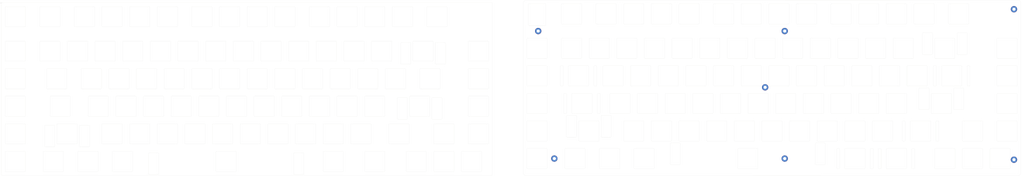
<source format=kicad_pcb>
(kicad_pcb (version 20171130) (host pcbnew "(5.1.4)-1")

  (general
    (thickness 1.6)
    (drawings 1632)
    (tracks 0)
    (zones 0)
    (modules 7)
    (nets 8)
  )

  (page A4)
  (layers
    (0 F.Cu signal)
    (31 B.Cu signal)
    (32 B.Adhes user)
    (33 F.Adhes user)
    (34 B.Paste user)
    (35 F.Paste user)
    (36 B.SilkS user)
    (37 F.SilkS user)
    (38 B.Mask user)
    (39 F.Mask user)
    (40 Dwgs.User user)
    (41 Cmts.User user)
    (42 Eco1.User user)
    (43 Eco2.User user)
    (44 Edge.Cuts user)
    (45 Margin user)
    (46 B.CrtYd user)
    (47 F.CrtYd user)
    (48 B.Fab user)
    (49 F.Fab user)
  )

  (setup
    (last_trace_width 0.254)
    (trace_clearance 0.2)
    (zone_clearance 0.508)
    (zone_45_only no)
    (trace_min 0.2)
    (via_size 0.8)
    (via_drill 0.4)
    (via_min_size 0.4)
    (via_min_drill 0.3)
    (uvia_size 0.3)
    (uvia_drill 0.1)
    (uvias_allowed no)
    (uvia_min_size 0.2)
    (uvia_min_drill 0.1)
    (edge_width 0.05)
    (segment_width 0.2)
    (pcb_text_width 0.3)
    (pcb_text_size 1.5 1.5)
    (mod_edge_width 0.12)
    (mod_text_size 1 1)
    (mod_text_width 0.15)
    (pad_size 1.524 1.524)
    (pad_drill 0.762)
    (pad_to_mask_clearance 0.051)
    (solder_mask_min_width 0.25)
    (aux_axis_origin 0 0)
    (visible_elements 7FFFF7FF)
    (pcbplotparams
      (layerselection 0x010f0_ffffffff)
      (usegerberextensions false)
      (usegerberattributes false)
      (usegerberadvancedattributes false)
      (creategerberjobfile false)
      (excludeedgelayer true)
      (linewidth 0.100000)
      (plotframeref false)
      (viasonmask false)
      (mode 1)
      (useauxorigin false)
      (hpglpennumber 1)
      (hpglpenspeed 20)
      (hpglpendiameter 15.000000)
      (psnegative false)
      (psa4output false)
      (plotreference true)
      (plotvalue true)
      (plotinvisibletext false)
      (padsonsilk false)
      (subtractmaskfromsilk false)
      (outputformat 1)
      (mirror false)
      (drillshape 0)
      (scaleselection 1)
      (outputdirectory "C:/Users/cztrollolcz/Desktop/keeb develop/CZTKeyRev0/pcb/GerberPlate/"))
  )

  (net 0 "")
  (net 1 "Net-(PCB_BC1-Pad1)")
  (net 2 "Net-(PCB_BL1-Pad1)")
  (net 3 "Net-(PCB_BR1-Pad1)")
  (net 4 "Net-(PCB_TC1-Pad1)")
  (net 5 "Net-(PCB_TL1-Pad1)")
  (net 6 "Net-(PCB_TR1-Pad1)")
  (net 7 "Net-(PCB_MC1-Pad1)")

  (net_class Default "This is the default net class."
    (clearance 0.2)
    (trace_width 0.254)
    (via_dia 0.8)
    (via_drill 0.4)
    (uvia_dia 0.3)
    (uvia_drill 0.1)
    (add_net "Net-(PCB_BC1-Pad1)")
    (add_net "Net-(PCB_BL1-Pad1)")
    (add_net "Net-(PCB_BR1-Pad1)")
    (add_net "Net-(PCB_MC1-Pad1)")
    (add_net "Net-(PCB_TC1-Pad1)")
    (add_net "Net-(PCB_TL1-Pad1)")
    (add_net "Net-(PCB_TR1-Pad1)")
  )

  (net_class Power/GND ""
    (clearance 0.2)
    (trace_width 0.381)
    (via_dia 0.8)
    (via_drill 0.4)
    (uvia_dia 0.3)
    (uvia_drill 0.1)
  )

  (module MountingHole:MountingHole_2.2mm_M2_Pad (layer F.Cu) (tedit 5FCC1D8E) (tstamp 5FD0D690)
    (at 158.75 131.762)
    (descr "Mounting Hole 2.2mm, M2")
    (tags "mounting hole 2.2mm m2")
    (path /609EB4FE)
    (attr virtual)
    (fp_text reference PCB_MC1 (at 0 -3.2) (layer F.SilkS) hide
      (effects (font (size 1 1) (thickness 0.15)))
    )
    (fp_text value MountingHole_Pad (at 0 3.2) (layer F.Fab)
      (effects (font (size 1 1) (thickness 0.15)))
    )
    (fp_circle (center 0 0) (end 2.45 0) (layer F.CrtYd) (width 0.05))
    (fp_circle (center 0 0) (end 2.2 0) (layer Cmts.User) (width 0.15))
    (fp_text user %R (at 0.3 0) (layer F.Fab)
      (effects (font (size 1 1) (thickness 0.15)))
    )
    (pad 1 thru_hole circle (at 0 0) (size 4.4 4.4) (drill 2.2) (layers *.Cu *.Mask)
      (net 7 "Net-(PCB_MC1-Pad1)"))
  )

  (module MountingHole:MountingHole_2.2mm_M2_Pad (layer F.Cu) (tedit 5FCC1AA7) (tstamp 5FCC7163)
    (at 330.2 181.769)
    (descr "Mounting Hole 2.2mm, M2")
    (tags "mounting hole 2.2mm m2")
    (path /5FCA4FED)
    (attr virtual)
    (fp_text reference PCB_BR1 (at 0 -3.2) (layer F.SilkS) hide
      (effects (font (size 1 1) (thickness 0.15)))
    )
    (fp_text value MountingHole_Pad (at 0 3.2) (layer F.Fab)
      (effects (font (size 1 1) (thickness 0.15)))
    )
    (fp_circle (center 0 0) (end 2.45 0) (layer F.CrtYd) (width 0.05))
    (fp_circle (center 0 0) (end 2.2 0) (layer Cmts.User) (width 0.15))
    (fp_text user %R (at 0.3 0) (layer F.Fab)
      (effects (font (size 1 1) (thickness 0.15)))
    )
    (pad 1 thru_hole circle (at 0 0) (size 4.4 4.4) (drill 2.2) (layers *.Cu *.Mask)
      (net 3 "Net-(PCB_BR1-Pad1)"))
  )

  (module MountingHole:MountingHole_2.2mm_M2_Pad (layer F.Cu) (tedit 5FCC1A9D) (tstamp 5FCC7153)
    (at 172.244 180.975)
    (descr "Mounting Hole 2.2mm, M2")
    (tags "mounting hole 2.2mm m2")
    (path /5FCA4FE3)
    (attr virtual)
    (fp_text reference PCB_BC1 (at 0 -3.2) (layer F.SilkS) hide
      (effects (font (size 1 1) (thickness 0.15)))
    )
    (fp_text value MountingHole_Pad (at 0 3.2) (layer F.Fab)
      (effects (font (size 1 1) (thickness 0.15)))
    )
    (fp_circle (center 0 0) (end 2.45 0) (layer F.CrtYd) (width 0.05))
    (fp_circle (center 0 0) (end 2.2 0) (layer Cmts.User) (width 0.15))
    (fp_text user %R (at 0.3 0) (layer F.Fab)
      (effects (font (size 1 1) (thickness 0.15)))
    )
    (pad 1 thru_hole circle (at 0 0) (size 4.4 4.4) (drill 2.2) (layers *.Cu *.Mask)
      (net 1 "Net-(PCB_BC1-Pad1)"))
  )

  (module MountingHole:MountingHole_2.2mm_M2_Pad (layer F.Cu) (tedit 5FCC1A94) (tstamp 5FCFD76A)
    (at 172.244 92.8688)
    (descr "Mounting Hole 2.2mm, M2")
    (tags "mounting hole 2.2mm m2")
    (path /5FCA4FC5)
    (attr virtual)
    (fp_text reference PCB_TC1 (at 0 -3.2) (layer F.SilkS) hide
      (effects (font (size 1 1) (thickness 0.15)))
    )
    (fp_text value MountingHole_Pad (at 0 3.2) (layer F.Fab)
      (effects (font (size 1 1) (thickness 0.15)))
    )
    (fp_circle (center 0 0) (end 2.45 0) (layer F.CrtYd) (width 0.05))
    (fp_circle (center 0 0) (end 2.2 0) (layer Cmts.User) (width 0.15))
    (fp_text user %R (at 0.3 0) (layer F.Fab)
      (effects (font (size 1 1) (thickness 0.15)))
    )
    (pad 1 thru_hole circle (at 0 0) (size 4.4 4.4) (drill 2.2) (layers *.Cu *.Mask)
      (net 4 "Net-(PCB_TC1-Pad1)"))
  )

  (module MountingHole:MountingHole_2.2mm_M2_Pad (layer F.Cu) (tedit 5FCC1A81) (tstamp 5FCC715B)
    (at 13.4938 180.975)
    (descr "Mounting Hole 2.2mm, M2")
    (tags "mounting hole 2.2mm m2")
    (path /5FCA4FD9)
    (attr virtual)
    (fp_text reference PCB_BL1 (at 0 -3.2) (layer F.SilkS) hide
      (effects (font (size 1 1) (thickness 0.15)))
    )
    (fp_text value MountingHole_Pad (at 0 3.2) (layer F.Fab)
      (effects (font (size 1 1) (thickness 0.15)))
    )
    (fp_circle (center 0 0) (end 2.45 0) (layer F.CrtYd) (width 0.05))
    (fp_circle (center 0 0) (end 2.2 0) (layer Cmts.User) (width 0.15))
    (fp_text user %R (at 0.3 0) (layer F.Fab)
      (effects (font (size 1 1) (thickness 0.15)))
    )
    (pad 1 thru_hole circle (at 0 0) (size 4.4 4.4) (drill 2.2) (layers *.Cu *.Mask)
      (net 2 "Net-(PCB_BL1-Pad1)"))
  )

  (module MountingHole:MountingHole_2.2mm_M2_Pad (layer F.Cu) (tedit 5FCC19E8) (tstamp 5FCC7173)
    (at 2.3813 92.8688)
    (descr "Mounting Hole 2.2mm, M2")
    (tags "mounting hole 2.2mm m2")
    (path /5FCA4FBB)
    (attr virtual)
    (fp_text reference PCB_TL1 (at 0 -3.2) (layer F.SilkS) hide
      (effects (font (size 1 1) (thickness 0.15)))
    )
    (fp_text value MountingHole_Pad (at 0 3.2) (layer F.Fab)
      (effects (font (size 1 1) (thickness 0.15)))
    )
    (fp_circle (center 0 0) (end 2.45 0) (layer F.CrtYd) (width 0.05))
    (fp_circle (center 0 0) (end 2.2 0) (layer Cmts.User) (width 0.15))
    (fp_text user %R (at 0.3 0) (layer F.Fab)
      (effects (font (size 1 1) (thickness 0.15)))
    )
    (pad 1 thru_hole circle (at 0 0) (size 4.4 4.4) (drill 2.2) (layers *.Cu *.Mask)
      (net 5 "Net-(PCB_TL1-Pad1)"))
  )

  (module MountingHole:MountingHole_2.2mm_M2_Pad (layer F.Cu) (tedit 5FCC19CD) (tstamp 5FCC717B)
    (at 330.2 77.7875)
    (descr "Mounting Hole 2.2mm, M2")
    (tags "mounting hole 2.2mm m2")
    (path /5FCA4FCF)
    (attr virtual)
    (fp_text reference PCB_TR1 (at 0 -3.2) (layer F.SilkS) hide
      (effects (font (size 1 1) (thickness 0.15)))
    )
    (fp_text value MountingHole_Pad (at 0 3.2) (layer F.Fab)
      (effects (font (size 1 1) (thickness 0.15)))
    )
    (fp_circle (center 0 0) (end 2.45 0) (layer F.CrtYd) (width 0.05))
    (fp_circle (center 0 0) (end 2.2 0) (layer Cmts.User) (width 0.15))
    (fp_text user %R (at 0.3 0) (layer F.Fab)
      (effects (font (size 1 1) (thickness 0.15)))
    )
    (pad 1 thru_hole circle (at 0 0) (size 4.4 4.4) (drill 2.2) (layers *.Cu *.Mask)
      (net 6 "Net-(PCB_TR1-Pad1)"))
  )

  (gr_arc (start -88.175999 176.4665) (end -88.175999 175.9665) (angle -90) (layer Edge.Cuts) (width 0.05))
  (gr_line (start -145.825999 176.4665) (end -145.825999 189.4665) (layer Edge.Cuts) (width 0.05))
  (gr_arc (start -88.175999 189.4665) (end -88.675999 189.4665) (angle -90) (layer Edge.Cuts) (width 0.05))
  (gr_line (start -131.825999 176.4665) (end -131.825999 189.4665) (layer Edge.Cuts) (width 0.05))
  (gr_arc (start -69.125999 176.4665) (end -69.125999 175.9665) (angle -90) (layer Edge.Cuts) (width 0.05))
  (gr_arc (start -50.075999 176.4665) (end -50.075999 175.9665) (angle -90) (layer Edge.Cuts) (width 0.05))
  (gr_line (start -29.288499 73.429) (end -29.288499 192.4915) (layer Edge.Cuts) (width 0.05))
  (gr_arc (start -56.125999 176.4665) (end -55.625999 176.4665) (angle -90) (layer Edge.Cuts) (width 0.05))
  (gr_arc (start -37.075999 176.4665) (end -36.575999 176.4665) (angle -90) (layer Edge.Cuts) (width 0.05))
  (gr_arc (start -75.175999 189.4665) (end -75.175999 189.9665) (angle -90) (layer Edge.Cuts) (width 0.05))
  (gr_line (start -50.075999 175.9665) (end -37.075999 175.9665) (layer Edge.Cuts) (width 0.05))
  (gr_line (start -69.125999 189.9665) (end -56.125999 189.9665) (layer Edge.Cuts) (width 0.05))
  (gr_line (start -367.425999 192.4915) (end -29.288499 192.4915) (layer Edge.Cuts) (width 0.05))
  (gr_line (start -367.425999 73.429) (end -29.288499 73.429) (layer Edge.Cuts) (width 0.05))
  (gr_line (start -36.575999 176.4665) (end -36.575999 189.4665) (layer Edge.Cuts) (width 0.05))
  (gr_line (start -117.250999 176.4665) (end -117.250999 189.4665) (layer Edge.Cuts) (width 0.05))
  (gr_line (start -116.750999 189.9665) (end -103.750999 189.9665) (layer Edge.Cuts) (width 0.05))
  (gr_arc (start -103.750999 189.4665) (end -103.750999 189.9665) (angle -90) (layer Edge.Cuts) (width 0.05))
  (gr_line (start -116.750999 175.9665) (end -103.750999 175.9665) (layer Edge.Cuts) (width 0.05))
  (gr_line (start -367.425999 73.429) (end -367.425999 192.4915) (layer Edge.Cuts) (width 0.05))
  (gr_arc (start -69.125999 189.4665) (end -69.625999 189.4665) (angle -90) (layer Edge.Cuts) (width 0.05))
  (gr_arc (start -145.325999 189.4665) (end -145.825999 189.4665) (angle -90) (layer Edge.Cuts) (width 0.05))
  (gr_arc (start -37.075999 189.4665) (end -37.075999 189.9665) (angle -90) (layer Edge.Cuts) (width 0.05))
  (gr_arc (start -116.750999 189.4665) (end -117.250999 189.4665) (angle -90) (layer Edge.Cuts) (width 0.05))
  (gr_line (start -74.675999 176.4665) (end -74.675999 189.4665) (layer Edge.Cuts) (width 0.05))
  (gr_arc (start -132.325999 189.4665) (end -132.325999 189.9665) (angle -90) (layer Edge.Cuts) (width 0.05))
  (gr_arc (start -116.750999 176.4665) (end -116.750999 175.9665) (angle -90) (layer Edge.Cuts) (width 0.05))
  (gr_line (start -88.675999 176.4665) (end -88.675999 189.4665) (layer Edge.Cuts) (width 0.05))
  (gr_line (start -50.575999 176.4665) (end -50.575999 189.4665) (layer Edge.Cuts) (width 0.05))
  (gr_line (start -50.075999 189.9665) (end -37.075999 189.9665) (layer Edge.Cuts) (width 0.05))
  (gr_line (start -88.175999 175.9665) (end -75.175999 175.9665) (layer Edge.Cuts) (width 0.05))
  (gr_line (start -145.325999 189.9665) (end -132.325999 189.9665) (layer Edge.Cuts) (width 0.05))
  (gr_arc (start -56.125999 189.4665) (end -56.125999 189.9665) (angle -90) (layer Edge.Cuts) (width 0.05))
  (gr_line (start -88.175999 189.9665) (end -75.175999 189.9665) (layer Edge.Cuts) (width 0.05))
  (gr_line (start -69.625999 176.4665) (end -69.625999 189.4665) (layer Edge.Cuts) (width 0.05))
  (gr_line (start -55.625999 176.4665) (end -55.625999 189.4665) (layer Edge.Cuts) (width 0.05))
  (gr_arc (start -132.325999 176.4665) (end -131.825999 176.4665) (angle -90) (layer Edge.Cuts) (width 0.05))
  (gr_arc (start -75.175999 176.4665) (end -74.675999 176.4665) (angle -90) (layer Edge.Cuts) (width 0.05))
  (gr_arc (start -103.750999 176.4665) (end -103.250999 176.4665) (angle -90) (layer Edge.Cuts) (width 0.05))
  (gr_line (start -103.250999 176.4665) (end -103.250999 189.4665) (layer Edge.Cuts) (width 0.05))
  (gr_arc (start -145.325999 176.4665) (end -145.325999 175.9665) (angle -90) (layer Edge.Cuts) (width 0.05))
  (gr_line (start -69.125999 175.9665) (end -56.125999 175.9665) (layer Edge.Cuts) (width 0.05))
  (gr_arc (start -50.075999 189.4665) (end -50.575999 189.4665) (angle -90) (layer Edge.Cuts) (width 0.05))
  (gr_arc (start -32.313499 157.4165) (end -31.813499 157.4165) (angle -90) (layer Edge.Cuts) (width 0.05))
  (gr_arc (start -265.644749 177.4665) (end -265.644749 176.9665) (angle -90) (layer Edge.Cuts) (width 0.05))
  (gr_line (start -259.144749 177.4665) (end -259.144749 191.4665) (layer Edge.Cuts) (width 0.05))
  (gr_line (start -265.644749 176.9665) (end -259.644749 176.9665) (layer Edge.Cuts) (width 0.05))
  (gr_line (start -219.144749 175.9665) (end -206.144749 175.9665) (layer Edge.Cuts) (width 0.05))
  (gr_arc (start -351.401 189.4665) (end -351.401 189.9665) (angle -90) (layer Edge.Cuts) (width 0.05))
  (gr_arc (start -277.582249 176.4665) (end -277.082249 176.4665) (angle -90) (layer Edge.Cuts) (width 0.05))
  (gr_line (start -266.144749 177.4665) (end -266.144749 191.4665) (layer Edge.Cuts) (width 0.05))
  (gr_line (start -265.644749 191.9665) (end -259.644749 191.9665) (layer Edge.Cuts) (width 0.05))
  (gr_arc (start -159.644749 191.4665) (end -159.644749 191.9665) (angle -90) (layer Edge.Cuts) (width 0.05))
  (gr_line (start -290.582249 189.9665) (end -277.582249 189.9665) (layer Edge.Cuts) (width 0.05))
  (gr_arc (start -32.313499 170.4165) (end -32.313499 170.9165) (angle -90) (layer Edge.Cuts) (width 0.05))
  (gr_line (start -31.813499 157.4165) (end -31.813499 170.4165) (layer Edge.Cuts) (width 0.05))
  (gr_line (start -314.394749 189.9665) (end -301.394749 189.9665) (layer Edge.Cuts) (width 0.05))
  (gr_arc (start -165.644749 191.4665) (end -166.144749 191.4665) (angle -90) (layer Edge.Cuts) (width 0.05))
  (gr_line (start -165.644749 176.9665) (end -159.644749 176.9665) (layer Edge.Cuts) (width 0.05))
  (gr_line (start -291.082249 176.4665) (end -291.082249 189.4665) (layer Edge.Cuts) (width 0.05))
  (gr_arc (start -45.313499 157.4165) (end -45.313499 156.9165) (angle -90) (layer Edge.Cuts) (width 0.05))
  (gr_line (start -45.813499 157.4165) (end -45.813499 170.4165) (layer Edge.Cuts) (width 0.05))
  (gr_arc (start -159.644749 177.4665) (end -159.144749 177.4665) (angle -90) (layer Edge.Cuts) (width 0.05))
  (gr_arc (start -165.644749 177.4665) (end -165.644749 176.9665) (angle -90) (layer Edge.Cuts) (width 0.05))
  (gr_line (start -159.144749 177.4665) (end -159.144749 191.4665) (layer Edge.Cuts) (width 0.05))
  (gr_line (start -166.144749 177.4665) (end -166.144749 191.4665) (layer Edge.Cuts) (width 0.05))
  (gr_line (start -165.644749 191.9665) (end -159.644749 191.9665) (layer Edge.Cuts) (width 0.05))
  (gr_arc (start -206.144749 189.4665) (end -206.144749 189.9665) (angle -90) (layer Edge.Cuts) (width 0.05))
  (gr_arc (start -301.394749 189.4665) (end -301.394749 189.9665) (angle -90) (layer Edge.Cuts) (width 0.05))
  (gr_arc (start -364.400999 189.4665) (end -364.900999 189.4665) (angle -90) (layer Edge.Cuts) (width 0.05))
  (gr_line (start -314.894749 176.4665) (end -314.894749 189.4665) (layer Edge.Cuts) (width 0.05))
  (gr_arc (start -338.207249 176.4665) (end -338.207249 175.9665) (angle -90) (layer Edge.Cuts) (width 0.05))
  (gr_arc (start -277.582249 189.4665) (end -277.582249 189.9665) (angle -90) (layer Edge.Cuts) (width 0.05))
  (gr_line (start -364.400999 175.9665) (end -351.401 175.9665) (layer Edge.Cuts) (width 0.05))
  (gr_line (start -324.707249 176.4665) (end -324.707249 189.4665) (layer Edge.Cuts) (width 0.05))
  (gr_arc (start -206.144749 176.4665) (end -205.644749 176.4665) (angle -90) (layer Edge.Cuts) (width 0.05))
  (gr_line (start -364.400999 189.9665) (end -351.401 189.9665) (layer Edge.Cuts) (width 0.05))
  (gr_arc (start -219.144749 176.4665) (end -219.144749 175.9665) (angle -90) (layer Edge.Cuts) (width 0.05))
  (gr_line (start -364.900999 176.4665) (end -364.900999 189.4665) (layer Edge.Cuts) (width 0.05))
  (gr_line (start -45.313499 170.9165) (end -32.313499 170.9165) (layer Edge.Cuts) (width 0.05))
  (gr_line (start -205.644749 176.4665) (end -205.644749 189.4665) (layer Edge.Cuts) (width 0.05))
  (gr_line (start -219.644749 176.4665) (end -219.644749 189.4665) (layer Edge.Cuts) (width 0.05))
  (gr_arc (start -290.582249 189.4665) (end -291.082249 189.4665) (angle -90) (layer Edge.Cuts) (width 0.05))
  (gr_arc (start -314.394749 189.4665) (end -314.894749 189.4665) (angle -90) (layer Edge.Cuts) (width 0.05))
  (gr_line (start -300.894749 176.4665) (end -300.894749 189.4665) (layer Edge.Cuts) (width 0.05))
  (gr_arc (start -301.394749 176.4665) (end -300.894749 176.4665) (angle -90) (layer Edge.Cuts) (width 0.05))
  (gr_line (start -314.394749 175.9665) (end -301.394749 175.9665) (layer Edge.Cuts) (width 0.05))
  (gr_arc (start -325.207249 176.4665) (end -324.707249 176.4665) (angle -90) (layer Edge.Cuts) (width 0.05))
  (gr_arc (start -45.313499 170.4165) (end -45.813499 170.4165) (angle -90) (layer Edge.Cuts) (width 0.05))
  (gr_line (start -350.901 176.4665) (end -350.901 189.4665) (layer Edge.Cuts) (width 0.05))
  (gr_arc (start -364.400999 176.4665) (end -364.400999 175.9665) (angle -90) (layer Edge.Cuts) (width 0.05))
  (gr_line (start -219.144749 189.9665) (end -206.144749 189.9665) (layer Edge.Cuts) (width 0.05))
  (gr_line (start -277.082249 176.4665) (end -277.082249 189.4665) (layer Edge.Cuts) (width 0.05))
  (gr_line (start -290.582249 175.9665) (end -277.582249 175.9665) (layer Edge.Cuts) (width 0.05))
  (gr_arc (start -290.582249 176.4665) (end -290.582249 175.9665) (angle -90) (layer Edge.Cuts) (width 0.05))
  (gr_line (start -338.707249 176.4665) (end -338.707249 189.4665) (layer Edge.Cuts) (width 0.05))
  (gr_line (start -338.207249 189.9665) (end -325.207249 189.9665) (layer Edge.Cuts) (width 0.05))
  (gr_arc (start -314.394749 176.4665) (end -314.394749 175.9665) (angle -90) (layer Edge.Cuts) (width 0.05))
  (gr_arc (start -325.207249 189.4665) (end -325.207249 189.9665) (angle -90) (layer Edge.Cuts) (width 0.05))
  (gr_line (start -338.207249 175.9665) (end -325.207249 175.9665) (layer Edge.Cuts) (width 0.05))
  (gr_arc (start -338.207249 189.4665) (end -338.707249 189.4665) (angle -90) (layer Edge.Cuts) (width 0.05))
  (gr_line (start -145.325999 175.9665) (end -132.325999 175.9665) (layer Edge.Cuts) (width 0.05))
  (gr_arc (start -259.644749 191.4665) (end -259.644749 191.9665) (angle -90) (layer Edge.Cuts) (width 0.05))
  (gr_arc (start -265.644749 191.4665) (end -266.144749 191.4665) (angle -90) (layer Edge.Cuts) (width 0.05))
  (gr_arc (start -259.644749 177.4665) (end -259.144749 177.4665) (angle -90) (layer Edge.Cuts) (width 0.05))
  (gr_arc (start -219.144749 189.4665) (end -219.644749 189.4665) (angle -90) (layer Edge.Cuts) (width 0.05))
  (gr_arc (start -351.401 176.4665) (end -350.901 176.4665) (angle -90) (layer Edge.Cuts) (width 0.05))
  (gr_arc (start -151.375999 157.4165) (end -150.875999 157.4165) (angle -90) (layer Edge.Cuts) (width 0.05))
  (gr_arc (start -100.082249 157.4165) (end -100.082249 156.9165) (angle -90) (layer Edge.Cuts) (width 0.05))
  (gr_line (start -86.582249 157.4165) (end -86.582249 170.4165) (layer Edge.Cuts) (width 0.05))
  (gr_arc (start -145.325999 170.4165) (end -145.825999 170.4165) (angle -90) (layer Edge.Cuts) (width 0.05))
  (gr_arc (start -132.325999 157.4165) (end -131.825999 157.4165) (angle -90) (layer Edge.Cuts) (width 0.05))
  (gr_line (start -208.025999 157.4165) (end -208.025999 170.4165) (layer Edge.Cuts) (width 0.05))
  (gr_arc (start -113.275999 170.4165) (end -113.275999 170.9165) (angle -90) (layer Edge.Cuts) (width 0.05))
  (gr_line (start -131.825999 157.4165) (end -131.825999 170.4165) (layer Edge.Cuts) (width 0.05))
  (gr_arc (start -208.525999 157.4165) (end -208.025999 157.4165) (angle -90) (layer Edge.Cuts) (width 0.05))
  (gr_line (start -100.582249 157.4165) (end -100.582249 170.4165) (layer Edge.Cuts) (width 0.05))
  (gr_line (start -188.975999 157.4165) (end -188.975999 170.4165) (layer Edge.Cuts) (width 0.05))
  (gr_line (start -169.925999 157.4165) (end -169.925999 170.4165) (layer Edge.Cuts) (width 0.05))
  (gr_line (start -100.082249 156.9165) (end -87.082249 156.9165) (layer Edge.Cuts) (width 0.05))
  (gr_line (start -100.082249 170.9165) (end -87.082249 170.9165) (layer Edge.Cuts) (width 0.05))
  (gr_line (start -126.275999 170.9165) (end -113.275999 170.9165) (layer Edge.Cuts) (width 0.05))
  (gr_line (start -145.325999 170.9165) (end -132.325999 170.9165) (layer Edge.Cuts) (width 0.05))
  (gr_line (start -164.875999 157.4165) (end -164.875999 170.4165) (layer Edge.Cuts) (width 0.05))
  (gr_arc (start -202.475999 157.4165) (end -202.475999 156.9165) (angle -90) (layer Edge.Cuts) (width 0.05))
  (gr_arc (start -183.425999 157.4165) (end -183.425999 156.9165) (angle -90) (layer Edge.Cuts) (width 0.05))
  (gr_arc (start -221.525999 170.4165) (end -222.025999 170.4165) (angle -90) (layer Edge.Cuts) (width 0.05))
  (gr_arc (start -189.475999 170.4165) (end -189.475999 170.9165) (angle -90) (layer Edge.Cuts) (width 0.05))
  (gr_line (start -202.475999 156.9165) (end -189.475999 156.9165) (layer Edge.Cuts) (width 0.05))
  (gr_line (start -112.775999 157.4165) (end -112.775999 170.4165) (layer Edge.Cuts) (width 0.05))
  (gr_line (start -164.375999 156.9165) (end -151.375999 156.9165) (layer Edge.Cuts) (width 0.05))
  (gr_arc (start -145.325999 157.4165) (end -145.325999 156.9165) (angle -90) (layer Edge.Cuts) (width 0.05))
  (gr_arc (start -170.425999 170.4165) (end -170.425999 170.9165) (angle -90) (layer Edge.Cuts) (width 0.05))
  (gr_arc (start -126.275999 170.4165) (end -126.775999 170.4165) (angle -90) (layer Edge.Cuts) (width 0.05))
  (gr_arc (start -151.375999 170.4165) (end -151.375999 170.9165) (angle -90) (layer Edge.Cuts) (width 0.05))
  (gr_line (start -183.925999 157.4165) (end -183.925999 170.4165) (layer Edge.Cuts) (width 0.05))
  (gr_line (start -45.313499 156.9165) (end -32.313499 156.9165) (layer Edge.Cuts) (width 0.05))
  (gr_arc (start -56.125999 170.4165) (end -56.125999 170.9165) (angle -90) (layer Edge.Cuts) (width 0.05))
  (gr_arc (start -69.125999 170.4165) (end -69.625999 170.4165) (angle -90) (layer Edge.Cuts) (width 0.05))
  (gr_arc (start -113.275999 157.4165) (end -112.775999 157.4165) (angle -90) (layer Edge.Cuts) (width 0.05))
  (gr_arc (start -56.125999 157.4165) (end -55.625999 157.4165) (angle -90) (layer Edge.Cuts) (width 0.05))
  (gr_line (start -126.275999 156.9165) (end -113.275999 156.9165) (layer Edge.Cuts) (width 0.05))
  (gr_arc (start -132.325999 170.4165) (end -132.325999 170.9165) (angle -90) (layer Edge.Cuts) (width 0.05))
  (gr_arc (start -189.475999 157.4165) (end -188.975999 157.4165) (angle -90) (layer Edge.Cuts) (width 0.05))
  (gr_line (start -150.875999 157.4165) (end -150.875999 170.4165) (layer Edge.Cuts) (width 0.05))
  (gr_line (start -164.375999 170.9165) (end -151.375999 170.9165) (layer Edge.Cuts) (width 0.05))
  (gr_arc (start -69.125999 157.4165) (end -69.125999 156.9165) (angle -90) (layer Edge.Cuts) (width 0.05))
  (gr_line (start -55.625999 157.4165) (end -55.625999 170.4165) (layer Edge.Cuts) (width 0.05))
  (gr_line (start -222.025999 157.4165) (end -222.025999 170.4165) (layer Edge.Cuts) (width 0.05))
  (gr_line (start -69.625999 157.4165) (end -69.625999 170.4165) (layer Edge.Cuts) (width 0.05))
  (gr_line (start -126.775999 157.4165) (end -126.775999 170.4165) (layer Edge.Cuts) (width 0.05))
  (gr_line (start -221.525999 170.9165) (end -208.525999 170.9165) (layer Edge.Cuts) (width 0.05))
  (gr_arc (start -126.275999 157.4165) (end -126.275999 156.9165) (angle -90) (layer Edge.Cuts) (width 0.05))
  (gr_line (start -183.425999 170.9165) (end -170.425999 170.9165) (layer Edge.Cuts) (width 0.05))
  (gr_line (start -69.125999 170.9165) (end -56.125999 170.9165) (layer Edge.Cuts) (width 0.05))
  (gr_line (start -145.825999 157.4165) (end -145.825999 170.4165) (layer Edge.Cuts) (width 0.05))
  (gr_arc (start -100.082249 170.4165) (end -100.582249 170.4165) (angle -90) (layer Edge.Cuts) (width 0.05))
  (gr_arc (start -164.375999 170.4165) (end -164.875999 170.4165) (angle -90) (layer Edge.Cuts) (width 0.05))
  (gr_line (start -183.425999 156.9165) (end -170.425999 156.9165) (layer Edge.Cuts) (width 0.05))
  (gr_line (start -202.475999 170.9165) (end -189.475999 170.9165) (layer Edge.Cuts) (width 0.05))
  (gr_arc (start -202.475999 170.4165) (end -202.975999 170.4165) (angle -90) (layer Edge.Cuts) (width 0.05))
  (gr_arc (start -183.425999 170.4165) (end -183.925999 170.4165) (angle -90) (layer Edge.Cuts) (width 0.05))
  (gr_arc (start -221.525999 157.4165) (end -221.525999 156.9165) (angle -90) (layer Edge.Cuts) (width 0.05))
  (gr_line (start -69.125999 156.9165) (end -56.125999 156.9165) (layer Edge.Cuts) (width 0.05))
  (gr_line (start -202.975999 157.4165) (end -202.975999 170.4165) (layer Edge.Cuts) (width 0.05))
  (gr_line (start -145.325999 156.9165) (end -132.325999 156.9165) (layer Edge.Cuts) (width 0.05))
  (gr_arc (start -164.375999 157.4165) (end -164.375999 156.9165) (angle -90) (layer Edge.Cuts) (width 0.05))
  (gr_arc (start -170.425999 157.4165) (end -169.925999 157.4165) (angle -90) (layer Edge.Cuts) (width 0.05))
  (gr_arc (start -208.525999 170.4165) (end -208.525999 170.9165) (angle -90) (layer Edge.Cuts) (width 0.05))
  (gr_arc (start -87.082249 170.4165) (end -87.082249 170.9165) (angle -90) (layer Edge.Cuts) (width 0.05))
  (gr_arc (start -87.082249 157.4165) (end -86.582249 157.4165) (angle -90) (layer Edge.Cuts) (width 0.05))
  (gr_line (start -279.175999 157.4165) (end -279.175999 170.4165) (layer Edge.Cuts) (width 0.05))
  (gr_arc (start -315.682249 157.4165) (end -315.182249 157.4165) (angle -90) (layer Edge.Cuts) (width 0.05))
  (gr_line (start -329.182249 157.4165) (end -329.182249 170.4165) (layer Edge.Cuts) (width 0.05))
  (gr_arc (start -331.12025 172.4165) (end -331.12025 172.9165) (angle -90) (layer Edge.Cuts) (width 0.05))
  (gr_arc (start -331.12025 158.4165) (end -330.62025 158.4165) (angle -90) (layer Edge.Cuts) (width 0.05))
  (gr_line (start -337.620249 158.4165) (end -337.620249 172.4165) (layer Edge.Cuts) (width 0.05))
  (gr_line (start -337.120249 172.9165) (end -331.12025 172.9165) (layer Edge.Cuts) (width 0.05))
  (gr_line (start -313.244249 157.9165) (end -307.244249 157.9165) (layer Edge.Cuts) (width 0.05))
  (gr_arc (start -313.244249 158.4165) (end -313.244249 157.9165) (angle -90) (layer Edge.Cuts) (width 0.05))
  (gr_line (start -306.744249 158.4165) (end -306.744249 172.4165) (layer Edge.Cuts) (width 0.05))
  (gr_arc (start -297.725999 170.4165) (end -298.225999 170.4165) (angle -90) (layer Edge.Cuts) (width 0.05))
  (gr_line (start -260.125999 157.4165) (end -260.125999 170.4165) (layer Edge.Cuts) (width 0.05))
  (gr_line (start -328.682249 156.9165) (end -315.682249 156.9165) (layer Edge.Cuts) (width 0.05))
  (gr_line (start -240.575999 170.9165) (end -227.575999 170.9165) (layer Edge.Cuts) (width 0.05))
  (gr_line (start -313.244249 172.9165) (end -307.244249 172.9165) (layer Edge.Cuts) (width 0.05))
  (gr_line (start -337.120249 157.9165) (end -331.12025 157.9165) (layer Edge.Cuts) (width 0.05))
  (gr_arc (start -240.575999 157.4165) (end -240.575999 156.9165) (angle -90) (layer Edge.Cuts) (width 0.05))
  (gr_arc (start -246.625999 170.4165) (end -246.625999 170.9165) (angle -90) (layer Edge.Cuts) (width 0.05))
  (gr_line (start -330.62025 158.4165) (end -330.62025 172.4165) (layer Edge.Cuts) (width 0.05))
  (gr_arc (start -259.625999 170.4165) (end -260.125999 170.4165) (angle -90) (layer Edge.Cuts) (width 0.05))
  (gr_arc (start -259.625999 157.4165) (end -259.625999 156.9165) (angle -90) (layer Edge.Cuts) (width 0.05))
  (gr_arc (start -307.244249 158.4165) (end -306.744249 158.4165) (angle -90) (layer Edge.Cuts) (width 0.05))
  (gr_line (start -328.682249 170.9165) (end -315.682249 170.9165) (layer Edge.Cuts) (width 0.05))
  (gr_line (start -265.175999 157.4165) (end -265.175999 170.4165) (layer Edge.Cuts) (width 0.05))
  (gr_arc (start -297.725999 157.4165) (end -297.725999 156.9165) (angle -90) (layer Edge.Cuts) (width 0.05))
  (gr_arc (start -284.725999 170.4165) (end -284.725999 170.9165) (angle -90) (layer Edge.Cuts) (width 0.05))
  (gr_arc (start -328.682249 170.4165) (end -329.182249 170.4165) (angle -90) (layer Edge.Cuts) (width 0.05))
  (gr_line (start -241.075999 157.4165) (end -241.075999 170.4165) (layer Edge.Cuts) (width 0.05))
  (gr_line (start -298.225999 157.4165) (end -298.225999 170.4165) (layer Edge.Cuts) (width 0.05))
  (gr_line (start -259.625999 170.9165) (end -246.625999 170.9165) (layer Edge.Cuts) (width 0.05))
  (gr_arc (start -246.625999 157.4165) (end -246.125999 157.4165) (angle -90) (layer Edge.Cuts) (width 0.05))
  (gr_line (start -221.525999 156.9165) (end -208.525999 156.9165) (layer Edge.Cuts) (width 0.05))
  (gr_arc (start -337.120249 158.4165) (end -337.120249 157.9165) (angle -90) (layer Edge.Cuts) (width 0.05))
  (gr_arc (start -284.725999 157.4165) (end -284.225999 157.4165) (angle -90) (layer Edge.Cuts) (width 0.05))
  (gr_arc (start -313.244249 172.4165) (end -313.744249 172.4165) (angle -90) (layer Edge.Cuts) (width 0.05))
  (gr_arc (start -328.682249 157.4165) (end -328.682249 156.9165) (angle -90) (layer Edge.Cuts) (width 0.05))
  (gr_arc (start -337.120249 172.4165) (end -337.620249 172.4165) (angle -90) (layer Edge.Cuts) (width 0.05))
  (gr_arc (start -227.575999 170.4165) (end -227.575999 170.9165) (angle -90) (layer Edge.Cuts) (width 0.05))
  (gr_arc (start -240.575999 170.4165) (end -241.075999 170.4165) (angle -90) (layer Edge.Cuts) (width 0.05))
  (gr_line (start -278.675999 170.9165) (end -265.675999 170.9165) (layer Edge.Cuts) (width 0.05))
  (gr_line (start -278.675999 156.9165) (end -265.675999 156.9165) (layer Edge.Cuts) (width 0.05))
  (gr_line (start -297.725999 170.9165) (end -284.725999 170.9165) (layer Edge.Cuts) (width 0.05))
  (gr_line (start -315.182249 157.4165) (end -315.182249 170.4165) (layer Edge.Cuts) (width 0.05))
  (gr_line (start -297.725999 156.9165) (end -284.725999 156.9165) (layer Edge.Cuts) (width 0.05))
  (gr_line (start -259.625999 156.9165) (end -246.625999 156.9165) (layer Edge.Cuts) (width 0.05))
  (gr_arc (start -227.575999 157.4165) (end -227.075999 157.4165) (angle -90) (layer Edge.Cuts) (width 0.05))
  (gr_line (start -227.075999 157.4165) (end -227.075999 170.4165) (layer Edge.Cuts) (width 0.05))
  (gr_line (start -240.575999 156.9165) (end -227.575999 156.9165) (layer Edge.Cuts) (width 0.05))
  (gr_line (start -246.125999 157.4165) (end -246.125999 170.4165) (layer Edge.Cuts) (width 0.05))
  (gr_line (start -284.225999 157.4165) (end -284.225999 170.4165) (layer Edge.Cuts) (width 0.05))
  (gr_arc (start -265.675999 170.4165) (end -265.675999 170.9165) (angle -90) (layer Edge.Cuts) (width 0.05))
  (gr_arc (start -315.682249 170.4165) (end -315.682249 170.9165) (angle -90) (layer Edge.Cuts) (width 0.05))
  (gr_arc (start -278.675999 170.4165) (end -279.175999 170.4165) (angle -90) (layer Edge.Cuts) (width 0.05))
  (gr_arc (start -265.675999 157.4165) (end -265.175999 157.4165) (angle -90) (layer Edge.Cuts) (width 0.05))
  (gr_line (start -313.744249 158.4165) (end -313.744249 172.4165) (layer Edge.Cuts) (width 0.05))
  (gr_arc (start -307.244249 172.4165) (end -307.244249 172.9165) (angle -90) (layer Edge.Cuts) (width 0.05))
  (gr_arc (start -278.675999 157.4165) (end -278.675999 156.9165) (angle -90) (layer Edge.Cuts) (width 0.05))
  (gr_arc (start -45.313499 138.3665) (end -45.313499 137.8665) (angle -90) (layer Edge.Cuts) (width 0.05))
  (gr_arc (start -135.800999 138.3665) (end -135.800999 137.8665) (angle -90) (layer Edge.Cuts) (width 0.05))
  (gr_line (start -45.313499 137.8665) (end -32.313499 137.8665) (layer Edge.Cuts) (width 0.05))
  (gr_arc (start -85.794749 138.3665) (end -85.794749 137.8665) (angle -90) (layer Edge.Cuts) (width 0.05))
  (gr_line (start -63.856749 139.3665) (end -63.856749 153.3665) (layer Edge.Cuts) (width 0.05))
  (gr_arc (start -116.750999 138.3665) (end -116.750999 137.8665) (angle -90) (layer Edge.Cuts) (width 0.05))
  (gr_line (start -155.350999 138.3665) (end -155.350999 151.3665) (layer Edge.Cuts) (width 0.05))
  (gr_arc (start -88.232749 153.3665) (end -88.232749 153.8665) (angle -90) (layer Edge.Cuts) (width 0.05))
  (gr_arc (start -94.232749 153.3665) (end -94.732749 153.3665) (angle -90) (layer Edge.Cuts) (width 0.05))
  (gr_arc (start -88.232749 139.3665) (end -87.732749 139.3665) (angle -90) (layer Edge.Cuts) (width 0.05))
  (gr_arc (start -103.750999 151.3665) (end -103.750999 151.8665) (angle -90) (layer Edge.Cuts) (width 0.05))
  (gr_line (start -116.750999 151.8665) (end -103.750999 151.8665) (layer Edge.Cuts) (width 0.05))
  (gr_arc (start -122.800999 151.3665) (end -122.800999 151.8665) (angle -90) (layer Edge.Cuts) (width 0.05))
  (gr_arc (start -70.356749 153.3665) (end -70.856749 153.3665) (angle -90) (layer Edge.Cuts) (width 0.05))
  (gr_line (start -117.250999 138.3665) (end -117.250999 151.3665) (layer Edge.Cuts) (width 0.05))
  (gr_line (start -94.232749 138.8665) (end -88.232749 138.8665) (layer Edge.Cuts) (width 0.05))
  (gr_arc (start -64.356749 153.3665) (end -64.356749 153.8665) (angle -90) (layer Edge.Cuts) (width 0.05))
  (gr_arc (start -64.356749 139.3665) (end -63.856749 139.3665) (angle -90) (layer Edge.Cuts) (width 0.05))
  (gr_arc (start -72.794749 138.3665) (end -72.294749 138.3665) (angle -90) (layer Edge.Cuts) (width 0.05))
  (gr_arc (start -154.850999 151.3665) (end -155.350999 151.3665) (angle -90) (layer Edge.Cuts) (width 0.05))
  (gr_line (start -70.856749 139.3665) (end -70.856749 153.3665) (layer Edge.Cuts) (width 0.05))
  (gr_line (start -135.800999 151.8665) (end -122.800999 151.8665) (layer Edge.Cuts) (width 0.05))
  (gr_line (start -86.294749 138.3665) (end -86.294749 151.3665) (layer Edge.Cuts) (width 0.05))
  (gr_arc (start -154.850999 138.3665) (end -154.850999 137.8665) (angle -90) (layer Edge.Cuts) (width 0.05))
  (gr_arc (start -116.750999 151.3665) (end -117.250999 151.3665) (angle -90) (layer Edge.Cuts) (width 0.05))
  (gr_line (start -116.750999 137.8665) (end -103.750999 137.8665) (layer Edge.Cuts) (width 0.05))
  (gr_arc (start -364.400999 157.4165) (end -364.400999 156.9165) (angle -90) (layer Edge.Cuts) (width 0.05))
  (gr_arc (start -85.794749 151.3665) (end -86.294749 151.3665) (angle -90) (layer Edge.Cuts) (width 0.05))
  (gr_arc (start -32.313499 151.3665) (end -32.313499 151.8665) (angle -90) (layer Edge.Cuts) (width 0.05))
  (gr_line (start -85.794749 137.8665) (end -72.794749 137.8665) (layer Edge.Cuts) (width 0.05))
  (gr_arc (start -141.850999 151.3665) (end -141.850999 151.8665) (angle -90) (layer Edge.Cuts) (width 0.05))
  (gr_line (start -141.350999 138.3665) (end -141.350999 151.3665) (layer Edge.Cuts) (width 0.05))
  (gr_line (start -87.732749 139.3665) (end -87.732749 153.3665) (layer Edge.Cuts) (width 0.05))
  (gr_line (start -31.813499 138.3665) (end -31.813499 151.3665) (layer Edge.Cuts) (width 0.05))
  (gr_arc (start -122.800999 138.3665) (end -122.300999 138.3665) (angle -90) (layer Edge.Cuts) (width 0.05))
  (gr_line (start -72.294749 138.3665) (end -72.294749 151.3665) (layer Edge.Cuts) (width 0.05))
  (gr_line (start -154.850999 151.8665) (end -141.850999 151.8665) (layer Edge.Cuts) (width 0.05))
  (gr_line (start -135.800999 137.8665) (end -122.800999 137.8665) (layer Edge.Cuts) (width 0.05))
  (gr_line (start -94.232749 153.8665) (end -88.232749 153.8665) (layer Edge.Cuts) (width 0.05))
  (gr_line (start -70.356749 138.8665) (end -64.356749 138.8665) (layer Edge.Cuts) (width 0.05))
  (gr_arc (start -141.850999 138.3665) (end -141.350999 138.3665) (angle -90) (layer Edge.Cuts) (width 0.05))
  (gr_line (start -364.400999 170.9165) (end -351.401 170.9165) (layer Edge.Cuts) (width 0.05))
  (gr_line (start -136.300999 138.3665) (end -136.300999 151.3665) (layer Edge.Cuts) (width 0.05))
  (gr_arc (start -351.401 170.4165) (end -351.401 170.9165) (angle -90) (layer Edge.Cuts) (width 0.05))
  (gr_arc (start -364.400999 170.4165) (end -364.900999 170.4165) (angle -90) (layer Edge.Cuts) (width 0.05))
  (gr_line (start -94.732749 139.3665) (end -94.732749 153.3665) (layer Edge.Cuts) (width 0.05))
  (gr_line (start -122.300999 138.3665) (end -122.300999 151.3665) (layer Edge.Cuts) (width 0.05))
  (gr_arc (start -351.401 157.4165) (end -350.901 157.4165) (angle -90) (layer Edge.Cuts) (width 0.05))
  (gr_line (start -85.794749 151.8665) (end -72.794749 151.8665) (layer Edge.Cuts) (width 0.05))
  (gr_line (start -364.900999 157.4165) (end -364.900999 170.4165) (layer Edge.Cuts) (width 0.05))
  (gr_arc (start -135.800999 151.3665) (end -136.300999 151.3665) (angle -90) (layer Edge.Cuts) (width 0.05))
  (gr_arc (start -32.313499 138.3665) (end -31.813499 138.3665) (angle -90) (layer Edge.Cuts) (width 0.05))
  (gr_line (start -70.356749 153.8665) (end -64.356749 153.8665) (layer Edge.Cuts) (width 0.05))
  (gr_arc (start -94.232749 139.3665) (end -94.232749 138.8665) (angle -90) (layer Edge.Cuts) (width 0.05))
  (gr_arc (start -70.356749 139.3665) (end -70.356749 138.8665) (angle -90) (layer Edge.Cuts) (width 0.05))
  (gr_line (start -154.850999 137.8665) (end -141.850999 137.8665) (layer Edge.Cuts) (width 0.05))
  (gr_arc (start -103.750999 138.3665) (end -103.250999 138.3665) (angle -90) (layer Edge.Cuts) (width 0.05))
  (gr_line (start -103.250999 138.3665) (end -103.250999 151.3665) (layer Edge.Cuts) (width 0.05))
  (gr_line (start -350.901 157.4165) (end -350.901 170.4165) (layer Edge.Cuts) (width 0.05))
  (gr_line (start -364.400999 156.9165) (end -351.401 156.9165) (layer Edge.Cuts) (width 0.05))
  (gr_line (start -45.813499 138.3665) (end -45.813499 151.3665) (layer Edge.Cuts) (width 0.05))
  (gr_arc (start -45.313499 151.3665) (end -45.813499 151.3665) (angle -90) (layer Edge.Cuts) (width 0.05))
  (gr_line (start -45.313499 151.8665) (end -32.313499 151.8665) (layer Edge.Cuts) (width 0.05))
  (gr_arc (start -72.794749 151.3665) (end -72.794749 151.8665) (angle -90) (layer Edge.Cuts) (width 0.05))
  (gr_line (start -217.550999 138.3665) (end -217.550999 151.3665) (layer Edge.Cuts) (width 0.05))
  (gr_line (start -231.050999 151.8665) (end -218.050999 151.8665) (layer Edge.Cuts) (width 0.05))
  (gr_line (start -307.750999 138.3665) (end -307.750999 151.3665) (layer Edge.Cuts) (width 0.05))
  (gr_arc (start -237.101 151.3665) (end -237.101 151.8665) (angle -90) (layer Edge.Cuts) (width 0.05))
  (gr_arc (start -269.150999 138.3665) (end -269.150999 137.8665) (angle -90) (layer Edge.Cuts) (width 0.05))
  (gr_line (start -269.650999 138.3665) (end -269.650999 151.3665) (layer Edge.Cuts) (width 0.05))
  (gr_arc (start -275.200999 151.3665) (end -275.200999 151.8665) (angle -90) (layer Edge.Cuts) (width 0.05))
  (gr_arc (start -294.250999 138.3665) (end -293.750999 138.3665) (angle -90) (layer Edge.Cuts) (width 0.05))
  (gr_arc (start -288.200999 151.3665) (end -288.700999 151.3665) (angle -90) (layer Edge.Cuts) (width 0.05))
  (gr_line (start -288.200999 151.8665) (end -275.200999 151.8665) (layer Edge.Cuts) (width 0.05))
  (gr_line (start -288.200999 137.8665) (end -275.200999 137.8665) (layer Edge.Cuts) (width 0.05))
  (gr_line (start -236.601 138.3665) (end -236.601 151.3665) (layer Edge.Cuts) (width 0.05))
  (gr_line (start -192.950999 137.8665) (end -179.950999 137.8665) (layer Edge.Cuts) (width 0.05))
  (gr_arc (start -231.050999 138.3665) (end -231.050999 137.8665) (angle -90) (layer Edge.Cuts) (width 0.05))
  (gr_line (start -231.550999 138.3665) (end -231.550999 151.3665) (layer Edge.Cuts) (width 0.05))
  (gr_arc (start -275.200999 138.3665) (end -274.700999 138.3665) (angle -90) (layer Edge.Cuts) (width 0.05))
  (gr_arc (start -307.250999 151.3665) (end -307.750999 151.3665) (angle -90) (layer Edge.Cuts) (width 0.05))
  (gr_line (start -173.900999 137.8665) (end -160.900999 137.8665) (layer Edge.Cuts) (width 0.05))
  (gr_arc (start -179.950999 151.3665) (end -179.950999 151.8665) (angle -90) (layer Edge.Cuts) (width 0.05))
  (gr_arc (start -179.950999 138.3665) (end -179.450999 138.3665) (angle -90) (layer Edge.Cuts) (width 0.05))
  (gr_line (start -269.150999 137.8665) (end -256.150999 137.8665) (layer Edge.Cuts) (width 0.05))
  (gr_line (start -212.000999 137.8665) (end -199.000999 137.8665) (layer Edge.Cuts) (width 0.05))
  (gr_arc (start -218.050999 151.3665) (end -218.050999 151.8665) (angle -90) (layer Edge.Cuts) (width 0.05))
  (gr_line (start -288.700999 138.3665) (end -288.700999 151.3665) (layer Edge.Cuts) (width 0.05))
  (gr_arc (start -192.950999 138.3665) (end -192.950999 137.8665) (angle -90) (layer Edge.Cuts) (width 0.05))
  (gr_arc (start -212.000999 151.3665) (end -212.500999 151.3665) (angle -90) (layer Edge.Cuts) (width 0.05))
  (gr_line (start -250.100999 151.8665) (end -237.101 151.8665) (layer Edge.Cuts) (width 0.05))
  (gr_line (start -231.050999 137.8665) (end -218.050999 137.8665) (layer Edge.Cuts) (width 0.05))
  (gr_arc (start -250.100999 138.3665) (end -250.100999 137.8665) (angle -90) (layer Edge.Cuts) (width 0.05))
  (gr_line (start -293.750999 138.3665) (end -293.750999 151.3665) (layer Edge.Cuts) (width 0.05))
  (gr_arc (start -212.000999 138.3665) (end -212.000999 137.8665) (angle -90) (layer Edge.Cuts) (width 0.05))
  (gr_arc (start -256.150999 151.3665) (end -256.150999 151.8665) (angle -90) (layer Edge.Cuts) (width 0.05))
  (gr_line (start -193.450999 138.3665) (end -193.450999 151.3665) (layer Edge.Cuts) (width 0.05))
  (gr_line (start -212.000999 151.8665) (end -199.000999 151.8665) (layer Edge.Cuts) (width 0.05))
  (gr_line (start -192.950999 151.8665) (end -179.950999 151.8665) (layer Edge.Cuts) (width 0.05))
  (gr_line (start -198.500999 138.3665) (end -198.500999 151.3665) (layer Edge.Cuts) (width 0.05))
  (gr_line (start -269.150999 151.8665) (end -256.150999 151.8665) (layer Edge.Cuts) (width 0.05))
  (gr_line (start -250.600999 138.3665) (end -250.600999 151.3665) (layer Edge.Cuts) (width 0.05))
  (gr_line (start -274.700999 138.3665) (end -274.700999 151.3665) (layer Edge.Cuts) (width 0.05))
  (gr_line (start -307.250999 151.8665) (end -294.250999 151.8665) (layer Edge.Cuts) (width 0.05))
  (gr_line (start -255.650999 138.3665) (end -255.650999 151.3665) (layer Edge.Cuts) (width 0.05))
  (gr_arc (start -199.000999 151.3665) (end -199.000999 151.8665) (angle -90) (layer Edge.Cuts) (width 0.05))
  (gr_arc (start -231.050999 151.3665) (end -231.550999 151.3665) (angle -90) (layer Edge.Cuts) (width 0.05))
  (gr_line (start -212.500999 138.3665) (end -212.500999 151.3665) (layer Edge.Cuts) (width 0.05))
  (gr_arc (start -250.100999 151.3665) (end -250.600999 151.3665) (angle -90) (layer Edge.Cuts) (width 0.05))
  (gr_arc (start -237.101 138.3665) (end -236.601 138.3665) (angle -90) (layer Edge.Cuts) (width 0.05))
  (gr_arc (start -269.150999 151.3665) (end -269.650999 151.3665) (angle -90) (layer Edge.Cuts) (width 0.05))
  (gr_line (start -307.250999 137.8665) (end -294.250999 137.8665) (layer Edge.Cuts) (width 0.05))
  (gr_arc (start -256.150999 138.3665) (end -255.650999 138.3665) (angle -90) (layer Edge.Cuts) (width 0.05))
  (gr_line (start -173.900999 151.8665) (end -160.900999 151.8665) (layer Edge.Cuts) (width 0.05))
  (gr_arc (start -173.900999 151.3665) (end -174.400999 151.3665) (angle -90) (layer Edge.Cuts) (width 0.05))
  (gr_arc (start -160.900999 151.3665) (end -160.900999 151.8665) (angle -90) (layer Edge.Cuts) (width 0.05))
  (gr_arc (start -160.900999 138.3665) (end -160.400999 138.3665) (angle -90) (layer Edge.Cuts) (width 0.05))
  (gr_arc (start -173.900999 138.3665) (end -173.900999 137.8665) (angle -90) (layer Edge.Cuts) (width 0.05))
  (gr_line (start -160.400999 138.3665) (end -160.400999 151.3665) (layer Edge.Cuts) (width 0.05))
  (gr_line (start -250.100999 137.8665) (end -237.101 137.8665) (layer Edge.Cuts) (width 0.05))
  (gr_line (start -174.400999 138.3665) (end -174.400999 151.3665) (layer Edge.Cuts) (width 0.05))
  (gr_arc (start -307.250999 138.3665) (end -307.250999 137.8665) (angle -90) (layer Edge.Cuts) (width 0.05))
  (gr_arc (start -218.050999 138.3665) (end -217.550999 138.3665) (angle -90) (layer Edge.Cuts) (width 0.05))
  (gr_arc (start -192.950999 151.3665) (end -193.450999 151.3665) (angle -90) (layer Edge.Cuts) (width 0.05))
  (gr_line (start -179.450999 138.3665) (end -179.450999 151.3665) (layer Edge.Cuts) (width 0.05))
  (gr_arc (start -294.250999 151.3665) (end -294.250999 151.8665) (angle -90) (layer Edge.Cuts) (width 0.05))
  (gr_arc (start -288.200999 138.3665) (end -288.200999 137.8665) (angle -90) (layer Edge.Cuts) (width 0.05))
  (gr_arc (start -199.000999 138.3665) (end -198.500999 138.3665) (angle -90) (layer Edge.Cuts) (width 0.05))
  (gr_line (start -45.313499 132.8165) (end -32.313499 132.8165) (layer Edge.Cuts) (width 0.05))
  (gr_line (start -364.400999 137.8665) (end -351.401 137.8665) (layer Edge.Cuts) (width 0.05))
  (gr_line (start -333.444749 151.8665) (end -320.444749 151.8665) (layer Edge.Cuts) (width 0.05))
  (gr_line (start -350.901 138.3665) (end -350.901 151.3665) (layer Edge.Cuts) (width 0.05))
  (gr_line (start -127.063499 119.3165) (end -127.063499 132.3165) (layer Edge.Cuts) (width 0.05))
  (gr_line (start -364.900999 138.3665) (end -364.900999 151.3665) (layer Edge.Cuts) (width 0.05))
  (gr_arc (start -45.313499 132.3165) (end -45.813499 132.3165) (angle -90) (layer Edge.Cuts) (width 0.05))
  (gr_arc (start -65.650999 119.3165) (end -65.150999 119.3165) (angle -90) (layer Edge.Cuts) (width 0.05))
  (gr_line (start -65.150999 119.3165) (end -65.150999 132.3165) (layer Edge.Cuts) (width 0.05))
  (gr_arc (start -102.4635 132.3165) (end -102.9635 132.3165) (angle -90) (layer Edge.Cuts) (width 0.05))
  (gr_arc (start -108.513499 119.3165) (end -108.013499 119.3165) (angle -90) (layer Edge.Cuts) (width 0.05))
  (gr_line (start -78.650999 118.8165) (end -65.650999 118.8165) (layer Edge.Cuts) (width 0.05))
  (gr_arc (start -140.563499 132.3165) (end -141.063499 132.3165) (angle -90) (layer Edge.Cuts) (width 0.05))
  (gr_line (start -102.4635 118.8165) (end -89.463499 118.8165) (layer Edge.Cuts) (width 0.05))
  (gr_arc (start -108.513499 132.3165) (end -108.513499 132.8165) (angle -90) (layer Edge.Cuts) (width 0.05))
  (gr_arc (start -127.563499 132.3165) (end -127.563499 132.8165) (angle -90) (layer Edge.Cuts) (width 0.05))
  (gr_arc (start -121.513499 132.3165) (end -122.013499 132.3165) (angle -90) (layer Edge.Cuts) (width 0.05))
  (gr_arc (start -127.563499 119.3165) (end -127.063499 119.3165) (angle -90) (layer Edge.Cuts) (width 0.05))
  (gr_arc (start -78.650999 132.3165) (end -79.150999 132.3165) (angle -90) (layer Edge.Cuts) (width 0.05))
  (gr_line (start -121.513499 118.8165) (end -108.513499 118.8165) (layer Edge.Cuts) (width 0.05))
  (gr_line (start -141.063499 119.3165) (end -141.063499 132.3165) (layer Edge.Cuts) (width 0.05))
  (gr_arc (start -320.444749 151.3665) (end -320.444749 151.8665) (angle -90) (layer Edge.Cuts) (width 0.05))
  (gr_arc (start -333.444749 151.3665) (end -333.944749 151.3665) (angle -90) (layer Edge.Cuts) (width 0.05))
  (gr_arc (start -78.650999 119.3165) (end -78.650999 118.8165) (angle -90) (layer Edge.Cuts) (width 0.05))
  (gr_arc (start -320.444749 138.3665) (end -319.944749 138.3665) (angle -90) (layer Edge.Cuts) (width 0.05))
  (gr_arc (start -333.444749 138.3665) (end -333.444749 137.8665) (angle -90) (layer Edge.Cuts) (width 0.05))
  (gr_line (start -319.944749 138.3665) (end -319.944749 151.3665) (layer Edge.Cuts) (width 0.05))
  (gr_line (start -108.013499 119.3165) (end -108.013499 132.3165) (layer Edge.Cuts) (width 0.05))
  (gr_line (start -333.944749 138.3665) (end -333.944749 151.3665) (layer Edge.Cuts) (width 0.05))
  (gr_arc (start -89.463499 132.3165) (end -89.463499 132.8165) (angle -90) (layer Edge.Cuts) (width 0.05))
  (gr_line (start -31.813499 119.3165) (end -31.813499 132.3165) (layer Edge.Cuts) (width 0.05))
  (gr_line (start -88.963499 119.3165) (end -88.963499 132.3165) (layer Edge.Cuts) (width 0.05))
  (gr_line (start -45.313499 118.8165) (end -32.313499 118.8165) (layer Edge.Cuts) (width 0.05))
  (gr_line (start -78.650999 132.8165) (end -65.650999 132.8165) (layer Edge.Cuts) (width 0.05))
  (gr_line (start -121.513499 132.8165) (end -108.513499 132.8165) (layer Edge.Cuts) (width 0.05))
  (gr_line (start -140.563499 118.8165) (end -127.563499 118.8165) (layer Edge.Cuts) (width 0.05))
  (gr_line (start -333.444749 137.8665) (end -320.444749 137.8665) (layer Edge.Cuts) (width 0.05))
  (gr_arc (start -351.401 151.3665) (end -351.401 151.8665) (angle -90) (layer Edge.Cuts) (width 0.05))
  (gr_arc (start -364.400999 151.3665) (end -364.900999 151.3665) (angle -90) (layer Edge.Cuts) (width 0.05))
  (gr_arc (start -364.400999 138.3665) (end -364.400999 137.8665) (angle -90) (layer Edge.Cuts) (width 0.05))
  (gr_line (start -122.013499 119.3165) (end -122.013499 132.3165) (layer Edge.Cuts) (width 0.05))
  (gr_line (start -79.150999 119.3165) (end -79.150999 132.3165) (layer Edge.Cuts) (width 0.05))
  (gr_arc (start -351.401 138.3665) (end -350.901 138.3665) (angle -90) (layer Edge.Cuts) (width 0.05))
  (gr_arc (start -45.313499 119.3165) (end -45.313499 118.8165) (angle -90) (layer Edge.Cuts) (width 0.05))
  (gr_arc (start -89.463499 119.3165) (end -88.963499 119.3165) (angle -90) (layer Edge.Cuts) (width 0.05))
  (gr_line (start -140.563499 132.8165) (end -127.563499 132.8165) (layer Edge.Cuts) (width 0.05))
  (gr_arc (start -32.313499 132.3165) (end -32.313499 132.8165) (angle -90) (layer Edge.Cuts) (width 0.05))
  (gr_arc (start -121.513499 119.3165) (end -121.513499 118.8165) (angle -90) (layer Edge.Cuts) (width 0.05))
  (gr_line (start -364.400999 151.8665) (end -351.401 151.8665) (layer Edge.Cuts) (width 0.05))
  (gr_arc (start -32.313499 119.3165) (end -31.813499 119.3165) (angle -90) (layer Edge.Cuts) (width 0.05))
  (gr_arc (start -140.563499 119.3165) (end -140.563499 118.8165) (angle -90) (layer Edge.Cuts) (width 0.05))
  (gr_line (start -102.9635 119.3165) (end -102.9635 132.3165) (layer Edge.Cuts) (width 0.05))
  (gr_line (start -45.813499 119.3165) (end -45.813499 132.3165) (layer Edge.Cuts) (width 0.05))
  (gr_arc (start -65.650999 132.3165) (end -65.650999 132.8165) (angle -90) (layer Edge.Cuts) (width 0.05))
  (gr_arc (start -102.4635 119.3165) (end -102.4635 118.8165) (angle -90) (layer Edge.Cuts) (width 0.05))
  (gr_line (start -102.4635 132.8165) (end -89.463499 132.8165) (layer Edge.Cuts) (width 0.05))
  (gr_arc (start -146.613499 132.3165) (end -146.613499 132.8165) (angle -90) (layer Edge.Cuts) (width 0.05))
  (gr_arc (start -222.813499 132.3165) (end -222.813499 132.8165) (angle -90) (layer Edge.Cuts) (width 0.05))
  (gr_arc (start -197.713499 119.3165) (end -197.713499 118.8165) (angle -90) (layer Edge.Cuts) (width 0.05))
  (gr_line (start -279.463499 119.3165) (end -279.463499 132.3165) (layer Edge.Cuts) (width 0.05))
  (gr_arc (start -299.013499 132.3165) (end -299.013499 132.8165) (angle -90) (layer Edge.Cuts) (width 0.05))
  (gr_arc (start -178.663499 119.3165) (end -178.663499 118.8165) (angle -90) (layer Edge.Cuts) (width 0.05))
  (gr_line (start -217.263499 119.3165) (end -217.263499 132.3165) (layer Edge.Cuts) (width 0.05))
  (gr_arc (start -260.913499 119.3165) (end -260.413499 119.3165) (angle -90) (layer Edge.Cuts) (width 0.05))
  (gr_line (start -179.163499 119.3165) (end -179.163499 132.3165) (layer Edge.Cuts) (width 0.05))
  (gr_line (start -178.663499 132.8165) (end -165.663499 132.8165) (layer Edge.Cuts) (width 0.05))
  (gr_line (start -292.963499 132.8165) (end -279.963499 132.8165) (layer Edge.Cuts) (width 0.05))
  (gr_line (start -178.663499 118.8165) (end -165.663499 118.8165) (layer Edge.Cuts) (width 0.05))
  (gr_arc (start -184.713499 132.3165) (end -184.713499 132.8165) (angle -90) (layer Edge.Cuts) (width 0.05))
  (gr_line (start -197.713499 132.8165) (end -184.713499 132.8165) (layer Edge.Cuts) (width 0.05))
  (gr_line (start -241.363499 119.3165) (end -241.363499 132.3165) (layer Edge.Cuts) (width 0.05))
  (gr_line (start -293.463499 119.3165) (end -293.463499 132.3165) (layer Edge.Cuts) (width 0.05))
  (gr_line (start -254.863499 118.8165) (end -241.863499 118.8165) (layer Edge.Cuts) (width 0.05))
  (gr_arc (start -292.963499 119.3165) (end -292.963499 118.8165) (angle -90) (layer Edge.Cuts) (width 0.05))
  (gr_arc (start -216.763499 132.3165) (end -217.263499 132.3165) (angle -90) (layer Edge.Cuts) (width 0.05))
  (gr_arc (start -216.763499 119.3165) (end -216.763499 118.8165) (angle -90) (layer Edge.Cuts) (width 0.05))
  (gr_arc (start -222.813499 119.3165) (end -222.313499 119.3165) (angle -90) (layer Edge.Cuts) (width 0.05))
  (gr_line (start -222.313499 119.3165) (end -222.313499 132.3165) (layer Edge.Cuts) (width 0.05))
  (gr_arc (start -241.863499 119.3165) (end -241.363499 119.3165) (angle -90) (layer Edge.Cuts) (width 0.05))
  (gr_arc (start -279.963499 132.3165) (end -279.963499 132.8165) (angle -90) (layer Edge.Cuts) (width 0.05))
  (gr_line (start -273.913499 118.8165) (end -260.913499 118.8165) (layer Edge.Cuts) (width 0.05))
  (gr_arc (start -203.763499 132.3165) (end -203.763499 132.8165) (angle -90) (layer Edge.Cuts) (width 0.05))
  (gr_arc (start -241.863499 132.3165) (end -241.863499 132.8165) (angle -90) (layer Edge.Cuts) (width 0.05))
  (gr_arc (start -273.913499 132.3165) (end -274.413499 132.3165) (angle -90) (layer Edge.Cuts) (width 0.05))
  (gr_arc (start -254.863499 119.3165) (end -254.863499 118.8165) (angle -90) (layer Edge.Cuts) (width 0.05))
  (gr_line (start -292.963499 118.8165) (end -279.963499 118.8165) (layer Edge.Cuts) (width 0.05))
  (gr_line (start -203.263499 119.3165) (end -203.263499 132.3165) (layer Edge.Cuts) (width 0.05))
  (gr_line (start -236.313499 119.3165) (end -236.313499 132.3165) (layer Edge.Cuts) (width 0.05))
  (gr_arc (start -273.913499 119.3165) (end -273.913499 118.8165) (angle -90) (layer Edge.Cuts) (width 0.05))
  (gr_line (start -146.113499 119.3165) (end -146.113499 132.3165) (layer Edge.Cuts) (width 0.05))
  (gr_line (start -273.913499 132.8165) (end -260.913499 132.8165) (layer Edge.Cuts) (width 0.05))
  (gr_arc (start -184.713499 119.3165) (end -184.213499 119.3165) (angle -90) (layer Edge.Cuts) (width 0.05))
  (gr_line (start -260.413499 119.3165) (end -260.413499 132.3165) (layer Edge.Cuts) (width 0.05))
  (gr_line (start -216.763499 132.8165) (end -203.763499 132.8165) (layer Edge.Cuts) (width 0.05))
  (gr_line (start -197.713499 118.8165) (end -184.713499 118.8165) (layer Edge.Cuts) (width 0.05))
  (gr_line (start -198.213499 119.3165) (end -198.213499 132.3165) (layer Edge.Cuts) (width 0.05))
  (gr_arc (start -203.763499 119.3165) (end -203.263499 119.3165) (angle -90) (layer Edge.Cuts) (width 0.05))
  (gr_line (start -255.363499 119.3165) (end -255.363499 132.3165) (layer Edge.Cuts) (width 0.05))
  (gr_arc (start -260.913499 132.3165) (end -260.913499 132.8165) (angle -90) (layer Edge.Cuts) (width 0.05))
  (gr_arc (start -292.963499 132.3165) (end -293.463499 132.3165) (angle -90) (layer Edge.Cuts) (width 0.05))
  (gr_line (start -254.863499 132.8165) (end -241.863499 132.8165) (layer Edge.Cuts) (width 0.05))
  (gr_line (start -274.413499 119.3165) (end -274.413499 132.3165) (layer Edge.Cuts) (width 0.05))
  (gr_line (start -235.813499 118.8165) (end -222.813499 118.8165) (layer Edge.Cuts) (width 0.05))
  (gr_line (start -184.213499 119.3165) (end -184.213499 132.3165) (layer Edge.Cuts) (width 0.05))
  (gr_line (start -159.613499 132.8165) (end -146.613499 132.8165) (layer Edge.Cuts) (width 0.05))
  (gr_arc (start -197.713499 132.3165) (end -198.213499 132.3165) (angle -90) (layer Edge.Cuts) (width 0.05))
  (gr_line (start -235.813499 132.8165) (end -222.813499 132.8165) (layer Edge.Cuts) (width 0.05))
  (gr_arc (start -235.813499 132.3165) (end -236.313499 132.3165) (angle -90) (layer Edge.Cuts) (width 0.05))
  (gr_arc (start -159.613499 132.3165) (end -160.113499 132.3165) (angle -90) (layer Edge.Cuts) (width 0.05))
  (gr_arc (start -146.613499 119.3165) (end -146.113499 119.3165) (angle -90) (layer Edge.Cuts) (width 0.05))
  (gr_arc (start -159.613499 119.3165) (end -159.613499 118.8165) (angle -90) (layer Edge.Cuts) (width 0.05))
  (gr_arc (start -165.663499 119.3165) (end -165.163499 119.3165) (angle -90) (layer Edge.Cuts) (width 0.05))
  (gr_line (start -216.763499 118.8165) (end -203.763499 118.8165) (layer Edge.Cuts) (width 0.05))
  (gr_line (start -165.163499 119.3165) (end -165.163499 132.3165) (layer Edge.Cuts) (width 0.05))
  (gr_arc (start -235.813499 119.3165) (end -235.813499 118.8165) (angle -90) (layer Edge.Cuts) (width 0.05))
  (gr_arc (start -279.963499 119.3165) (end -279.463499 119.3165) (angle -90) (layer Edge.Cuts) (width 0.05))
  (gr_line (start -160.113499 119.3165) (end -160.113499 132.3165) (layer Edge.Cuts) (width 0.05))
  (gr_line (start -159.613499 118.8165) (end -146.613499 118.8165) (layer Edge.Cuts) (width 0.05))
  (gr_arc (start -165.663499 132.3165) (end -165.663499 132.8165) (angle -90) (layer Edge.Cuts) (width 0.05))
  (gr_arc (start -178.663499 132.3165) (end -179.163499 132.3165) (angle -90) (layer Edge.Cuts) (width 0.05))
  (gr_arc (start -254.863499 132.3165) (end -255.363499 132.3165) (angle -90) (layer Edge.Cuts) (width 0.05))
  (gr_line (start -350.901 119.3165) (end -350.901 132.3165) (layer Edge.Cuts) (width 0.05))
  (gr_arc (start -335.825999 119.3165) (end -335.825999 118.8165) (angle -90) (layer Edge.Cuts) (width 0.05))
  (gr_line (start -322.325999 119.3165) (end -322.325999 132.3165) (layer Edge.Cuts) (width 0.05))
  (gr_line (start -67.975499 115.7665) (end -61.975499 115.7665) (layer Edge.Cuts) (width 0.05))
  (gr_arc (start -70.413499 100.2665) (end -69.913499 100.2665) (angle -90) (layer Edge.Cuts) (width 0.05))
  (gr_arc (start -118.038499 113.2665) (end -118.038499 113.7665) (angle -90) (layer Edge.Cuts) (width 0.05))
  (gr_line (start -335.825999 132.8165) (end -322.825999 132.8165) (layer Edge.Cuts) (width 0.05))
  (gr_line (start -61.475499 101.2665) (end -61.475499 115.2665) (layer Edge.Cuts) (width 0.05))
  (gr_line (start -111.988499 99.7665) (end -98.988499 99.7665) (layer Edge.Cuts) (width 0.05))
  (gr_line (start -298.513499 119.3165) (end -298.513499 132.3165) (layer Edge.Cuts) (width 0.05))
  (gr_line (start -91.851499 115.7665) (end -85.851499 115.7665) (layer Edge.Cuts) (width 0.05))
  (gr_line (start -45.313499 113.7665) (end -32.313499 113.7665) (layer Edge.Cuts) (width 0.05))
  (gr_arc (start -312.013499 119.3165) (end -312.013499 118.8165) (angle -90) (layer Edge.Cuts) (width 0.05))
  (gr_line (start -312.513499 119.3165) (end -312.513499 132.3165) (layer Edge.Cuts) (width 0.05))
  (gr_line (start -312.013499 132.8165) (end -299.013499 132.8165) (layer Edge.Cuts) (width 0.05))
  (gr_arc (start -351.401 132.3165) (end -351.401 132.8165) (angle -90) (layer Edge.Cuts) (width 0.05))
  (gr_line (start -364.400999 118.8165) (end -351.401 118.8165) (layer Edge.Cuts) (width 0.05))
  (gr_line (start -92.351499 101.2665) (end -92.351499 115.2665) (layer Edge.Cuts) (width 0.05))
  (gr_line (start -45.813499 100.2665) (end -45.813499 113.2665) (layer Edge.Cuts) (width 0.05))
  (gr_arc (start -67.975499 101.2665) (end -67.975499 100.7665) (angle -90) (layer Edge.Cuts) (width 0.05))
  (gr_arc (start -85.851499 101.2665) (end -85.351499 101.2665) (angle -90) (layer Edge.Cuts) (width 0.05))
  (gr_arc (start -67.975499 115.2665) (end -68.475499 115.2665) (angle -90) (layer Edge.Cuts) (width 0.05))
  (gr_line (start -336.325999 119.3165) (end -336.325999 132.3165) (layer Edge.Cuts) (width 0.05))
  (gr_arc (start -45.313499 113.2665) (end -45.813499 113.2665) (angle -90) (layer Edge.Cuts) (width 0.05))
  (gr_arc (start -351.401 119.3165) (end -350.901 119.3165) (angle -90) (layer Edge.Cuts) (width 0.05))
  (gr_arc (start -32.313499 100.2665) (end -31.813499 100.2665) (angle -90) (layer Edge.Cuts) (width 0.05))
  (gr_arc (start -98.988499 113.2665) (end -98.988499 113.7665) (angle -90) (layer Edge.Cuts) (width 0.05))
  (gr_arc (start -111.988499 113.2665) (end -112.488499 113.2665) (angle -90) (layer Edge.Cuts) (width 0.05))
  (gr_line (start -45.313499 99.7665) (end -32.313499 99.7665) (layer Edge.Cuts) (width 0.05))
  (gr_line (start -312.013499 118.8165) (end -299.013499 118.8165) (layer Edge.Cuts) (width 0.05))
  (gr_arc (start -322.825999 132.3165) (end -322.825999 132.8165) (angle -90) (layer Edge.Cuts) (width 0.05))
  (gr_arc (start -335.825999 132.3165) (end -336.325999 132.3165) (angle -90) (layer Edge.Cuts) (width 0.05))
  (gr_arc (start -322.825999 119.3165) (end -322.325999 119.3165) (angle -90) (layer Edge.Cuts) (width 0.05))
  (gr_arc (start -98.988499 100.2665) (end -98.488499 100.2665) (angle -90) (layer Edge.Cuts) (width 0.05))
  (gr_line (start -364.400999 132.8165) (end -351.401 132.8165) (layer Edge.Cuts) (width 0.05))
  (gr_arc (start -32.313499 113.2665) (end -32.313499 113.7665) (angle -90) (layer Edge.Cuts) (width 0.05))
  (gr_line (start -85.351499 101.2665) (end -85.351499 115.2665) (layer Edge.Cuts) (width 0.05))
  (gr_line (start -98.488499 100.2665) (end -98.488499 113.2665) (layer Edge.Cuts) (width 0.05))
  (gr_line (start -67.975499 100.7665) (end -61.975499 100.7665) (layer Edge.Cuts) (width 0.05))
  (gr_line (start -69.913499 100.2665) (end -69.913499 113.2665) (layer Edge.Cuts) (width 0.05))
  (gr_arc (start -70.413499 113.2665) (end -70.413499 113.7665) (angle -90) (layer Edge.Cuts) (width 0.05))
  (gr_arc (start -111.988499 100.2665) (end -111.988499 99.7665) (angle -90) (layer Edge.Cuts) (width 0.05))
  (gr_arc (start -83.413499 100.2665) (end -83.413499 99.7665) (angle -90) (layer Edge.Cuts) (width 0.05))
  (gr_line (start -83.413499 113.7665) (end -70.413499 113.7665) (layer Edge.Cuts) (width 0.05))
  (gr_line (start -335.825999 118.8165) (end -322.825999 118.8165) (layer Edge.Cuts) (width 0.05))
  (gr_arc (start -364.400999 132.3165) (end -364.900999 132.3165) (angle -90) (layer Edge.Cuts) (width 0.05))
  (gr_arc (start -85.851499 115.2665) (end -85.851499 115.7665) (angle -90) (layer Edge.Cuts) (width 0.05))
  (gr_arc (start -83.413499 113.2665) (end -83.913499 113.2665) (angle -90) (layer Edge.Cuts) (width 0.05))
  (gr_arc (start -364.400999 119.3165) (end -364.400999 118.8165) (angle -90) (layer Edge.Cuts) (width 0.05))
  (gr_line (start -364.900999 119.3165) (end -364.900999 132.3165) (layer Edge.Cuts) (width 0.05))
  (gr_arc (start -45.313499 100.2665) (end -45.313499 99.7665) (angle -90) (layer Edge.Cuts) (width 0.05))
  (gr_arc (start -91.851499 115.2665) (end -92.351499 115.2665) (angle -90) (layer Edge.Cuts) (width 0.05))
  (gr_arc (start -61.975499 115.2665) (end -61.975499 115.7665) (angle -90) (layer Edge.Cuts) (width 0.05))
  (gr_arc (start -91.851499 101.2665) (end -91.851499 100.7665) (angle -90) (layer Edge.Cuts) (width 0.05))
  (gr_line (start -112.488499 100.2665) (end -112.488499 113.2665) (layer Edge.Cuts) (width 0.05))
  (gr_line (start -68.475499 101.2665) (end -68.475499 115.2665) (layer Edge.Cuts) (width 0.05))
  (gr_line (start -91.851499 100.7665) (end -85.851499 100.7665) (layer Edge.Cuts) (width 0.05))
  (gr_line (start -83.913499 100.2665) (end -83.913499 113.2665) (layer Edge.Cuts) (width 0.05))
  (gr_line (start -83.413499 99.7665) (end -70.413499 99.7665) (layer Edge.Cuts) (width 0.05))
  (gr_line (start -111.988499 113.7665) (end -98.988499 113.7665) (layer Edge.Cuts) (width 0.05))
  (gr_line (start -31.813499 100.2665) (end -31.813499 113.2665) (layer Edge.Cuts) (width 0.05))
  (gr_arc (start -61.975499 101.2665) (end -61.475499 101.2665) (angle -90) (layer Edge.Cuts) (width 0.05))
  (gr_arc (start -312.013499 132.3165) (end -312.513499 132.3165) (angle -90) (layer Edge.Cuts) (width 0.05))
  (gr_arc (start -299.013499 119.3165) (end -298.513499 119.3165) (angle -90) (layer Edge.Cuts) (width 0.05))
  (gr_line (start -288.988499 100.2665) (end -288.988499 113.2665) (layer Edge.Cuts) (width 0.05))
  (gr_line (start -97.700999 89.953999) (end -84.700999 89.953999) (layer Edge.Cuts) (width 0.05))
  (gr_arc (start -308.538499 100.2665) (end -308.038499 100.2665) (angle -90) (layer Edge.Cuts) (width 0.05))
  (gr_line (start -364.400999 113.7665) (end -351.401 113.7665) (layer Edge.Cuts) (width 0.05))
  (gr_line (start -340.588499 99.7665) (end -327.588499 99.7665) (layer Edge.Cuts) (width 0.05))
  (gr_line (start -73.888499 89.953999) (end -60.888499 89.953999) (layer Edge.Cuts) (width 0.05))
  (gr_arc (start -321.538499 100.2665) (end -321.538499 99.7665) (angle -90) (layer Edge.Cuts) (width 0.05))
  (gr_line (start -322.038499 100.2665) (end -322.038499 113.2665) (layer Edge.Cuts) (width 0.05))
  (gr_line (start -327.088499 100.2665) (end -327.088499 113.2665) (layer Edge.Cuts) (width 0.05))
  (gr_arc (start -73.888499 76.454) (end -73.888499 75.954) (angle -90) (layer Edge.Cuts) (width 0.05))
  (gr_arc (start -97.700999 89.453999) (end -98.200999 89.453999) (angle -90) (layer Edge.Cuts) (width 0.05))
  (gr_arc (start -97.700999 76.454) (end -97.700999 75.954) (angle -90) (layer Edge.Cuts) (width 0.05))
  (gr_arc (start -84.700999 89.453999) (end -84.700999 89.953999) (angle -90) (layer Edge.Cuts) (width 0.05))
  (gr_line (start -308.038499 100.2665) (end -308.038499 113.2665) (layer Edge.Cuts) (width 0.05))
  (gr_arc (start -327.588499 100.2665) (end -327.088499 100.2665) (angle -90) (layer Edge.Cuts) (width 0.05))
  (gr_arc (start -340.588499 100.2665) (end -340.588499 99.7665) (angle -90) (layer Edge.Cuts) (width 0.05))
  (gr_line (start -364.900999 100.2665) (end -364.900999 113.2665) (layer Edge.Cuts) (width 0.05))
  (gr_line (start -341.088499 100.2665) (end -341.088499 113.2665) (layer Edge.Cuts) (width 0.05))
  (gr_arc (start -351.401 113.2665) (end -351.401 113.7665) (angle -90) (layer Edge.Cuts) (width 0.05))
  (gr_arc (start -116.750999 89.453999) (end -117.250999 89.453999) (angle -90) (layer Edge.Cuts) (width 0.05))
  (gr_arc (start -60.888499 89.453999) (end -60.888499 89.953999) (angle -90) (layer Edge.Cuts) (width 0.05))
  (gr_arc (start -270.438499 100.2665) (end -269.938499 100.2665) (angle -90) (layer Edge.Cuts) (width 0.05))
  (gr_line (start -60.388499 76.454) (end -60.388499 89.453999) (layer Edge.Cuts) (width 0.05))
  (gr_arc (start -84.700999 76.454) (end -84.200999 76.454) (angle -90) (layer Edge.Cuts) (width 0.05))
  (gr_line (start -350.901 100.2665) (end -350.901 113.2665) (layer Edge.Cuts) (width 0.05))
  (gr_line (start -283.938499 100.2665) (end -283.938499 113.2665) (layer Edge.Cuts) (width 0.05))
  (gr_line (start -321.538499 99.7665) (end -308.538499 99.7665) (layer Edge.Cuts) (width 0.05))
  (gr_arc (start -60.888499 76.454) (end -60.388499 76.454) (angle -90) (layer Edge.Cuts) (width 0.05))
  (gr_arc (start -283.438499 113.2665) (end -283.938499 113.2665) (angle -90) (layer Edge.Cuts) (width 0.05))
  (gr_arc (start -302.488499 100.2665) (end -302.488499 99.7665) (angle -90) (layer Edge.Cuts) (width 0.05))
  (gr_line (start -302.488499 99.7665) (end -289.488499 99.7665) (layer Edge.Cuts) (width 0.05))
  (gr_line (start -98.200999 76.454) (end -98.200999 89.453999) (layer Edge.Cuts) (width 0.05))
  (gr_line (start -364.400999 99.7665) (end -351.401 99.7665) (layer Edge.Cuts) (width 0.05))
  (gr_arc (start -283.438499 100.2665) (end -283.438499 99.7665) (angle -90) (layer Edge.Cuts) (width 0.05))
  (gr_arc (start -340.588499 113.2665) (end -341.088499 113.2665) (angle -90) (layer Edge.Cuts) (width 0.05))
  (gr_arc (start -351.401 100.2665) (end -350.901 100.2665) (angle -90) (layer Edge.Cuts) (width 0.05))
  (gr_line (start -269.938499 100.2665) (end -269.938499 113.2665) (layer Edge.Cuts) (width 0.05))
  (gr_line (start -283.438499 113.7665) (end -270.438499 113.7665) (layer Edge.Cuts) (width 0.05))
  (gr_arc (start -103.750999 89.453999) (end -103.750999 89.953999) (angle -90) (layer Edge.Cuts) (width 0.05))
  (gr_line (start -283.438499 99.7665) (end -270.438499 99.7665) (layer Edge.Cuts) (width 0.05))
  (gr_arc (start -327.588499 113.2665) (end -327.588499 113.7665) (angle -90) (layer Edge.Cuts) (width 0.05))
  (gr_line (start -97.700999 75.954) (end -84.700999 75.954) (layer Edge.Cuts) (width 0.05))
  (gr_line (start -302.988499 100.2665) (end -302.988499 113.2665) (layer Edge.Cuts) (width 0.05))
  (gr_arc (start -73.888499 89.453999) (end -74.388499 89.453999) (angle -90) (layer Edge.Cuts) (width 0.05))
  (gr_arc (start -364.400999 113.2665) (end -364.900999 113.2665) (angle -90) (layer Edge.Cuts) (width 0.05))
  (gr_line (start -84.200999 76.454) (end -84.200999 89.453999) (layer Edge.Cuts) (width 0.05))
  (gr_arc (start -289.488499 113.2665) (end -289.488499 113.7665) (angle -90) (layer Edge.Cuts) (width 0.05))
  (gr_line (start -321.538499 113.7665) (end -308.538499 113.7665) (layer Edge.Cuts) (width 0.05))
  (gr_arc (start -308.538499 113.2665) (end -308.538499 113.7665) (angle -90) (layer Edge.Cuts) (width 0.05))
  (gr_line (start -340.588499 113.7665) (end -327.588499 113.7665) (layer Edge.Cuts) (width 0.05))
  (gr_line (start -74.388499 76.454) (end -74.388499 89.453999) (layer Edge.Cuts) (width 0.05))
  (gr_line (start -73.888499 75.954) (end -60.888499 75.954) (layer Edge.Cuts) (width 0.05))
  (gr_arc (start -302.488499 113.2665) (end -302.988499 113.2665) (angle -90) (layer Edge.Cuts) (width 0.05))
  (gr_arc (start -289.488499 100.2665) (end -288.988499 100.2665) (angle -90) (layer Edge.Cuts) (width 0.05))
  (gr_line (start -302.488499 113.7665) (end -289.488499 113.7665) (layer Edge.Cuts) (width 0.05))
  (gr_arc (start -321.538499 113.2665) (end -322.038499 113.2665) (angle -90) (layer Edge.Cuts) (width 0.05))
  (gr_arc (start -364.400999 100.2665) (end -364.400999 99.7665) (angle -90) (layer Edge.Cuts) (width 0.05))
  (gr_arc (start -135.800999 76.454) (end -135.800999 75.954) (angle -90) (layer Edge.Cuts) (width 0.05))
  (gr_line (start -136.300999 76.454) (end -136.300999 89.453999) (layer Edge.Cuts) (width 0.05))
  (gr_line (start -197.713499 75.954) (end -184.713499 75.954) (layer Edge.Cuts) (width 0.05))
  (gr_arc (start -216.763499 76.454) (end -216.763499 75.954) (angle -90) (layer Edge.Cuts) (width 0.05))
  (gr_line (start -179.163499 76.454) (end -179.163499 89.453999) (layer Edge.Cuts) (width 0.05))
  (gr_arc (start -216.763499 89.453999) (end -217.263499 89.453999) (angle -90) (layer Edge.Cuts) (width 0.05))
  (gr_line (start -235.813499 89.953999) (end -222.813499 89.953999) (layer Edge.Cuts) (width 0.05))
  (gr_arc (start -246.625999 89.453999) (end -246.625999 89.953999) (angle -90) (layer Edge.Cuts) (width 0.05))
  (gr_line (start -246.125999 76.454) (end -246.125999 89.453999) (layer Edge.Cuts) (width 0.05))
  (gr_arc (start -259.625999 76.454) (end -259.625999 75.954) (angle -90) (layer Edge.Cuts) (width 0.05))
  (gr_arc (start -278.675999 89.453999) (end -279.175999 89.453999) (angle -90) (layer Edge.Cuts) (width 0.05))
  (gr_line (start -216.763499 75.954) (end -203.763499 75.954) (layer Edge.Cuts) (width 0.05))
  (gr_line (start -135.800999 75.954) (end -122.800999 75.954) (layer Edge.Cuts) (width 0.05))
  (gr_line (start -154.850999 75.954) (end -141.850999 75.954) (layer Edge.Cuts) (width 0.05))
  (gr_arc (start -203.763499 89.453999) (end -203.763499 89.953999) (angle -90) (layer Edge.Cuts) (width 0.05))
  (gr_arc (start -165.663499 76.454) (end -165.163499 76.454) (angle -90) (layer Edge.Cuts) (width 0.05))
  (gr_line (start -260.125999 76.454) (end -260.125999 89.453999) (layer Edge.Cuts) (width 0.05))
  (gr_arc (start -141.850999 89.453999) (end -141.850999 89.953999) (angle -90) (layer Edge.Cuts) (width 0.05))
  (gr_arc (start -154.850999 89.453999) (end -155.350999 89.453999) (angle -90) (layer Edge.Cuts) (width 0.05))
  (gr_arc (start -154.850999 76.454) (end -154.850999 75.954) (angle -90) (layer Edge.Cuts) (width 0.05))
  (gr_arc (start -246.625999 76.454) (end -246.125999 76.454) (angle -90) (layer Edge.Cuts) (width 0.05))
  (gr_line (start -155.350999 76.454) (end -155.350999 89.453999) (layer Edge.Cuts) (width 0.05))
  (gr_arc (start -184.713499 76.454) (end -184.213499 76.454) (angle -90) (layer Edge.Cuts) (width 0.05))
  (gr_arc (start -265.675999 89.453999) (end -265.675999 89.953999) (angle -90) (layer Edge.Cuts) (width 0.05))
  (gr_line (start -154.850999 89.953999) (end -141.850999 89.953999) (layer Edge.Cuts) (width 0.05))
  (gr_line (start -165.163499 76.454) (end -165.163499 89.453999) (layer Edge.Cuts) (width 0.05))
  (gr_arc (start -235.813499 89.453999) (end -236.313499 89.453999) (angle -90) (layer Edge.Cuts) (width 0.05))
  (gr_line (start -198.213499 76.454) (end -198.213499 89.453999) (layer Edge.Cuts) (width 0.05))
  (gr_arc (start -203.763499 76.454) (end -203.263499 76.454) (angle -90) (layer Edge.Cuts) (width 0.05))
  (gr_line (start -216.763499 89.953999) (end -203.763499 89.953999) (layer Edge.Cuts) (width 0.05))
  (gr_line (start -178.663499 89.953999) (end -165.663499 89.953999) (layer Edge.Cuts) (width 0.05))
  (gr_arc (start -235.813499 76.454) (end -235.813499 75.954) (angle -90) (layer Edge.Cuts) (width 0.05))
  (gr_arc (start -197.713499 89.453999) (end -198.213499 89.453999) (angle -90) (layer Edge.Cuts) (width 0.05))
  (gr_line (start -184.213499 76.454) (end -184.213499 89.453999) (layer Edge.Cuts) (width 0.05))
  (gr_arc (start -141.850999 76.454) (end -141.350999 76.454) (angle -90) (layer Edge.Cuts) (width 0.05))
  (gr_line (start -178.663499 75.954) (end -165.663499 75.954) (layer Edge.Cuts) (width 0.05))
  (gr_arc (start -259.625999 89.453999) (end -260.125999 89.453999) (angle -90) (layer Edge.Cuts) (width 0.05))
  (gr_arc (start -165.663499 89.453999) (end -165.663499 89.953999) (angle -90) (layer Edge.Cuts) (width 0.05))
  (gr_line (start -259.625999 75.954) (end -246.625999 75.954) (layer Edge.Cuts) (width 0.05))
  (gr_arc (start -222.813499 89.453999) (end -222.813499 89.953999) (angle -90) (layer Edge.Cuts) (width 0.05))
  (gr_line (start -235.813499 75.954) (end -222.813499 75.954) (layer Edge.Cuts) (width 0.05))
  (gr_line (start -197.713499 89.953999) (end -184.713499 89.953999) (layer Edge.Cuts) (width 0.05))
  (gr_arc (start -178.663499 76.454) (end -178.663499 75.954) (angle -90) (layer Edge.Cuts) (width 0.05))
  (gr_arc (start -178.663499 89.453999) (end -179.163499 89.453999) (angle -90) (layer Edge.Cuts) (width 0.05))
  (gr_arc (start -184.713499 89.453999) (end -184.713499 89.953999) (angle -90) (layer Edge.Cuts) (width 0.05))
  (gr_line (start -203.263499 76.454) (end -203.263499 89.453999) (layer Edge.Cuts) (width 0.05))
  (gr_line (start -222.313499 76.454) (end -222.313499 89.453999) (layer Edge.Cuts) (width 0.05))
  (gr_line (start -217.263499 76.454) (end -217.263499 89.453999) (layer Edge.Cuts) (width 0.05))
  (gr_line (start -236.313499 76.454) (end -236.313499 89.453999) (layer Edge.Cuts) (width 0.05))
  (gr_arc (start -197.713499 76.454) (end -197.713499 75.954) (angle -90) (layer Edge.Cuts) (width 0.05))
  (gr_line (start -122.300999 76.454) (end -122.300999 89.453999) (layer Edge.Cuts) (width 0.05))
  (gr_arc (start -103.750999 76.454) (end -103.250999 76.454) (angle -90) (layer Edge.Cuts) (width 0.05))
  (gr_arc (start -116.750999 76.454) (end -116.750999 75.954) (angle -90) (layer Edge.Cuts) (width 0.05))
  (gr_line (start -103.250999 76.454) (end -103.250999 89.453999) (layer Edge.Cuts) (width 0.05))
  (gr_arc (start -122.800999 76.454) (end -122.300999 76.454) (angle -90) (layer Edge.Cuts) (width 0.05))
  (gr_arc (start -222.813499 76.454) (end -222.313499 76.454) (angle -90) (layer Edge.Cuts) (width 0.05))
  (gr_line (start -117.250999 76.454) (end -117.250999 89.453999) (layer Edge.Cuts) (width 0.05))
  (gr_line (start -116.750999 89.953999) (end -103.750999 89.953999) (layer Edge.Cuts) (width 0.05))
  (gr_line (start -135.800999 89.953999) (end -122.800999 89.953999) (layer Edge.Cuts) (width 0.05))
  (gr_line (start -116.750999 75.954) (end -103.750999 75.954) (layer Edge.Cuts) (width 0.05))
  (gr_arc (start -122.800999 89.453999) (end -122.800999 89.953999) (angle -90) (layer Edge.Cuts) (width 0.05))
  (gr_arc (start -135.800999 89.453999) (end -136.300999 89.453999) (angle -90) (layer Edge.Cuts) (width 0.05))
  (gr_line (start -259.625999 89.953999) (end -246.625999 89.953999) (layer Edge.Cuts) (width 0.05))
  (gr_line (start -141.350999 76.454) (end -141.350999 89.453999) (layer Edge.Cuts) (width 0.05))
  (gr_arc (start -175.188499 113.2665) (end -175.188499 113.7665) (angle -90) (layer Edge.Cuts) (width 0.05))
  (gr_arc (start -232.338499 100.2665) (end -231.838499 100.2665) (angle -90) (layer Edge.Cuts) (width 0.05))
  (gr_line (start -207.238499 99.7665) (end -194.238499 99.7665) (layer Edge.Cuts) (width 0.05))
  (gr_line (start -193.738499 100.2665) (end -193.738499 113.2665) (layer Edge.Cuts) (width 0.05))
  (gr_line (start -207.738499 100.2665) (end -207.738499 113.2665) (layer Edge.Cuts) (width 0.05))
  (gr_arc (start -188.188499 113.2665) (end -188.688499 113.2665) (angle -90) (layer Edge.Cuts) (width 0.05))
  (gr_line (start -188.688499 100.2665) (end -188.688499 113.2665) (layer Edge.Cuts) (width 0.05))
  (gr_arc (start -207.238499 113.2665) (end -207.738499 113.2665) (angle -90) (layer Edge.Cuts) (width 0.05))
  (gr_line (start -188.188499 113.7665) (end -175.188499 113.7665) (layer Edge.Cuts) (width 0.05))
  (gr_arc (start -194.238499 113.2665) (end -194.238499 113.7665) (angle -90) (layer Edge.Cuts) (width 0.05))
  (gr_arc (start -226.288499 113.2665) (end -226.788499 113.2665) (angle -90) (layer Edge.Cuts) (width 0.05))
  (gr_arc (start -226.288499 100.2665) (end -226.288499 99.7665) (angle -90) (layer Edge.Cuts) (width 0.05))
  (gr_arc (start -264.388499 113.2665) (end -264.888499 113.2665) (angle -90) (layer Edge.Cuts) (width 0.05))
  (gr_arc (start -232.338499 113.2665) (end -232.338499 113.7665) (angle -90) (layer Edge.Cuts) (width 0.05))
  (gr_arc (start -270.438499 113.2665) (end -270.438499 113.7665) (angle -90) (layer Edge.Cuts) (width 0.05))
  (gr_line (start -245.338499 113.7665) (end -232.338499 113.7665) (layer Edge.Cuts) (width 0.05))
  (gr_line (start -226.288499 113.7665) (end -213.288499 113.7665) (layer Edge.Cuts) (width 0.05))
  (gr_line (start -245.338499 99.7665) (end -232.338499 99.7665) (layer Edge.Cuts) (width 0.05))
  (gr_line (start -264.388499 99.7665) (end -251.388499 99.7665) (layer Edge.Cuts) (width 0.05))
  (gr_arc (start -251.388499 113.2665) (end -251.388499 113.7665) (angle -90) (layer Edge.Cuts) (width 0.05))
  (gr_line (start -169.138499 113.7665) (end -156.138499 113.7665) (layer Edge.Cuts) (width 0.05))
  (gr_arc (start -131.038499 113.2665) (end -131.538499 113.2665) (angle -90) (layer Edge.Cuts) (width 0.05))
  (gr_line (start -264.388499 113.7665) (end -251.388499 113.7665) (layer Edge.Cuts) (width 0.05))
  (gr_line (start -174.688499 100.2665) (end -174.688499 113.2665) (layer Edge.Cuts) (width 0.05))
  (gr_arc (start -118.038499 100.2665) (end -117.538499 100.2665) (angle -90) (layer Edge.Cuts) (width 0.05))
  (gr_arc (start -213.288499 113.2665) (end -213.288499 113.7665) (angle -90) (layer Edge.Cuts) (width 0.05))
  (gr_line (start -150.588499 100.2665) (end -150.588499 113.2665) (layer Edge.Cuts) (width 0.05))
  (gr_line (start -131.038499 113.7665) (end -118.038499 113.7665) (layer Edge.Cuts) (width 0.05))
  (gr_arc (start -137.088499 100.2665) (end -136.588499 100.2665) (angle -90) (layer Edge.Cuts) (width 0.05))
  (gr_arc (start -213.288499 100.2665) (end -212.788499 100.2665) (angle -90) (layer Edge.Cuts) (width 0.05))
  (gr_arc (start -131.038499 100.2665) (end -131.038499 99.7665) (angle -90) (layer Edge.Cuts) (width 0.05))
  (gr_line (start -150.088499 99.7665) (end -137.088499 99.7665) (layer Edge.Cuts) (width 0.05))
  (gr_arc (start -264.388499 100.2665) (end -264.388499 99.7665) (angle -90) (layer Edge.Cuts) (width 0.05))
  (gr_line (start -117.538499 100.2665) (end -117.538499 113.2665) (layer Edge.Cuts) (width 0.05))
  (gr_line (start -136.588499 100.2665) (end -136.588499 113.2665) (layer Edge.Cuts) (width 0.05))
  (gr_line (start -169.638499 100.2665) (end -169.638499 113.2665) (layer Edge.Cuts) (width 0.05))
  (gr_line (start -226.288499 99.7665) (end -213.288499 99.7665) (layer Edge.Cuts) (width 0.05))
  (gr_arc (start -245.338499 100.2665) (end -245.338499 99.7665) (angle -90) (layer Edge.Cuts) (width 0.05))
  (gr_arc (start -188.188499 100.2665) (end -188.188499 99.7665) (angle -90) (layer Edge.Cuts) (width 0.05))
  (gr_line (start -264.888499 100.2665) (end -264.888499 113.2665) (layer Edge.Cuts) (width 0.05))
  (gr_arc (start -169.138499 100.2665) (end -169.138499 99.7665) (angle -90) (layer Edge.Cuts) (width 0.05))
  (gr_line (start -207.238499 113.7665) (end -194.238499 113.7665) (layer Edge.Cuts) (width 0.05))
  (gr_line (start -226.788499 100.2665) (end -226.788499 113.2665) (layer Edge.Cuts) (width 0.05))
  (gr_arc (start -137.088499 113.2665) (end -137.088499 113.7665) (angle -90) (layer Edge.Cuts) (width 0.05))
  (gr_arc (start -150.088499 113.2665) (end -150.588499 113.2665) (angle -90) (layer Edge.Cuts) (width 0.05))
  (gr_arc (start -156.138499 113.2665) (end -156.138499 113.7665) (angle -90) (layer Edge.Cuts) (width 0.05))
  (gr_line (start -250.888499 100.2665) (end -250.888499 113.2665) (layer Edge.Cuts) (width 0.05))
  (gr_arc (start -207.238499 100.2665) (end -207.238499 99.7665) (angle -90) (layer Edge.Cuts) (width 0.05))
  (gr_arc (start -169.138499 113.2665) (end -169.638499 113.2665) (angle -90) (layer Edge.Cuts) (width 0.05))
  (gr_line (start -212.788499 100.2665) (end -212.788499 113.2665) (layer Edge.Cuts) (width 0.05))
  (gr_line (start -131.538499 100.2665) (end -131.538499 113.2665) (layer Edge.Cuts) (width 0.05))
  (gr_line (start -131.038499 99.7665) (end -118.038499 99.7665) (layer Edge.Cuts) (width 0.05))
  (gr_arc (start -245.338499 113.2665) (end -245.838499 113.2665) (angle -90) (layer Edge.Cuts) (width 0.05))
  (gr_arc (start -150.088499 100.2665) (end -150.088499 99.7665) (angle -90) (layer Edge.Cuts) (width 0.05))
  (gr_arc (start -251.388499 100.2665) (end -250.888499 100.2665) (angle -90) (layer Edge.Cuts) (width 0.05))
  (gr_line (start -150.088499 113.7665) (end -137.088499 113.7665) (layer Edge.Cuts) (width 0.05))
  (gr_arc (start -156.138499 100.2665) (end -155.638499 100.2665) (angle -90) (layer Edge.Cuts) (width 0.05))
  (gr_arc (start -194.238499 100.2665) (end -193.738499 100.2665) (angle -90) (layer Edge.Cuts) (width 0.05))
  (gr_line (start -155.638499 100.2665) (end -155.638499 113.2665) (layer Edge.Cuts) (width 0.05))
  (gr_line (start -169.138499 99.7665) (end -156.138499 99.7665) (layer Edge.Cuts) (width 0.05))
  (gr_line (start -231.838499 100.2665) (end -231.838499 113.2665) (layer Edge.Cuts) (width 0.05))
  (gr_line (start -188.188499 99.7665) (end -175.188499 99.7665) (layer Edge.Cuts) (width 0.05))
  (gr_arc (start -175.188499 100.2665) (end -174.688499 100.2665) (angle -90) (layer Edge.Cuts) (width 0.05))
  (gr_line (start -245.838499 100.2665) (end -245.838499 113.2665) (layer Edge.Cuts) (width 0.05))
  (gr_line (start -279.175999 76.454) (end -279.175999 89.453999) (layer Edge.Cuts) (width 0.05))
  (gr_line (start -278.675999 89.953999) (end -265.675999 89.953999) (layer Edge.Cuts) (width 0.05))
  (gr_arc (start -327.588499 89.453999) (end -327.588499 89.953999) (angle -90) (layer Edge.Cuts) (width 0.05))
  (gr_line (start -278.675999 75.954) (end -265.675999 75.954) (layer Edge.Cuts) (width 0.05))
  (gr_arc (start -284.725999 89.453999) (end -284.725999 89.953999) (angle -90) (layer Edge.Cuts) (width 0.05))
  (gr_arc (start -297.725999 89.453999) (end -298.225999 89.453999) (angle -90) (layer Edge.Cuts) (width 0.05))
  (gr_arc (start -297.725999 76.454) (end -297.725999 75.954) (angle -90) (layer Edge.Cuts) (width 0.05))
  (gr_line (start -284.225999 76.454) (end -284.225999 89.453999) (layer Edge.Cuts) (width 0.05))
  (gr_arc (start -316.775999 89.453999) (end -317.275999 89.453999) (angle -90) (layer Edge.Cuts) (width 0.05))
  (gr_arc (start -316.775999 76.454) (end -316.775999 75.954) (angle -90) (layer Edge.Cuts) (width 0.05))
  (gr_line (start -303.275999 76.454) (end -303.275999 89.453999) (layer Edge.Cuts) (width 0.05))
  (gr_line (start -364.400999 75.954) (end -351.401 75.954) (layer Edge.Cuts) (width 0.05))
  (gr_line (start -368.425999 73.161051) (end -367.425999 73.429) (layer Edge.Cuts) (width 0.05))
  (gr_line (start -316.775999 89.953999) (end -303.775999 89.953999) (layer Edge.Cuts) (width 0.05))
  (gr_line (start -340.588499 75.954) (end -327.588499 75.954) (layer Edge.Cuts) (width 0.05))
  (gr_line (start -341.088499 76.454) (end -341.088499 89.453999) (layer Edge.Cuts) (width 0.05))
  (gr_line (start -364.900999 76.454) (end -364.900999 89.453999) (layer Edge.Cuts) (width 0.05))
  (gr_arc (start -364.400999 76.454) (end -364.400999 75.954) (angle -90) (layer Edge.Cuts) (width 0.05))
  (gr_line (start -364.400999 89.953999) (end -351.401 89.953999) (layer Edge.Cuts) (width 0.05))
  (gr_line (start -316.775999 75.954) (end -303.775999 75.954) (layer Edge.Cuts) (width 0.05))
  (gr_arc (start -351.401 89.453999) (end -351.401 89.953999) (angle -90) (layer Edge.Cuts) (width 0.05))
  (gr_arc (start -284.725999 76.454) (end -284.225999 76.454) (angle -90) (layer Edge.Cuts) (width 0.05))
  (gr_line (start -298.225999 76.454) (end -298.225999 89.453999) (layer Edge.Cuts) (width 0.05))
  (gr_arc (start -340.588499 89.453999) (end -341.088499 89.453999) (angle -90) (layer Edge.Cuts) (width 0.05))
  (gr_arc (start -303.775999 76.454) (end -303.275999 76.454) (angle -90) (layer Edge.Cuts) (width 0.05))
  (gr_line (start -297.725999 89.953999) (end -284.725999 89.953999) (layer Edge.Cuts) (width 0.05))
  (gr_line (start -297.725999 75.954) (end -284.725999 75.954) (layer Edge.Cuts) (width 0.05))
  (gr_line (start -317.275999 76.454) (end -317.275999 89.453999) (layer Edge.Cuts) (width 0.05))
  (gr_arc (start -303.775999 89.453999) (end -303.775999 89.953999) (angle -90) (layer Edge.Cuts) (width 0.05))
  (gr_arc (start -351.401 76.454) (end -350.901 76.454) (angle -90) (layer Edge.Cuts) (width 0.05))
  (gr_line (start -367.425999 73.429) (end -368.425999 73.429) (layer Edge.Cuts) (width 0.05))
  (gr_line (start -367.925999 73.929) (end -366.925999 72.929) (layer Edge.Cuts) (width 0.05))
  (gr_line (start -367.425999 73.429) (end -368.425999 73.696949) (layer Edge.Cuts) (width 0.05))
  (gr_arc (start -327.588499 76.454) (end -327.088499 76.454) (angle -90) (layer Edge.Cuts) (width 0.05))
  (gr_line (start -327.088499 76.454) (end -327.088499 89.453999) (layer Edge.Cuts) (width 0.05))
  (gr_arc (start -364.400999 89.453999) (end -364.900999 89.453999) (angle -90) (layer Edge.Cuts) (width 0.05))
  (gr_arc (start -265.675999 76.454) (end -265.175999 76.454) (angle -90) (layer Edge.Cuts) (width 0.05))
  (gr_line (start -340.588499 89.953999) (end -327.588499 89.953999) (layer Edge.Cuts) (width 0.05))
  (gr_arc (start -278.675999 76.454) (end -278.675999 75.954) (angle -90) (layer Edge.Cuts) (width 0.05))
  (gr_line (start -265.175999 76.454) (end -265.175999 89.453999) (layer Edge.Cuts) (width 0.05))
  (gr_arc (start -340.588499 76.454) (end -340.588499 75.954) (angle -90) (layer Edge.Cuts) (width 0.05))
  (gr_line (start -350.901 76.454) (end -350.901 89.453999) (layer Edge.Cuts) (width 0.05))
  (gr_arc (start 332.58125 73.81875) (end 334.9625 73.81875) (angle -90) (layer Edge.Cuts) (width 0.05))
  (gr_arc (start -5.61875 73.81875) (end -5.61875 71.4625) (angle -90) (layer Edge.Cuts) (width 0.05))
  (gr_arc (start -5.55625 190.5) (end -7.975 190.5) (angle -90) (layer Edge.Cuts) (width 0.05))
  (gr_arc (start 332.58125 190.5) (end 332.58125 192.88125) (angle -90) (layer Edge.Cuts) (width 0.05))
  (gr_line (start 84.75 136.4) (end 84.75 149.4) (layer Edge.Cuts) (width 0.05))
  (gr_arc (start 65.2 149.4) (end 65.2 149.9) (angle -90) (layer Edge.Cuts) (width 0.05))
  (gr_line (start 39.50625 136.4) (end 39.50625 149.4) (layer Edge.Cuts) (width 0.05))
  (gr_line (start 20.40625 149.9) (end 21.40625 149.9) (layer Edge.Cuts) (width 0.05))
  (gr_arc (start 71.25 149.4) (end 70.75 149.4) (angle -90) (layer Edge.Cuts) (width 0.05))
  (gr_arc (start 8.049999 136.4) (end 8.549999 136.4) (angle -90) (layer Edge.Cuts) (width 0.05))
  (gr_arc (start 84.25 136.4) (end 84.75 136.4) (angle -90) (layer Edge.Cuts) (width 0.05))
  (gr_arc (start 20.40625 149.4) (end 19.90625 149.4) (angle -90) (layer Edge.Cuts) (width 0.05))
  (gr_line (start 70.75 136.4) (end 70.75 149.4) (layer Edge.Cuts) (width 0.05))
  (gr_line (start 71.25 135.9) (end 84.25 135.9) (layer Edge.Cuts) (width 0.05))
  (gr_arc (start 52.2 149.4) (end 51.7 149.4) (angle -90) (layer Edge.Cuts) (width 0.05))
  (gr_line (start 65.7 136.4) (end 65.7 149.4) (layer Edge.Cuts) (width 0.05))
  (gr_line (start 52.2 149.9) (end 65.2 149.9) (layer Edge.Cuts) (width 0.05))
  (gr_arc (start 44.60625 149.4) (end 44.60625 149.9) (angle -90) (layer Edge.Cuts) (width 0.05))
  (gr_line (start 43.60625 149.9) (end 44.60625 149.9) (layer Edge.Cuts) (width 0.05))
  (gr_arc (start 26.00625 136.4) (end 26.00625 135.9) (angle -90) (layer Edge.Cuts) (width 0.05))
  (gr_line (start 26.00625 149.9) (end 39.00625 149.9) (layer Edge.Cuts) (width 0.05))
  (gr_line (start 8.549999 136.4) (end 8.549999 149.4) (layer Edge.Cuts) (width 0.05))
  (gr_arc (start -4.95 149.4) (end -5.45 149.4) (angle -90) (layer Edge.Cuts) (width 0.05))
  (gr_line (start 52.2 135.9) (end 65.2 135.9) (layer Edge.Cuts) (width 0.05))
  (gr_line (start 19.90625 136.4) (end 19.90625 149.4) (layer Edge.Cuts) (width 0.05))
  (gr_arc (start 71.25 136.4) (end 71.25 135.9) (angle -90) (layer Edge.Cuts) (width 0.05))
  (gr_arc (start -4.95 136.4) (end -4.95 135.9) (angle -90) (layer Edge.Cuts) (width 0.05))
  (gr_line (start 71.25 149.9) (end 84.25 149.9) (layer Edge.Cuts) (width 0.05))
  (gr_arc (start 65.2 136.4) (end 65.7 136.4) (angle -90) (layer Edge.Cuts) (width 0.05))
  (gr_arc (start 8.049999 149.4) (end 8.049999 149.9) (angle -90) (layer Edge.Cuts) (width 0.05))
  (gr_arc (start 52.2 136.4) (end 52.2 135.9) (angle -90) (layer Edge.Cuts) (width 0.05))
  (gr_arc (start 44.60625 136.4) (end 45.10625 136.4) (angle -90) (layer Edge.Cuts) (width 0.05))
  (gr_line (start 43.60625 135.9) (end 44.60625 135.9) (layer Edge.Cuts) (width 0.05))
  (gr_arc (start 39.00625 136.4) (end 39.50625 136.4) (angle -90) (layer Edge.Cuts) (width 0.05))
  (gr_arc (start 26.00625 149.4) (end 25.50625 149.4) (angle -90) (layer Edge.Cuts) (width 0.05))
  (gr_line (start 51.7 136.4) (end 51.7 149.4) (layer Edge.Cuts) (width 0.05))
  (gr_arc (start 21.40625 136.4) (end 21.90625 136.4) (angle -90) (layer Edge.Cuts) (width 0.05))
  (gr_arc (start 20.40625 136.4) (end 20.40625 135.9) (angle -90) (layer Edge.Cuts) (width 0.05))
  (gr_line (start 25.50625 136.4) (end 25.50625 149.4) (layer Edge.Cuts) (width 0.05))
  (gr_line (start 21.90625 136.4) (end 21.90625 149.4) (layer Edge.Cuts) (width 0.05))
  (gr_line (start 20.40625 135.9) (end 21.40625 135.9) (layer Edge.Cuts) (width 0.05))
  (gr_line (start 45.10625 136.4) (end 45.10625 149.4) (layer Edge.Cuts) (width 0.05))
  (gr_line (start 43.10625 136.4) (end 43.10625 149.4) (layer Edge.Cuts) (width 0.05))
  (gr_arc (start 21.40625 149.4) (end 21.40625 149.9) (angle -90) (layer Edge.Cuts) (width 0.05))
  (gr_arc (start 43.60625 149.4) (end 43.10625 149.4) (angle -90) (layer Edge.Cuts) (width 0.05))
  (gr_arc (start 43.60625 136.4) (end 43.60625 135.9) (angle -90) (layer Edge.Cuts) (width 0.05))
  (gr_arc (start 39.00625 149.4) (end 39.00625 149.9) (angle -90) (layer Edge.Cuts) (width 0.05))
  (gr_line (start 26.00625 135.9) (end 39.00625 135.9) (layer Edge.Cuts) (width 0.05))
  (gr_arc (start 84.25 149.4) (end 84.25 149.9) (angle -90) (layer Edge.Cuts) (width 0.05))
  (gr_line (start 237.9375 116.85) (end 250.9375 116.85) (layer Edge.Cuts) (width 0.05))
  (gr_arc (start 212.8375 117.35) (end 213.3375 117.35) (angle -90) (layer Edge.Cuts) (width 0.05))
  (gr_arc (start 218.8875 117.35) (end 218.8875 116.85) (angle -90) (layer Edge.Cuts) (width 0.05))
  (gr_line (start 294.3 117.35) (end 294.3 130.35) (layer Edge.Cuts) (width 0.05))
  (gr_arc (start 256.987499 130.35) (end 256.487499 130.35) (angle -90) (layer Edge.Cuts) (width 0.05))
  (gr_arc (start 237.9375 130.35) (end 237.4375 130.35) (angle -90) (layer Edge.Cuts) (width 0.05))
  (gr_line (start 275.2 116.85) (end 276.2 116.85) (layer Edge.Cuts) (width 0.05))
  (gr_arc (start 299.4 130.35) (end 299.4 130.85) (angle -90) (layer Edge.Cuts) (width 0.05))
  (gr_arc (start 293.8 117.35) (end 294.3 117.35) (angle -90) (layer Edge.Cuts) (width 0.05))
  (gr_line (start 232.3875 117.35) (end 232.3875 130.35) (layer Edge.Cuts) (width 0.05))
  (gr_arc (start 231.8875 130.35) (end 231.8875 130.85) (angle -90) (layer Edge.Cuts) (width 0.05))
  (gr_line (start 256.987499 116.85) (end 269.9875 116.85) (layer Edge.Cuts) (width 0.05))
  (gr_line (start -5.45 136.4) (end -5.45 149.4) (layer Edge.Cuts) (width 0.05))
  (gr_line (start 256.487499 117.35) (end 256.487499 130.35) (layer Edge.Cuts) (width 0.05))
  (gr_arc (start 331.9375 117.35) (end 332.4375 117.35) (angle -90) (layer Edge.Cuts) (width 0.05))
  (gr_line (start 256.987499 130.85) (end 269.9875 130.85) (layer Edge.Cuts) (width 0.05))
  (gr_line (start 213.3375 117.35) (end 213.3375 130.35) (layer Edge.Cuts) (width 0.05))
  (gr_line (start 218.8875 116.85) (end 231.8875 116.85) (layer Edge.Cuts) (width 0.05))
  (gr_arc (start 237.9375 117.35) (end 237.9375 116.85) (angle -90) (layer Edge.Cuts) (width 0.05))
  (gr_line (start 318.9375 116.85) (end 331.9375 116.85) (layer Edge.Cuts) (width 0.05))
  (gr_arc (start 199.8375 130.35) (end 199.3375 130.35) (angle -90) (layer Edge.Cuts) (width 0.05))
  (gr_line (start 298.4 130.85) (end 299.4 130.85) (layer Edge.Cuts) (width 0.05))
  (gr_line (start 270.4875 117.35) (end 270.4875 130.35) (layer Edge.Cuts) (width 0.05))
  (gr_line (start -4.95 149.9) (end 8.049999 149.9) (layer Edge.Cuts) (width 0.05))
  (gr_line (start 318.9375 130.85) (end 331.9375 130.85) (layer Edge.Cuts) (width 0.05))
  (gr_arc (start 275.2 130.35) (end 274.7 130.35) (angle -90) (layer Edge.Cuts) (width 0.05))
  (gr_arc (start 250.9375 130.35) (end 250.9375 130.85) (angle -90) (layer Edge.Cuts) (width 0.05))
  (gr_arc (start 250.9375 117.35) (end 251.4375 117.35) (angle -90) (layer Edge.Cuts) (width 0.05))
  (gr_line (start 276.7 117.35) (end 276.7 130.35) (layer Edge.Cuts) (width 0.05))
  (gr_arc (start 231.8875 117.35) (end 232.3875 117.35) (angle -90) (layer Edge.Cuts) (width 0.05))
  (gr_line (start 218.3875 117.35) (end 218.3875 130.35) (layer Edge.Cuts) (width 0.05))
  (gr_arc (start 218.8875 130.35) (end 218.3875 130.35) (angle -90) (layer Edge.Cuts) (width 0.05))
  (gr_line (start -4.95 135.9) (end 8.049999 135.9) (layer Edge.Cuts) (width 0.05))
  (gr_line (start 280.3 117.35) (end 280.3 130.35) (layer Edge.Cuts) (width 0.05))
  (gr_arc (start 331.9375 130.35) (end 331.9375 130.85) (angle -90) (layer Edge.Cuts) (width 0.05))
  (gr_line (start 251.4375 117.35) (end 251.4375 130.35) (layer Edge.Cuts) (width 0.05))
  (gr_line (start 299.9 117.35) (end 299.9 130.35) (layer Edge.Cuts) (width 0.05))
  (gr_line (start 332.4375 117.35) (end 332.4375 130.35) (layer Edge.Cuts) (width 0.05))
  (gr_arc (start 199.8375 117.35) (end 199.8375 116.85) (angle -90) (layer Edge.Cuts) (width 0.05))
  (gr_arc (start 318.9375 130.35) (end 318.4375 130.35) (angle -90) (layer Edge.Cuts) (width 0.05))
  (gr_line (start 275.2 130.85) (end 276.2 130.85) (layer Edge.Cuts) (width 0.05))
  (gr_arc (start 318.9375 117.35) (end 318.9375 116.85) (angle -90) (layer Edge.Cuts) (width 0.05))
  (gr_arc (start 212.8375 130.35) (end 212.8375 130.85) (angle -90) (layer Edge.Cuts) (width 0.05))
  (gr_line (start 318.4375 117.35) (end 318.4375 130.35) (layer Edge.Cuts) (width 0.05))
  (gr_arc (start 298.4 117.35) (end 298.4 116.85) (angle -90) (layer Edge.Cuts) (width 0.05))
  (gr_arc (start 299.4 117.35) (end 299.9 117.35) (angle -90) (layer Edge.Cuts) (width 0.05))
  (gr_line (start 297.9 117.35) (end 297.9 130.35) (layer Edge.Cuts) (width 0.05))
  (gr_line (start 237.4375 117.35) (end 237.4375 130.35) (layer Edge.Cuts) (width 0.05))
  (gr_line (start 218.8875 130.85) (end 231.8875 130.85) (layer Edge.Cuts) (width 0.05))
  (gr_line (start 298.4 116.85) (end 299.4 116.85) (layer Edge.Cuts) (width 0.05))
  (gr_arc (start 280.8 130.35) (end 280.3 130.35) (angle -90) (layer Edge.Cuts) (width 0.05))
  (gr_line (start 280.8 130.85) (end 293.8 130.85) (layer Edge.Cuts) (width 0.05))
  (gr_arc (start 269.9875 117.35) (end 270.4875 117.35) (angle -90) (layer Edge.Cuts) (width 0.05))
  (gr_arc (start 298.4 130.35) (end 297.9 130.35) (angle -90) (layer Edge.Cuts) (width 0.05))
  (gr_arc (start 276.2 130.35) (end 276.2 130.85) (angle -90) (layer Edge.Cuts) (width 0.05))
  (gr_arc (start 276.2 117.35) (end 276.7 117.35) (angle -90) (layer Edge.Cuts) (width 0.05))
  (gr_arc (start 275.2 117.35) (end 275.2 116.85) (angle -90) (layer Edge.Cuts) (width 0.05))
  (gr_line (start 274.7 117.35) (end 274.7 130.35) (layer Edge.Cuts) (width 0.05))
  (gr_arc (start 280.8 117.35) (end 280.8 116.85) (angle -90) (layer Edge.Cuts) (width 0.05))
  (gr_line (start 280.8 116.85) (end 293.8 116.85) (layer Edge.Cuts) (width 0.05))
  (gr_arc (start 293.8 130.35) (end 293.8 130.85) (angle -90) (layer Edge.Cuts) (width 0.05))
  (gr_arc (start 256.987499 117.35) (end 256.987499 116.85) (angle -90) (layer Edge.Cuts) (width 0.05))
  (gr_line (start 237.9375 130.85) (end 250.9375 130.85) (layer Edge.Cuts) (width 0.05))
  (gr_arc (start 269.9875 130.35) (end 269.9875 130.85) (angle -90) (layer Edge.Cuts) (width 0.05))
  (gr_arc (start 117.5875 130.35) (end 117.5875 130.85) (angle -90) (layer Edge.Cuts) (width 0.05))
  (gr_arc (start 60.4375 130.35) (end 60.4375 130.85) (angle -90) (layer Edge.Cuts) (width 0.05))
  (gr_line (start 60.9375 117.35) (end 60.9375 130.35) (layer Edge.Cuts) (width 0.05))
  (gr_arc (start 174.7375 117.35) (end 175.2375 117.35) (angle -90) (layer Edge.Cuts) (width 0.05))
  (gr_arc (start 123.6375 130.35) (end 123.1375 130.35) (angle -90) (layer Edge.Cuts) (width 0.05))
  (gr_arc (start 79.4875 117.35) (end 79.9875 117.35) (angle -90) (layer Edge.Cuts) (width 0.05))
  (gr_line (start 123.1375 117.35) (end 123.1375 130.35) (layer Edge.Cuts) (width 0.05))
  (gr_line (start 180.2875 117.35) (end 180.2875 130.35) (layer Edge.Cuts) (width 0.05))
  (gr_line (start 199.8375 130.85) (end 212.8375 130.85) (layer Edge.Cuts) (width 0.05))
  (gr_line (start 199.8375 116.85) (end 212.8375 116.85) (layer Edge.Cuts) (width 0.05))
  (gr_arc (start 47.4375 130.35) (end 46.9375 130.35) (angle -90) (layer Edge.Cuts) (width 0.05))
  (gr_arc (start 79.4875 130.35) (end 79.4875 130.85) (angle -90) (layer Edge.Cuts) (width 0.05))
  (gr_arc (start 142.6875 130.35) (end 142.1875 130.35) (angle -90) (layer Edge.Cuts) (width 0.05))
  (gr_line (start 85.5375 130.85) (end 98.5375 130.85) (layer Edge.Cuts) (width 0.05))
  (gr_arc (start 155.6875 117.35) (end 156.1875 117.35) (angle -90) (layer Edge.Cuts) (width 0.05))
  (gr_arc (start 193.7875 130.35) (end 193.7875 130.85) (angle -90) (layer Edge.Cuts) (width 0.05))
  (gr_arc (start 85.5375 117.35) (end 85.5375 116.85) (angle -90) (layer Edge.Cuts) (width 0.05))
  (gr_line (start 85.5375 116.85) (end 98.5375 116.85) (layer Edge.Cuts) (width 0.05))
  (gr_line (start 79.9875 117.35) (end 79.9875 130.35) (layer Edge.Cuts) (width 0.05))
  (gr_line (start 161.7375 116.85) (end 174.7375 116.85) (layer Edge.Cuts) (width 0.05))
  (gr_arc (start 117.5875 117.35) (end 118.0875 117.35) (angle -90) (layer Edge.Cuts) (width 0.05))
  (gr_arc (start 142.6875 117.35) (end 142.6875 116.85) (angle -90) (layer Edge.Cuts) (width 0.05))
  (gr_line (start 85.0375 117.35) (end 85.0375 130.35) (layer Edge.Cuts) (width 0.05))
  (gr_arc (start 104.5875 130.35) (end 104.0875 130.35) (angle -90) (layer Edge.Cuts) (width 0.05))
  (gr_arc (start 180.7875 130.35) (end 180.2875 130.35) (angle -90) (layer Edge.Cuts) (width 0.05))
  (gr_line (start 161.2375 117.35) (end 161.2375 130.35) (layer Edge.Cuts) (width 0.05))
  (gr_arc (start 66.4875 130.35) (end 65.9875 130.35) (angle -90) (layer Edge.Cuts) (width 0.05))
  (gr_arc (start 66.4875 117.35) (end 66.4875 116.85) (angle -90) (layer Edge.Cuts) (width 0.05))
  (gr_line (start 142.6875 130.85) (end 155.6875 130.85) (layer Edge.Cuts) (width 0.05))
  (gr_arc (start 47.4375 117.35) (end 47.4375 116.85) (angle -90) (layer Edge.Cuts) (width 0.05))
  (gr_line (start 161.7375 130.85) (end 174.7375 130.85) (layer Edge.Cuts) (width 0.05))
  (gr_arc (start 60.4375 117.35) (end 60.9375 117.35) (angle -90) (layer Edge.Cuts) (width 0.05))
  (gr_line (start 142.6875 116.85) (end 155.6875 116.85) (layer Edge.Cuts) (width 0.05))
  (gr_line (start 123.6375 116.85) (end 136.6375 116.85) (layer Edge.Cuts) (width 0.05))
  (gr_arc (start 104.5875 117.35) (end 104.5875 116.85) (angle -90) (layer Edge.Cuts) (width 0.05))
  (gr_line (start 65.9875 117.35) (end 65.9875 130.35) (layer Edge.Cuts) (width 0.05))
  (gr_line (start 123.6375 130.85) (end 136.6375 130.85) (layer Edge.Cuts) (width 0.05))
  (gr_arc (start 155.6875 130.35) (end 155.6875 130.85) (angle -90) (layer Edge.Cuts) (width 0.05))
  (gr_line (start 156.1875 117.35) (end 156.1875 130.35) (layer Edge.Cuts) (width 0.05))
  (gr_line (start 137.1375 117.35) (end 137.1375 130.35) (layer Edge.Cuts) (width 0.05))
  (gr_line (start 199.3375 117.35) (end 199.3375 130.35) (layer Edge.Cuts) (width 0.05))
  (gr_line (start 180.7875 116.85) (end 193.7875 116.85) (layer Edge.Cuts) (width 0.05))
  (gr_arc (start 174.7375 130.35) (end 174.7375 130.85) (angle -90) (layer Edge.Cuts) (width 0.05))
  (gr_arc (start 136.6375 130.35) (end 136.6375 130.85) (angle -90) (layer Edge.Cuts) (width 0.05))
  (gr_line (start 175.2375 117.35) (end 175.2375 130.35) (layer Edge.Cuts) (width 0.05))
  (gr_arc (start 123.6375 117.35) (end 123.6375 116.85) (angle -90) (layer Edge.Cuts) (width 0.05))
  (gr_line (start 104.5875 130.85) (end 117.5875 130.85) (layer Edge.Cuts) (width 0.05))
  (gr_line (start 66.4875 130.85) (end 79.4875 130.85) (layer Edge.Cuts) (width 0.05))
  (gr_arc (start 85.5375 130.35) (end 85.0375 130.35) (angle -90) (layer Edge.Cuts) (width 0.05))
  (gr_arc (start 180.7875 117.35) (end 180.7875 116.85) (angle -90) (layer Edge.Cuts) (width 0.05))
  (gr_line (start 104.0875 117.35) (end 104.0875 130.35) (layer Edge.Cuts) (width 0.05))
  (gr_arc (start 98.5375 130.35) (end 98.5375 130.85) (angle -90) (layer Edge.Cuts) (width 0.05))
  (gr_arc (start 136.6375 117.35) (end 137.1375 117.35) (angle -90) (layer Edge.Cuts) (width 0.05))
  (gr_arc (start 98.5375 117.35) (end 99.0375 117.35) (angle -90) (layer Edge.Cuts) (width 0.05))
  (gr_arc (start 193.7875 117.35) (end 194.2875 117.35) (angle -90) (layer Edge.Cuts) (width 0.05))
  (gr_line (start 194.2875 117.35) (end 194.2875 130.35) (layer Edge.Cuts) (width 0.05))
  (gr_line (start 104.5875 116.85) (end 117.5875 116.85) (layer Edge.Cuts) (width 0.05))
  (gr_arc (start 161.7375 117.35) (end 161.7375 116.85) (angle -90) (layer Edge.Cuts) (width 0.05))
  (gr_line (start 180.7875 130.85) (end 193.7875 130.85) (layer Edge.Cuts) (width 0.05))
  (gr_line (start 118.0875 117.35) (end 118.0875 130.35) (layer Edge.Cuts) (width 0.05))
  (gr_arc (start 161.7375 130.35) (end 161.2375 130.35) (angle -90) (layer Edge.Cuts) (width 0.05))
  (gr_line (start 99.0375 117.35) (end 99.0375 130.35) (layer Edge.Cuts) (width 0.05))
  (gr_line (start 66.4875 116.85) (end 79.4875 116.85) (layer Edge.Cuts) (width 0.05))
  (gr_line (start 142.1875 117.35) (end 142.1875 130.35) (layer Edge.Cuts) (width 0.05))
  (gr_arc (start 36.625 117.35) (end 37.125 117.35) (angle -90) (layer Edge.Cuts) (width 0.05))
  (gr_line (start -4.95 130.85) (end 8.049999 130.85) (layer Edge.Cuts) (width 0.05))
  (gr_arc (start 267.5995 108.5375) (end 267.0995 108.5375) (angle -90) (layer Edge.Cuts) (width 0.05))
  (gr_arc (start 23.625 117.35) (end 23.625 116.85) (angle -90) (layer Edge.Cuts) (width 0.05))
  (gr_line (start 41.225 116.85) (end 42.225 116.85) (layer Edge.Cuts) (width 0.05))
  (gr_arc (start 331.9375 98.3) (end 332.4375 98.3) (angle -90) (layer Edge.Cuts) (width 0.05))
  (gr_line (start 318.9375 111.8) (end 331.9375 111.8) (layer Edge.Cuts) (width 0.05))
  (gr_line (start 41.225 130.85) (end 42.225 130.85) (layer Edge.Cuts) (width 0.05))
  (gr_line (start 47.4375 130.85) (end 60.4375 130.85) (layer Edge.Cuts) (width 0.05))
  (gr_line (start 47.4375 116.85) (end 60.4375 116.85) (layer Edge.Cuts) (width 0.05))
  (gr_line (start 18.025 116.85) (end 19.025 116.85) (layer Edge.Cuts) (width 0.05))
  (gr_arc (start 19.025 130.35) (end 19.025 130.85) (angle -90) (layer Edge.Cuts) (width 0.05))
  (gr_arc (start 19.025 117.35) (end 19.525 117.35) (angle -90) (layer Edge.Cuts) (width 0.05))
  (gr_arc (start 8.049999 117.35) (end 8.549999 117.35) (angle -90) (layer Edge.Cuts) (width 0.05))
  (gr_arc (start -4.95 117.35) (end -4.95 116.85) (angle -90) (layer Edge.Cuts) (width 0.05))
  (gr_line (start 17.525 117.35) (end 17.525 130.35) (layer Edge.Cuts) (width 0.05))
  (gr_line (start 297.9755 94.5375) (end 297.9755 108.5375) (layer Edge.Cuts) (width 0.05))
  (gr_arc (start 41.225 130.35) (end 40.725 130.35) (angle -90) (layer Edge.Cuts) (width 0.05))
  (gr_arc (start 8.049999 130.35) (end 8.049999 130.85) (angle -90) (layer Edge.Cuts) (width 0.05))
  (gr_line (start 8.549999 117.35) (end 8.549999 130.35) (layer Edge.Cuts) (width 0.05))
  (gr_arc (start 267.5995 94.5375) (end 267.5995 94.0375) (angle -90) (layer Edge.Cuts) (width 0.05))
  (gr_arc (start 273.5995 94.5375) (end 274.0995 94.5375) (angle -90) (layer Edge.Cuts) (width 0.05))
  (gr_line (start 291.4755 94.0375) (end 297.4755 94.0375) (layer Edge.Cuts) (width 0.05))
  (gr_line (start 289.5375 98.3) (end 289.5375 111.3) (layer Edge.Cuts) (width 0.05))
  (gr_arc (start 42.225 117.35) (end 42.725 117.35) (angle -90) (layer Edge.Cuts) (width 0.05))
  (gr_arc (start 18.025 130.35) (end 17.525 130.35) (angle -90) (layer Edge.Cuts) (width 0.05))
  (gr_line (start 19.525 117.35) (end 19.525 130.35) (layer Edge.Cuts) (width 0.05))
  (gr_arc (start 42.225 130.35) (end 42.225 130.85) (angle -90) (layer Edge.Cuts) (width 0.05))
  (gr_line (start -4.95 116.85) (end 8.049999 116.85) (layer Edge.Cuts) (width 0.05))
  (gr_line (start 42.725 117.35) (end 42.725 130.35) (layer Edge.Cuts) (width 0.05))
  (gr_arc (start 36.625 130.35) (end 36.625 130.85) (angle -90) (layer Edge.Cuts) (width 0.05))
  (gr_line (start 23.625 130.85) (end 36.625 130.85) (layer Edge.Cuts) (width 0.05))
  (gr_arc (start 331.9375 111.3) (end 331.9375 111.8) (angle -90) (layer Edge.Cuts) (width 0.05))
  (gr_line (start 23.625 116.85) (end 36.625 116.85) (layer Edge.Cuts) (width 0.05))
  (gr_line (start 274.0995 94.5375) (end 274.0995 108.5375) (layer Edge.Cuts) (width 0.05))
  (gr_arc (start 273.5995 108.5375) (end 273.5995 109.0375) (angle -90) (layer Edge.Cuts) (width 0.05))
  (gr_line (start 318.9375 97.8) (end 331.9375 97.8) (layer Edge.Cuts) (width 0.05))
  (gr_arc (start -4.95 130.35) (end -5.45 130.35) (angle -90) (layer Edge.Cuts) (width 0.05))
  (gr_line (start -5.45 117.35) (end -5.45 130.35) (layer Edge.Cuts) (width 0.05))
  (gr_line (start 318.4375 98.3) (end 318.4375 111.3) (layer Edge.Cuts) (width 0.05))
  (gr_arc (start 318.9375 111.3) (end 318.4375 111.3) (angle -90) (layer Edge.Cuts) (width 0.05))
  (gr_arc (start 276.0375 98.3) (end 276.0375 97.8) (angle -90) (layer Edge.Cuts) (width 0.05))
  (gr_arc (start 289.0375 98.3) (end 289.5375 98.3) (angle -90) (layer Edge.Cuts) (width 0.05))
  (gr_arc (start 289.0375 111.3) (end 289.0375 111.8) (angle -90) (layer Edge.Cuts) (width 0.05))
  (gr_arc (start 23.625 130.35) (end 23.125 130.35) (angle -90) (layer Edge.Cuts) (width 0.05))
  (gr_line (start 332.4375 98.3) (end 332.4375 111.3) (layer Edge.Cuts) (width 0.05))
  (gr_line (start 267.5995 94.0375) (end 273.5995 94.0375) (layer Edge.Cuts) (width 0.05))
  (gr_line (start 23.125 117.35) (end 23.125 130.35) (layer Edge.Cuts) (width 0.05))
  (gr_arc (start 297.4755 94.5375) (end 297.9755 94.5375) (angle -90) (layer Edge.Cuts) (width 0.05))
  (gr_arc (start 318.9375 98.3) (end 318.9375 97.8) (angle -90) (layer Edge.Cuts) (width 0.05))
  (gr_line (start 267.5995 109.0375) (end 273.5995 109.0375) (layer Edge.Cuts) (width 0.05))
  (gr_arc (start 291.4755 108.5375) (end 290.9755 108.5375) (angle -90) (layer Edge.Cuts) (width 0.05))
  (gr_arc (start 291.4755 94.5375) (end 291.4755 94.0375) (angle -90) (layer Edge.Cuts) (width 0.05))
  (gr_line (start 290.9755 94.5375) (end 290.9755 108.5375) (layer Edge.Cuts) (width 0.05))
  (gr_line (start 291.4755 109.0375) (end 297.4755 109.0375) (layer Edge.Cuts) (width 0.05))
  (gr_line (start 46.9375 117.35) (end 46.9375 130.35) (layer Edge.Cuts) (width 0.05))
  (gr_arc (start 297.4755 108.5375) (end 297.4755 109.0375) (angle -90) (layer Edge.Cuts) (width 0.05))
  (gr_line (start 37.125 117.35) (end 37.125 130.35) (layer Edge.Cuts) (width 0.05))
  (gr_arc (start 41.225 117.35) (end 41.225 116.85) (angle -90) (layer Edge.Cuts) (width 0.05))
  (gr_line (start 267.0995 94.5375) (end 267.0995 108.5375) (layer Edge.Cuts) (width 0.05))
  (gr_arc (start 276.0375 111.3) (end 275.5375 111.3) (angle -90) (layer Edge.Cuts) (width 0.05))
  (gr_arc (start 18.025 117.35) (end 18.025 116.85) (angle -90) (layer Edge.Cuts) (width 0.05))
  (gr_line (start 18.025 130.85) (end 19.025 130.85) (layer Edge.Cuts) (width 0.05))
  (gr_line (start 40.725 117.35) (end 40.725 130.35) (layer Edge.Cuts) (width 0.05))
  (gr_arc (start 152.2125 111.3) (end 151.7125 111.3) (angle -90) (layer Edge.Cuts) (width 0.05))
  (gr_arc (start 114.1125 111.3) (end 113.6125 111.3) (angle -90) (layer Edge.Cuts) (width 0.05))
  (gr_arc (start 171.2625 111.3) (end 170.7625 111.3) (angle -90) (layer Edge.Cuts) (width 0.05))
  (gr_line (start 170.7625 98.3) (end 170.7625 111.3) (layer Edge.Cuts) (width 0.05))
  (gr_arc (start 165.2125 98.3) (end 165.7125 98.3) (angle -90) (layer Edge.Cuts) (width 0.05))
  (gr_arc (start 133.1625 98.3) (end 133.1625 97.8) (angle -90) (layer Edge.Cuts) (width 0.05))
  (gr_arc (start 209.3625 111.3) (end 208.8625 111.3) (angle -90) (layer Edge.Cuts) (width 0.05))
  (gr_arc (start 203.3125 111.3) (end 203.3125 111.8) (angle -90) (layer Edge.Cuts) (width 0.05))
  (gr_arc (start 190.3125 111.3) (end 189.8125 111.3) (angle -90) (layer Edge.Cuts) (width 0.05))
  (gr_arc (start 171.2625 98.3) (end 171.2625 97.8) (angle -90) (layer Edge.Cuts) (width 0.05))
  (gr_arc (start 127.1125 98.3) (end 127.6125 98.3) (angle -90) (layer Edge.Cuts) (width 0.05))
  (gr_arc (start 133.1625 111.3) (end 132.6625 111.3) (angle -90) (layer Edge.Cuts) (width 0.05))
  (gr_line (start 275.5375 98.3) (end 275.5375 111.3) (layer Edge.Cuts) (width 0.05))
  (gr_line (start 152.2125 97.8) (end 165.2125 97.8) (layer Edge.Cuts) (width 0.05))
  (gr_arc (start 228.4125 98.3) (end 228.4125 97.8) (angle -90) (layer Edge.Cuts) (width 0.05))
  (gr_line (start 276.0375 111.8) (end 289.0375 111.8) (layer Edge.Cuts) (width 0.05))
  (gr_line (start 276.0375 97.8) (end 289.0375 97.8) (layer Edge.Cuts) (width 0.05))
  (gr_arc (start 146.1625 111.3) (end 146.1625 111.8) (angle -90) (layer Edge.Cuts) (width 0.05))
  (gr_line (start 132.6625 98.3) (end 132.6625 111.3) (layer Edge.Cuts) (width 0.05))
  (gr_arc (start 260.4625 98.3) (end 260.9625 98.3) (angle -90) (layer Edge.Cuts) (width 0.05))
  (gr_arc (start 222.3625 111.3) (end 222.3625 111.8) (angle -90) (layer Edge.Cuts) (width 0.05))
  (gr_line (start 190.3125 97.8) (end 203.3125 97.8) (layer Edge.Cuts) (width 0.05))
  (gr_line (start 152.2125 111.8) (end 165.2125 111.8) (layer Edge.Cuts) (width 0.05))
  (gr_line (start 260.9625 98.3) (end 260.9625 111.3) (layer Edge.Cuts) (width 0.05))
  (gr_line (start 246.9625 98.3) (end 246.9625 111.3) (layer Edge.Cuts) (width 0.05))
  (gr_line (start 228.4125 97.8) (end 241.4125 97.8) (layer Edge.Cuts) (width 0.05))
  (gr_arc (start 146.1625 98.3) (end 146.6625 98.3) (angle -90) (layer Edge.Cuts) (width 0.05))
  (gr_line (start 146.6625 98.3) (end 146.6625 111.3) (layer Edge.Cuts) (width 0.05))
  (gr_arc (start 222.3625 98.3) (end 222.8625 98.3) (angle -90) (layer Edge.Cuts) (width 0.05))
  (gr_line (start 127.6125 98.3) (end 127.6125 111.3) (layer Edge.Cuts) (width 0.05))
  (gr_line (start 208.8625 98.3) (end 208.8625 111.3) (layer Edge.Cuts) (width 0.05))
  (gr_arc (start 114.1125 98.3) (end 114.1125 97.8) (angle -90) (layer Edge.Cuts) (width 0.05))
  (gr_arc (start 260.4625 111.3) (end 260.4625 111.8) (angle -90) (layer Edge.Cuts) (width 0.05))
  (gr_line (start 171.2625 111.8) (end 184.2625 111.8) (layer Edge.Cuts) (width 0.05))
  (gr_arc (start 247.4625 111.3) (end 246.9625 111.3) (angle -90) (layer Edge.Cuts) (width 0.05))
  (gr_line (start 133.1625 111.8) (end 146.1625 111.8) (layer Edge.Cuts) (width 0.05))
  (gr_line (start 189.8125 98.3) (end 189.8125 111.3) (layer Edge.Cuts) (width 0.05))
  (gr_line (start 227.9125 98.3) (end 227.9125 111.3) (layer Edge.Cuts) (width 0.05))
  (gr_arc (start 247.4625 98.3) (end 247.4625 97.8) (angle -90) (layer Edge.Cuts) (width 0.05))
  (gr_line (start 247.4625 111.8) (end 260.4625 111.8) (layer Edge.Cuts) (width 0.05))
  (gr_line (start 209.3625 97.8) (end 222.3625 97.8) (layer Edge.Cuts) (width 0.05))
  (gr_line (start 247.4625 97.8) (end 260.4625 97.8) (layer Edge.Cuts) (width 0.05))
  (gr_arc (start 241.4125 111.3) (end 241.4125 111.8) (angle -90) (layer Edge.Cuts) (width 0.05))
  (gr_arc (start 228.4125 111.3) (end 227.9125 111.3) (angle -90) (layer Edge.Cuts) (width 0.05))
  (gr_line (start 203.8125 98.3) (end 203.8125 111.3) (layer Edge.Cuts) (width 0.05))
  (gr_arc (start 190.3125 98.3) (end 190.3125 97.8) (angle -90) (layer Edge.Cuts) (width 0.05))
  (gr_line (start 190.3125 111.8) (end 203.3125 111.8) (layer Edge.Cuts) (width 0.05))
  (gr_line (start 133.1625 97.8) (end 146.1625 97.8) (layer Edge.Cuts) (width 0.05))
  (gr_arc (start 184.2625 111.3) (end 184.2625 111.8) (angle -90) (layer Edge.Cuts) (width 0.05))
  (gr_arc (start 184.2625 98.3) (end 184.7625 98.3) (angle -90) (layer Edge.Cuts) (width 0.05))
  (gr_line (start 171.2625 97.8) (end 184.2625 97.8) (layer Edge.Cuts) (width 0.05))
  (gr_arc (start 152.2125 98.3) (end 152.2125 97.8) (angle -90) (layer Edge.Cuts) (width 0.05))
  (gr_line (start 165.7125 98.3) (end 165.7125 111.3) (layer Edge.Cuts) (width 0.05))
  (gr_arc (start 203.3125 98.3) (end 203.8125 98.3) (angle -90) (layer Edge.Cuts) (width 0.05))
  (gr_arc (start 241.4125 98.3) (end 241.9125 98.3) (angle -90) (layer Edge.Cuts) (width 0.05))
  (gr_line (start 241.9125 98.3) (end 241.9125 111.3) (layer Edge.Cuts) (width 0.05))
  (gr_line (start 228.4125 111.8) (end 241.4125 111.8) (layer Edge.Cuts) (width 0.05))
  (gr_line (start 222.8625 98.3) (end 222.8625 111.3) (layer Edge.Cuts) (width 0.05))
  (gr_line (start 184.7625 98.3) (end 184.7625 111.3) (layer Edge.Cuts) (width 0.05))
  (gr_arc (start 165.2125 111.3) (end 165.2125 111.8) (angle -90) (layer Edge.Cuts) (width 0.05))
  (gr_arc (start 209.3625 98.3) (end 209.3625 97.8) (angle -90) (layer Edge.Cuts) (width 0.05))
  (gr_line (start 151.7125 98.3) (end 151.7125 111.3) (layer Edge.Cuts) (width 0.05))
  (gr_arc (start 127.1125 111.3) (end 127.1125 111.8) (angle -90) (layer Edge.Cuts) (width 0.05))
  (gr_line (start 209.3625 111.8) (end 222.3625 111.8) (layer Edge.Cuts) (width 0.05))
  (gr_arc (start 56.9625 98.3) (end 56.9625 97.8) (angle -90) (layer Edge.Cuts) (width 0.05))
  (gr_line (start 37.9125 97.8) (end 50.9125 97.8) (layer Edge.Cuts) (width 0.05))
  (gr_arc (start 8.049999 98.3) (end 8.549999 98.3) (angle -90) (layer Edge.Cuts) (width 0.05))
  (gr_line (start 70.4625 98.3) (end 70.4625 111.3) (layer Edge.Cuts) (width 0.05))
  (gr_arc (start 69.9625 111.3) (end 69.9625 111.8) (angle -90) (layer Edge.Cuts) (width 0.05))
  (gr_arc (start 18.8625 98.3) (end 18.8625 97.8) (angle -90) (layer Edge.Cuts) (width 0.05))
  (gr_line (start 18.8625 97.8) (end 31.8625 97.8) (layer Edge.Cuts) (width 0.05))
  (gr_line (start 76.0125 97.8) (end 89.0125 97.8) (layer Edge.Cuts) (width 0.05))
  (gr_line (start 114.1125 111.8) (end 127.1125 111.8) (layer Edge.Cuts) (width 0.05))
  (gr_line (start 114.1125 97.8) (end 127.1125 97.8) (layer Edge.Cuts) (width 0.05))
  (gr_arc (start 89.0125 111.3) (end 89.0125 111.8) (angle -90) (layer Edge.Cuts) (width 0.05))
  (gr_arc (start 108.0625 111.3) (end 108.0625 111.8) (angle -90) (layer Edge.Cuts) (width 0.05))
  (gr_arc (start 95.0625 111.3) (end 94.5625 111.3) (angle -90) (layer Edge.Cuts) (width 0.05))
  (gr_arc (start 37.9125 98.3) (end 37.9125 97.8) (angle -90) (layer Edge.Cuts) (width 0.05))
  (gr_line (start 51.4125 98.3) (end 51.4125 111.3) (layer Edge.Cuts) (width 0.05))
  (gr_line (start 95.0625 111.8) (end 108.0625 111.8) (layer Edge.Cuts) (width 0.05))
  (gr_line (start 285.0625 74.4875) (end 285.0625 87.487499) (layer Edge.Cuts) (width 0.05))
  (gr_arc (start 95.0625 98.3) (end 95.0625 97.8) (angle -90) (layer Edge.Cuts) (width 0.05))
  (gr_arc (start 89.0125 98.3) (end 89.5125 98.3) (angle -90) (layer Edge.Cuts) (width 0.05))
  (gr_arc (start 37.9125 111.3) (end 37.4125 111.3) (angle -90) (layer Edge.Cuts) (width 0.05))
  (gr_line (start 8.549999 98.3) (end 8.549999 111.3) (layer Edge.Cuts) (width 0.05))
  (gr_line (start 37.4125 98.3) (end 37.4125 111.3) (layer Edge.Cuts) (width 0.05))
  (gr_arc (start -4.95 98.3) (end -4.95 97.8) (angle -90) (layer Edge.Cuts) (width 0.05))
  (gr_arc (start 274.75 87.487499) (end 274.75 87.987499) (angle -90) (layer Edge.Cuts) (width 0.05))
  (gr_arc (start 76.0125 98.3) (end 76.0125 97.8) (angle -90) (layer Edge.Cuts) (width 0.05))
  (gr_arc (start 108.0625 98.3) (end 108.5625 98.3) (angle -90) (layer Edge.Cuts) (width 0.05))
  (gr_line (start 94.5625 98.3) (end 94.5625 111.3) (layer Edge.Cuts) (width 0.05))
  (gr_arc (start 76.0125 111.3) (end 75.5125 111.3) (angle -90) (layer Edge.Cuts) (width 0.05))
  (gr_arc (start 31.8625 111.3) (end 31.8625 111.8) (angle -90) (layer Edge.Cuts) (width 0.05))
  (gr_line (start 75.5125 98.3) (end 75.5125 111.3) (layer Edge.Cuts) (width 0.05))
  (gr_arc (start 56.9625 111.3) (end 56.4625 111.3) (angle -90) (layer Edge.Cuts) (width 0.05))
  (gr_line (start 56.9625 97.8) (end 69.9625 97.8) (layer Edge.Cuts) (width 0.05))
  (gr_arc (start 18.8625 111.3) (end 18.3625 111.3) (angle -90) (layer Edge.Cuts) (width 0.05))
  (gr_arc (start 50.9125 111.3) (end 50.9125 111.8) (angle -90) (layer Edge.Cuts) (width 0.05))
  (gr_line (start -5.45 98.3) (end -5.45 111.3) (layer Edge.Cuts) (width 0.05))
  (gr_arc (start -4.95 111.3) (end -5.45 111.3) (angle -90) (layer Edge.Cuts) (width 0.05))
  (gr_arc (start 8.049999 111.3) (end 8.049999 111.8) (angle -90) (layer Edge.Cuts) (width 0.05))
  (gr_arc (start 50.9125 98.3) (end 51.4125 98.3) (angle -90) (layer Edge.Cuts) (width 0.05))
  (gr_line (start 37.9125 111.8) (end 50.9125 111.8) (layer Edge.Cuts) (width 0.05))
  (gr_line (start 18.8625 111.8) (end 31.8625 111.8) (layer Edge.Cuts) (width 0.05))
  (gr_arc (start 31.8625 98.3) (end 32.3625 98.3) (angle -90) (layer Edge.Cuts) (width 0.05))
  (gr_line (start 275.25 74.4875) (end 275.25 87.487499) (layer Edge.Cuts) (width 0.05))
  (gr_arc (start 261.75 74.4875) (end 261.75 73.9875) (angle -90) (layer Edge.Cuts) (width 0.05))
  (gr_arc (start 261.75 87.487499) (end 261.25 87.487499) (angle -90) (layer Edge.Cuts) (width 0.05))
  (gr_arc (start 69.9625 98.3) (end 70.4625 98.3) (angle -90) (layer Edge.Cuts) (width 0.05))
  (gr_line (start 18.3625 98.3) (end 18.3625 111.3) (layer Edge.Cuts) (width 0.05))
  (gr_arc (start 298.5625 87.487499) (end 298.5625 87.987499) (angle -90) (layer Edge.Cuts) (width 0.05))
  (gr_line (start 56.9625 111.8) (end 69.9625 111.8) (layer Edge.Cuts) (width 0.05))
  (gr_arc (start 285.5625 74.4875) (end 285.5625 73.9875) (angle -90) (layer Edge.Cuts) (width 0.05))
  (gr_line (start 32.3625 98.3) (end 32.3625 111.3) (layer Edge.Cuts) (width 0.05))
  (gr_line (start -4.95 97.8) (end 8.049999 97.8) (layer Edge.Cuts) (width 0.05))
  (gr_arc (start 298.5625 74.4875) (end 299.0625 74.4875) (angle -90) (layer Edge.Cuts) (width 0.05))
  (gr_line (start 299.0625 74.4875) (end 299.0625 87.487499) (layer Edge.Cuts) (width 0.05))
  (gr_line (start 285.5625 87.987499) (end 298.5625 87.987499) (layer Edge.Cuts) (width 0.05))
  (gr_line (start 285.5625 73.9875) (end 298.5625 73.9875) (layer Edge.Cuts) (width 0.05))
  (gr_line (start 113.6125 98.3) (end 113.6125 111.3) (layer Edge.Cuts) (width 0.05))
  (gr_arc (start 285.5625 87.487499) (end 285.0625 87.487499) (angle -90) (layer Edge.Cuts) (width 0.05))
  (gr_line (start 56.4625 98.3) (end 56.4625 111.3) (layer Edge.Cuts) (width 0.05))
  (gr_line (start 89.5125 98.3) (end 89.5125 111.3) (layer Edge.Cuts) (width 0.05))
  (gr_line (start -4.95 111.8) (end 8.049999 111.8) (layer Edge.Cuts) (width 0.05))
  (gr_arc (start 274.75 74.4875) (end 275.25 74.4875) (angle -90) (layer Edge.Cuts) (width 0.05))
  (gr_line (start 108.5625 98.3) (end 108.5625 111.3) (layer Edge.Cuts) (width 0.05))
  (gr_line (start 95.0625 97.8) (end 108.0625 97.8) (layer Edge.Cuts) (width 0.05))
  (gr_line (start 76.0125 111.8) (end 89.0125 111.8) (layer Edge.Cuts) (width 0.05))
  (gr_arc (start 174.7375 74.4875) (end 175.2375 74.4875) (angle -90) (layer Edge.Cuts) (width 0.05))
  (gr_arc (start 155.6875 74.4875) (end 156.1875 74.4875) (angle -90) (layer Edge.Cuts) (width 0.05))
  (gr_line (start 161.7375 87.987499) (end 174.7375 87.987499) (layer Edge.Cuts) (width 0.05))
  (gr_arc (start 142.6875 74.4875) (end 142.6875 73.9875) (angle -90) (layer Edge.Cuts) (width 0.05))
  (gr_line (start 123.6375 87.987499) (end 136.6375 87.987499) (layer Edge.Cuts) (width 0.05))
  (gr_line (start 204.6 73.9875) (end 217.6 73.9875) (layer Edge.Cuts) (width 0.05))
  (gr_arc (start 236.65 87.487499) (end 236.65 87.987499) (angle -90) (layer Edge.Cuts) (width 0.05))
  (gr_arc (start 217.6 74.4875) (end 218.1 74.4875) (angle -90) (layer Edge.Cuts) (width 0.05))
  (gr_arc (start 193.7875 74.4875) (end 194.2875 74.4875) (angle -90) (layer Edge.Cuts) (width 0.05))
  (gr_line (start 175.2375 74.4875) (end 175.2375 87.487499) (layer Edge.Cuts) (width 0.05))
  (gr_arc (start 180.7875 87.487499) (end 180.2875 87.487499) (angle -90) (layer Edge.Cuts) (width 0.05))
  (gr_arc (start 136.6375 87.487499) (end 136.6375 87.987499) (angle -90) (layer Edge.Cuts) (width 0.05))
  (gr_line (start 261.25 74.4875) (end 261.25 87.487499) (layer Edge.Cuts) (width 0.05))
  (gr_line (start 261.75 87.987499) (end 274.75 87.987499) (layer Edge.Cuts) (width 0.05))
  (gr_line (start 237.15 74.4875) (end 237.15 87.487499) (layer Edge.Cuts) (width 0.05))
  (gr_arc (start 255.7 87.487499) (end 255.7 87.987499) (angle -90) (layer Edge.Cuts) (width 0.05))
  (gr_arc (start 255.7 74.4875) (end 256.2 74.4875) (angle -90) (layer Edge.Cuts) (width 0.05))
  (gr_arc (start 123.6375 87.487499) (end 123.1375 87.487499) (angle -90) (layer Edge.Cuts) (width 0.05))
  (gr_arc (start 242.7 74.4875) (end 242.7 73.9875) (angle -90) (layer Edge.Cuts) (width 0.05))
  (gr_line (start 242.2 74.4875) (end 242.2 87.487499) (layer Edge.Cuts) (width 0.05))
  (gr_line (start 242.7 87.987499) (end 255.7 87.987499) (layer Edge.Cuts) (width 0.05))
  (gr_arc (start 204.6 87.487499) (end 204.1 87.487499) (angle -90) (layer Edge.Cuts) (width 0.05))
  (gr_arc (start 174.7375 87.487499) (end 174.7375 87.987499) (angle -90) (layer Edge.Cuts) (width 0.05))
  (gr_line (start 137.1375 74.4875) (end 137.1375 87.487499) (layer Edge.Cuts) (width 0.05))
  (gr_line (start 223.65 87.987499) (end 236.65 87.987499) (layer Edge.Cuts) (width 0.05))
  (gr_arc (start 217.6 87.487499) (end 217.6 87.987499) (angle -90) (layer Edge.Cuts) (width 0.05))
  (gr_arc (start 204.6 74.4875) (end 204.6 73.9875) (angle -90) (layer Edge.Cuts) (width 0.05))
  (gr_line (start 123.1375 74.4875) (end 123.1375 87.487499) (layer Edge.Cuts) (width 0.05))
  (gr_arc (start 136.6375 74.4875) (end 137.1375 74.4875) (angle -90) (layer Edge.Cuts) (width 0.05))
  (gr_line (start 204.6 87.987499) (end 217.6 87.987499) (layer Edge.Cuts) (width 0.05))
  (gr_line (start 180.7875 87.987499) (end 193.7875 87.987499) (layer Edge.Cuts) (width 0.05))
  (gr_line (start 161.7375 73.9875) (end 174.7375 73.9875) (layer Edge.Cuts) (width 0.05))
  (gr_line (start 156.1875 74.4875) (end 156.1875 87.487499) (layer Edge.Cuts) (width 0.05))
  (gr_line (start 142.1875 74.4875) (end 142.1875 87.487499) (layer Edge.Cuts) (width 0.05))
  (gr_line (start 142.6875 73.9875) (end 155.6875 73.9875) (layer Edge.Cuts) (width 0.05))
  (gr_arc (start 99.825 87.487499) (end 99.325 87.487499) (angle -90) (layer Edge.Cuts) (width 0.05))
  (gr_line (start 142.6875 87.987499) (end 155.6875 87.987499) (layer Edge.Cuts) (width 0.05))
  (gr_arc (start 123.6375 74.4875) (end 123.6375 73.9875) (angle -90) (layer Edge.Cuts) (width 0.05))
  (gr_line (start 261.75 73.9875) (end 274.75 73.9875) (layer Edge.Cuts) (width 0.05))
  (gr_arc (start 193.7875 87.487499) (end 193.7875 87.987499) (angle -90) (layer Edge.Cuts) (width 0.05))
  (gr_line (start 123.6375 73.9875) (end 136.6375 73.9875) (layer Edge.Cuts) (width 0.05))
  (gr_line (start 242.7 73.9875) (end 255.7 73.9875) (layer Edge.Cuts) (width 0.05))
  (gr_arc (start 223.65 87.487499) (end 223.15 87.487499) (angle -90) (layer Edge.Cuts) (width 0.05))
  (gr_arc (start 236.65 74.4875) (end 237.15 74.4875) (angle -90) (layer Edge.Cuts) (width 0.05))
  (gr_line (start 180.2875 74.4875) (end 180.2875 87.487499) (layer Edge.Cuts) (width 0.05))
  (gr_arc (start 112.825 74.4875) (end 113.325 74.4875) (angle -90) (layer Edge.Cuts) (width 0.05))
  (gr_line (start 194.2875 74.4875) (end 194.2875 87.487499) (layer Edge.Cuts) (width 0.05))
  (gr_arc (start 223.65 74.4875) (end 223.65 73.9875) (angle -90) (layer Edge.Cuts) (width 0.05))
  (gr_line (start 180.7875 73.9875) (end 193.7875 73.9875) (layer Edge.Cuts) (width 0.05))
  (gr_arc (start 112.825 87.487499) (end 112.825 87.987499) (angle -90) (layer Edge.Cuts) (width 0.05))
  (gr_arc (start 161.7375 87.487499) (end 161.2375 87.487499) (angle -90) (layer Edge.Cuts) (width 0.05))
  (gr_arc (start 161.7375 74.4875) (end 161.7375 73.9875) (angle -90) (layer Edge.Cuts) (width 0.05))
  (gr_arc (start 155.6875 87.487499) (end 155.6875 87.987499) (angle -90) (layer Edge.Cuts) (width 0.05))
  (gr_arc (start 180.7875 74.4875) (end 180.7875 73.9875) (angle -90) (layer Edge.Cuts) (width 0.05))
  (gr_line (start 223.15 74.4875) (end 223.15 87.487499) (layer Edge.Cuts) (width 0.05))
  (gr_arc (start 99.825 74.4875) (end 99.825 73.9875) (angle -90) (layer Edge.Cuts) (width 0.05))
  (gr_line (start 204.1 74.4875) (end 204.1 87.487499) (layer Edge.Cuts) (width 0.05))
  (gr_line (start 113.325 74.4875) (end 113.325 87.487499) (layer Edge.Cuts) (width 0.05))
  (gr_line (start 161.2375 74.4875) (end 161.2375 87.487499) (layer Edge.Cuts) (width 0.05))
  (gr_arc (start 142.6875 87.487499) (end 142.1875 87.487499) (angle -90) (layer Edge.Cuts) (width 0.05))
  (gr_arc (start 242.7 87.487499) (end 242.2 87.487499) (angle -90) (layer Edge.Cuts) (width 0.05))
  (gr_line (start 256.2 74.4875) (end 256.2 87.487499) (layer Edge.Cuts) (width 0.05))
  (gr_line (start 223.65 73.9875) (end 236.65 73.9875) (layer Edge.Cuts) (width 0.05))
  (gr_line (start 218.1 74.4875) (end 218.1 87.487499) (layer Edge.Cuts) (width 0.05))
  (gr_line (start 42.675 87.987499) (end 55.675 87.987499) (layer Edge.Cuts) (width 0.05))
  (gr_line (start 75.225 74.4875) (end 75.225 87.487499) (layer Edge.Cuts) (width 0.05))
  (gr_arc (start 55.675 74.4875) (end 56.175 74.4875) (angle -90) (layer Edge.Cuts) (width 0.05))
  (gr_line (start -4.445 74.422) (end -4.445 88.519) (layer Edge.Cuts) (width 0.05) (tstamp 5FD1FD29))
  (gr_arc (start 7.2285 74.414) (end 7.7285 74.414) (angle -90) (layer Edge.Cuts) (width 0.05))
  (gr_arc (start 80.775 74.4875) (end 80.775 73.9875) (angle -90) (layer Edge.Cuts) (width 0.05))
  (gr_line (start 94.275 74.4875) (end 94.275 87.487499) (layer Edge.Cuts) (width 0.05))
  (gr_line (start 61.225 74.4875) (end 61.225 87.487499) (layer Edge.Cuts) (width 0.05))
  (gr_line (start 61.725 87.987499) (end 74.725 87.987499) (layer Edge.Cuts) (width 0.05))
  (gr_arc (start 55.675 87.487499) (end 55.675 87.987499) (angle -90) (layer Edge.Cuts) (width 0.05))
  (gr_arc (start 42.675 74.4875) (end 42.675 73.9875) (angle -90) (layer Edge.Cuts) (width 0.05))
  (gr_arc (start 18.8625 87.487499) (end 18.3625 87.487499) (angle -90) (layer Edge.Cuts) (width 0.05))
  (gr_line (start 42.175 74.4875) (end 42.175 87.487499) (layer Edge.Cuts) (width 0.05))
  (gr_line (start 32.3625 74.4875) (end 32.3625 87.487499) (layer Edge.Cuts) (width 0.05))
  (gr_arc (start 31.8625 74.4875) (end 32.3625 74.4875) (angle -90) (layer Edge.Cuts) (width 0.05))
  (gr_line (start 18.3625 74.4875) (end 18.3625 87.487499) (layer Edge.Cuts) (width 0.05))
  (gr_arc (start -3.945 74.422) (end -3.945 73.922) (angle -90) (layer Edge.Cuts) (width 0.05))
  (gr_line (start 42.675 73.9875) (end 55.675 73.9875) (layer Edge.Cuts) (width 0.05))
  (gr_arc (start -3.945 88.519) (end -4.445 88.519) (angle -90) (layer Edge.Cuts) (width 0.05))
  (gr_line (start 7.7285 74.414) (end 7.7285 88.519) (layer Edge.Cuts) (width 0.05))
  (gr_line (start -3.945 73.922) (end 7.2285 73.914) (layer Edge.Cuts) (width 0.05) (tstamp 5FD1FA2E))
  (gr_arc (start 7.2285 88.519) (end 7.2285 89.019) (angle -90) (layer Edge.Cuts) (width 0.05))
  (gr_arc (start 93.775 74.4875) (end 94.275 74.4875) (angle -90) (layer Edge.Cuts) (width 0.05))
  (gr_line (start 18.8625 87.987499) (end 31.8625 87.987499) (layer Edge.Cuts) (width 0.05))
  (gr_arc (start 61.725 74.4875) (end 61.725 73.9875) (angle -90) (layer Edge.Cuts) (width 0.05))
  (gr_line (start -3.945 89.019) (end 7.2285 89.019) (layer Edge.Cuts) (width 0.05))
  (gr_line (start 56.175 74.4875) (end 56.175 87.487499) (layer Edge.Cuts) (width 0.05))
  (gr_line (start 80.275 74.4875) (end 80.275 87.487499) (layer Edge.Cuts) (width 0.05))
  (gr_arc (start 74.725 87.487499) (end 74.725 87.987499) (angle -90) (layer Edge.Cuts) (width 0.05))
  (gr_line (start 80.775 87.987499) (end 93.775 87.987499) (layer Edge.Cuts) (width 0.05))
  (gr_arc (start 42.675 87.487499) (end 42.175 87.487499) (angle -90) (layer Edge.Cuts) (width 0.05))
  (gr_arc (start 31.8625 87.487499) (end 31.8625 87.987499) (angle -90) (layer Edge.Cuts) (width 0.05))
  (gr_arc (start 18.8625 74.4875) (end 18.8625 73.9875) (angle -90) (layer Edge.Cuts) (width 0.05))
  (gr_line (start 18.8625 73.9875) (end 31.8625 73.9875) (layer Edge.Cuts) (width 0.05))
  (gr_arc (start 80.775 87.487499) (end 80.275 87.487499) (angle -90) (layer Edge.Cuts) (width 0.05))
  (gr_line (start 99.325 74.4875) (end 99.325 87.487499) (layer Edge.Cuts) (width 0.05))
  (gr_arc (start 61.725 87.487499) (end 61.225 87.487499) (angle -90) (layer Edge.Cuts) (width 0.05))
  (gr_line (start 61.725 73.9875) (end 74.725 73.9875) (layer Edge.Cuts) (width 0.05))
  (gr_line (start 99.825 87.987499) (end 112.825 87.987499) (layer Edge.Cuts) (width 0.05))
  (gr_line (start 99.825 73.9875) (end 112.825 73.9875) (layer Edge.Cuts) (width 0.05))
  (gr_arc (start 93.775 87.487499) (end 93.775 87.987499) (angle -90) (layer Edge.Cuts) (width 0.05))
  (gr_arc (start 74.725 74.4875) (end 75.225 74.4875) (angle -90) (layer Edge.Cuts) (width 0.05))
  (gr_line (start 80.775 73.9875) (end 93.775 73.9875) (layer Edge.Cuts) (width 0.05))
  (gr_line (start -5.55625 192.91875) (end 332.58125 192.88125) (layer Edge.Cuts) (width 0.05) (tstamp 5FD1EF76))
  (gr_line (start 334.9625 73.81875) (end 334.9625 190.5) (layer Edge.Cuts) (width 0.05) (tstamp 5FD0E030))
  (gr_line (start -5.61875 71.4625) (end 332.58125 71.4375) (layer Edge.Cuts) (width 0.05))
  (gr_line (start -7.975 73.81875) (end -7.975 190.5) (layer Edge.Cuts) (width 0.05))
  (gr_line (start 238.6 174.5) (end 238.6 187.5) (layer Edge.Cuts) (width 0.05))
  (gr_arc (start 261.3 187.5) (end 261.3 188) (angle -90) (layer Edge.Cuts) (width 0.05))
  (gr_line (start 275.575 174.5) (end 275.575 187.5) (layer Edge.Cuts) (width 0.05))
  (gr_line (start 231.725 174) (end 232.725 174) (layer Edge.Cuts) (width 0.05))
  (gr_line (start 261.8 174.5) (end 261.8 187.5) (layer Edge.Cuts) (width 0.05))
  (gr_arc (start 255.7 187.5) (end 255.7 188) (angle -90) (layer Edge.Cuts) (width 0.05))
  (gr_line (start 256.2 174.5) (end 256.2 187.5) (layer Edge.Cuts) (width 0.05))
  (gr_arc (start 327.175 187.5) (end 327.175 188) (angle -90) (layer Edge.Cuts) (width 0.05))
  (gr_arc (start 314.175 187.5) (end 313.675 187.5) (angle -90) (layer Edge.Cuts) (width 0.05))
  (gr_line (start 276.075 188) (end 289.075 188) (layer Edge.Cuts) (width 0.05))
  (gr_arc (start 289.075 174.5) (end 289.575 174.5) (angle -90) (layer Edge.Cuts) (width 0.05))
  (gr_arc (start 295.125 187.5) (end 294.625 187.5) (angle -90) (layer Edge.Cuts) (width 0.05))
  (gr_line (start 314.175 188) (end 327.175 188) (layer Edge.Cuts) (width 0.05))
  (gr_line (start 314.175 174) (end 327.175 174) (layer Edge.Cuts) (width 0.05))
  (gr_line (start 236.6 174.5) (end 236.6 187.5) (layer Edge.Cuts) (width 0.05))
  (gr_arc (start 308.125 187.5) (end 308.125 188) (angle -90) (layer Edge.Cuts) (width 0.05))
  (gr_line (start 208.525 188) (end 209.525 188) (layer Edge.Cuts) (width 0.05))
  (gr_arc (start 237.1 187.5) (end 236.6 187.5) (angle -90) (layer Edge.Cuts) (width 0.05))
  (gr_line (start 294.625 174.5) (end 294.625 187.5) (layer Edge.Cuts) (width 0.05))
  (gr_arc (start 237.1 174.5) (end 237.1 174) (angle -90) (layer Edge.Cuts) (width 0.05))
  (gr_line (start 242.2 174.5) (end 242.2 187.5) (layer Edge.Cuts) (width 0.05))
  (gr_line (start 237.1 188) (end 238.1 188) (layer Edge.Cuts) (width 0.05))
  (gr_arc (start 231.725 187.5) (end 231.225 187.5) (angle -90) (layer Edge.Cuts) (width 0.05))
  (gr_line (start 231.725 188) (end 232.725 188) (layer Edge.Cuts) (width 0.05))
  (gr_arc (start 327.175 174.5) (end 327.675 174.5) (angle -90) (layer Edge.Cuts) (width 0.05))
  (gr_arc (start 308.125 174.5) (end 308.625 174.5) (angle -90) (layer Edge.Cuts) (width 0.05))
  (gr_arc (start 255.7 174.5) (end 256.2 174.5) (angle -90) (layer Edge.Cuts) (width 0.05))
  (gr_line (start 308.625 174.5) (end 308.625 187.5) (layer Edge.Cuts) (width 0.05))
  (gr_arc (start 260.299999 187.5) (end 259.799999 187.5) (angle -90) (layer Edge.Cuts) (width 0.05))
  (gr_line (start 289.575 174.5) (end 289.575 187.5) (layer Edge.Cuts) (width 0.05))
  (gr_line (start 276.075 174) (end 289.075 174) (layer Edge.Cuts) (width 0.05))
  (gr_arc (start 276.075 174.5) (end 276.075 174) (angle -90) (layer Edge.Cuts) (width 0.05))
  (gr_arc (start 261.3 174.5) (end 261.8 174.5) (angle -90) (layer Edge.Cuts) (width 0.05))
  (gr_line (start 327.675 174.5) (end 327.675 187.5) (layer Edge.Cuts) (width 0.05))
  (gr_line (start 242.7 188) (end 255.7 188) (layer Edge.Cuts) (width 0.05))
  (gr_line (start 295.125 188) (end 308.125 188) (layer Edge.Cuts) (width 0.05))
  (gr_arc (start 238.1 174.5) (end 238.6 174.5) (angle -90) (layer Edge.Cuts) (width 0.05))
  (gr_line (start 237.1 174) (end 238.1 174) (layer Edge.Cuts) (width 0.05))
  (gr_arc (start 260.299999 174.5) (end 260.299999 174) (angle -90) (layer Edge.Cuts) (width 0.05))
  (gr_line (start 260.299999 174) (end 261.3 174) (layer Edge.Cuts) (width 0.05))
  (gr_arc (start 242.7 174.5) (end 242.7 174) (angle -90) (layer Edge.Cuts) (width 0.05))
  (gr_line (start 231.225 174.5) (end 231.225 187.5) (layer Edge.Cuts) (width 0.05))
  (gr_line (start 233.225 174.5) (end 233.225 187.5) (layer Edge.Cuts) (width 0.05))
  (gr_arc (start 232.725 174.5) (end 233.225 174.5) (angle -90) (layer Edge.Cuts) (width 0.05))
  (gr_line (start 295.125 174) (end 308.125 174) (layer Edge.Cuts) (width 0.05))
  (gr_line (start 260.299999 188) (end 261.3 188) (layer Edge.Cuts) (width 0.05))
  (gr_arc (start 208.525 187.5) (end 208.025 187.5) (angle -90) (layer Edge.Cuts) (width 0.05))
  (gr_arc (start 238.1 187.5) (end 238.1 188) (angle -90) (layer Edge.Cuts) (width 0.05))
  (gr_line (start 210.025 174.5) (end 210.025 187.5) (layer Edge.Cuts) (width 0.05))
  (gr_line (start 259.799999 174.5) (end 259.799999 187.5) (layer Edge.Cuts) (width 0.05))
  (gr_arc (start 209.525 187.5) (end 209.525 188) (angle -90) (layer Edge.Cuts) (width 0.05))
  (gr_arc (start 208.525 174.5) (end 208.525 174) (angle -90) (layer Edge.Cuts) (width 0.05))
  (gr_line (start 208.025 174.5) (end 208.025 187.5) (layer Edge.Cuts) (width 0.05))
  (gr_line (start 208.525 174) (end 209.525 174) (layer Edge.Cuts) (width 0.05))
  (gr_arc (start 232.725 187.5) (end 232.725 188) (angle -90) (layer Edge.Cuts) (width 0.05))
  (gr_arc (start 242.7 187.5) (end 242.2 187.5) (angle -90) (layer Edge.Cuts) (width 0.05))
  (gr_arc (start 209.525 174.5) (end 210.025 174.5) (angle -90) (layer Edge.Cuts) (width 0.05))
  (gr_arc (start 314.175 174.5) (end 314.175 174) (angle -90) (layer Edge.Cuts) (width 0.05))
  (gr_line (start 313.675 174.5) (end 313.675 187.5) (layer Edge.Cuts) (width 0.05))
  (gr_line (start 242.7 174) (end 255.7 174) (layer Edge.Cuts) (width 0.05))
  (gr_arc (start 231.725 174.5) (end 231.725 174) (angle -90) (layer Edge.Cuts) (width 0.05))
  (gr_arc (start 295.125 174.5) (end 295.125 174) (angle -90) (layer Edge.Cuts) (width 0.05))
  (gr_arc (start 289.075 187.5) (end 289.075 188) (angle -90) (layer Edge.Cuts) (width 0.05))
  (gr_arc (start 276.075 187.5) (end 275.575 187.5) (angle -90) (layer Edge.Cuts) (width 0.05))
  (gr_arc (start 45.05625 174.5) (end 45.05625 174) (angle -90) (layer Edge.Cuts) (width 0.05))
  (gr_arc (start 8.049999 174.5) (end 8.549999 174.5) (angle -90) (layer Edge.Cuts) (width 0.05))
  (gr_line (start -4.95 188) (end 8.049999 188) (layer Edge.Cuts) (width 0.05))
  (gr_line (start 68.86875 174) (end 81.86875 174) (layer Edge.Cuts) (width 0.05))
  (gr_line (start 58.55625 174.5) (end 58.55625 187.5) (layer Edge.Cuts) (width 0.05))
  (gr_line (start 34.74375 174.5) (end 34.74375 187.5) (layer Edge.Cuts) (width 0.05))
  (gr_arc (start 153.30625 174.5) (end 153.80625 174.5) (angle -90) (layer Edge.Cuts) (width 0.05))
  (gr_arc (start 140.30625 174.5) (end 140.30625 174) (angle -90) (layer Edge.Cuts) (width 0.05))
  (gr_line (start 68.36875 174.5) (end 68.36875 187.5) (layer Edge.Cuts) (width 0.05))
  (gr_line (start -4.95 174) (end 8.049999 174) (layer Edge.Cuts) (width 0.05))
  (gr_arc (start -4.95 174.5) (end -4.95 174) (angle -90) (layer Edge.Cuts) (width 0.05))
  (gr_arc (start 34.24375 174.5) (end 34.74375 174.5) (angle -90) (layer Edge.Cuts) (width 0.05))
  (gr_arc (start 227.125 187.5) (end 227.125 188) (angle -90) (layer Edge.Cuts) (width 0.05))
  (gr_arc (start 34.24375 187.5) (end 34.24375 188) (angle -90) (layer Edge.Cuts) (width 0.05))
  (gr_line (start 93.30625 170.7375) (end 93.30625 184.7375) (layer Edge.Cuts) (width 0.05))
  (gr_arc (start 214.125 187.5) (end 213.625 187.5) (angle -90) (layer Edge.Cuts) (width 0.05))
  (gr_arc (start 227.125 174.5) (end 227.625 174.5) (angle -90) (layer Edge.Cuts) (width 0.05))
  (gr_arc (start 21.24375 187.5) (end 20.74375 187.5) (angle -90) (layer Edge.Cuts) (width 0.05))
  (gr_line (start 21.24375 188) (end 34.24375 188) (layer Edge.Cuts) (width 0.05))
  (gr_line (start 227.625 174.5) (end 227.625 187.5) (layer Edge.Cuts) (width 0.05))
  (gr_arc (start 199.80625 170.7375) (end 200.30625 170.7375) (angle -90) (layer Edge.Cuts) (width 0.05))
  (gr_arc (start 68.86875 187.5) (end 68.36875 187.5) (angle -90) (layer Edge.Cuts) (width 0.05))
  (gr_line (start 45.05625 174) (end 58.05625 174) (layer Edge.Cuts) (width 0.05))
  (gr_line (start 214.125 188) (end 227.125 188) (layer Edge.Cuts) (width 0.05))
  (gr_line (start 214.125 174) (end 227.125 174) (layer Edge.Cuts) (width 0.05))
  (gr_arc (start 193.80625 184.7375) (end 193.30625 184.7375) (angle -90) (layer Edge.Cuts) (width 0.05))
  (gr_arc (start 21.24375 174.5) (end 21.24375 174) (angle -90) (layer Edge.Cuts) (width 0.05))
  (gr_line (start 20.74375 174.5) (end 20.74375 187.5) (layer Edge.Cuts) (width 0.05))
  (gr_line (start 200.30625 170.7375) (end 200.30625 184.7375) (layer Edge.Cuts) (width 0.05))
  (gr_line (start -5.45 174.5) (end -5.45 187.5) (layer Edge.Cuts) (width 0.05))
  (gr_line (start 193.80625 170.2375) (end 199.80625 170.2375) (layer Edge.Cuts) (width 0.05))
  (gr_line (start 8.549999 174.5) (end 8.549999 187.5) (layer Edge.Cuts) (width 0.05))
  (gr_arc (start 214.125 174.5) (end 214.125 174) (angle -90) (layer Edge.Cuts) (width 0.05))
  (gr_arc (start 58.05625 187.5) (end 58.05625 188) (angle -90) (layer Edge.Cuts) (width 0.05))
  (gr_line (start 213.625 174.5) (end 213.625 187.5) (layer Edge.Cuts) (width 0.05))
  (gr_line (start 21.24375 174) (end 34.24375 174) (layer Edge.Cuts) (width 0.05))
  (gr_line (start 140.30625 174) (end 153.30625 174) (layer Edge.Cuts) (width 0.05))
  (gr_line (start 93.80625 170.2375) (end 99.80625 170.2375) (layer Edge.Cuts) (width 0.05))
  (gr_arc (start 99.80625 184.7375) (end 99.80625 185.2375) (angle -90) (layer Edge.Cuts) (width 0.05))
  (gr_arc (start 93.80625 184.7375) (end 93.30625 184.7375) (angle -90) (layer Edge.Cuts) (width 0.05))
  (gr_arc (start 140.30625 187.5) (end 139.80625 187.5) (angle -90) (layer Edge.Cuts) (width 0.05))
  (gr_arc (start 99.80625 170.7375) (end 100.30625 170.7375) (angle -90) (layer Edge.Cuts) (width 0.05))
  (gr_arc (start 93.80625 170.7375) (end 93.80625 170.2375) (angle -90) (layer Edge.Cuts) (width 0.05))
  (gr_line (start 100.30625 170.7375) (end 100.30625 184.7375) (layer Edge.Cuts) (width 0.05))
  (gr_line (start 140.30625 188) (end 153.30625 188) (layer Edge.Cuts) (width 0.05))
  (gr_line (start 93.80625 185.2375) (end 99.80625 185.2375) (layer Edge.Cuts) (width 0.05))
  (gr_line (start 139.80625 174.5) (end 139.80625 187.5) (layer Edge.Cuts) (width 0.05))
  (gr_arc (start 8.049999 187.5) (end 8.049999 188) (angle -90) (layer Edge.Cuts) (width 0.05))
  (gr_arc (start 81.86875 187.5) (end 81.86875 188) (angle -90) (layer Edge.Cuts) (width 0.05))
  (gr_arc (start 81.86875 174.5) (end 82.36875 174.5) (angle -90) (layer Edge.Cuts) (width 0.05))
  (gr_line (start 82.36875 174.5) (end 82.36875 187.5) (layer Edge.Cuts) (width 0.05))
  (gr_arc (start 45.05625 187.5) (end 44.55625 187.5) (angle -90) (layer Edge.Cuts) (width 0.05))
  (gr_line (start 44.55625 174.5) (end 44.55625 187.5) (layer Edge.Cuts) (width 0.05))
  (gr_line (start 153.80625 174.5) (end 153.80625 187.5) (layer Edge.Cuts) (width 0.05))
  (gr_arc (start 199.80625 184.7375) (end 199.80625 185.2375) (angle -90) (layer Edge.Cuts) (width 0.05))
  (gr_arc (start 193.80625 170.7375) (end 193.80625 170.2375) (angle -90) (layer Edge.Cuts) (width 0.05))
  (gr_line (start 193.30625 170.7375) (end 193.30625 184.7375) (layer Edge.Cuts) (width 0.05))
  (gr_line (start 193.80625 185.2375) (end 199.80625 185.2375) (layer Edge.Cuts) (width 0.05))
  (gr_line (start 68.86875 188) (end 81.86875 188) (layer Edge.Cuts) (width 0.05))
  (gr_arc (start 58.05625 174.5) (end 58.55625 174.5) (angle -90) (layer Edge.Cuts) (width 0.05))
  (gr_arc (start 153.30625 187.5) (end 153.30625 188) (angle -90) (layer Edge.Cuts) (width 0.05))
  (gr_line (start 45.05625 188) (end 58.05625 188) (layer Edge.Cuts) (width 0.05))
  (gr_arc (start -4.95 187.5) (end -5.45 187.5) (angle -90) (layer Edge.Cuts) (width 0.05))
  (gr_arc (start 68.86875 174.5) (end 68.86875 174) (angle -90) (layer Edge.Cuts) (width 0.05))
  (gr_line (start 255.268749 155.45) (end 255.268749 168.45) (layer Edge.Cuts) (width 0.05))
  (gr_arc (start 259.36875 168.45) (end 258.86875 168.45) (angle -90) (layer Edge.Cuts) (width 0.05))
  (gr_arc (start 253.768749 168.45) (end 253.268749 168.45) (angle -90) (layer Edge.Cuts) (width 0.05))
  (gr_line (start 253.268749 155.45) (end 253.268749 168.45) (layer Edge.Cuts) (width 0.05))
  (gr_line (start 258.86875 155.45) (end 258.86875 168.45) (layer Edge.Cuts) (width 0.05))
  (gr_arc (start 233.175 168.45) (end 232.675 168.45) (angle -90) (layer Edge.Cuts) (width 0.05))
  (gr_line (start 232.675 155.45) (end 232.675 168.45) (layer Edge.Cuts) (width 0.05))
  (gr_arc (start 254.768749 168.45) (end 254.768749 168.95) (angle -90) (layer Edge.Cuts) (width 0.05))
  (gr_arc (start 331.9375 168.45) (end 331.9375 168.95) (angle -90) (layer Edge.Cuts) (width 0.05))
  (gr_arc (start 318.9375 168.45) (end 318.4375 168.45) (angle -90) (layer Edge.Cuts) (width 0.05))
  (gr_arc (start 295.125 168.45) (end 294.625 168.45) (angle -90) (layer Edge.Cuts) (width 0.05))
  (gr_arc (start 331.9375 155.45) (end 332.4375 155.45) (angle -90) (layer Edge.Cuts) (width 0.05))
  (gr_line (start 278.46875 155.45) (end 278.46875 168.45) (layer Edge.Cuts) (width 0.05))
  (gr_line (start 276.46875 155.45) (end 276.46875 168.45) (layer Edge.Cuts) (width 0.05))
  (gr_line (start 276.96875 168.95) (end 277.96875 168.95) (layer Edge.Cuts) (width 0.05))
  (gr_line (start 318.9375 154.95) (end 331.9375 154.95) (layer Edge.Cuts) (width 0.05))
  (gr_line (start 214.125 154.95) (end 227.125 154.95) (layer Edge.Cuts) (width 0.05))
  (gr_line (start 332.4375 155.45) (end 332.4375 168.45) (layer Edge.Cuts) (width 0.05))
  (gr_arc (start 295.125 155.45) (end 295.125 154.95) (angle -90) (layer Edge.Cuts) (width 0.05))
  (gr_arc (start 277.96875 155.45) (end 278.46875 155.45) (angle -90) (layer Edge.Cuts) (width 0.05))
  (gr_line (start 233.175 168.95) (end 246.175 168.95) (layer Edge.Cuts) (width 0.05))
  (gr_line (start 276.96875 154.95) (end 277.96875 154.95) (layer Edge.Cuts) (width 0.05))
  (gr_arc (start 208.075 155.45) (end 208.575 155.45) (angle -90) (layer Edge.Cuts) (width 0.05))
  (gr_line (start 195.075 154.95) (end 208.075 154.95) (layer Edge.Cuts) (width 0.05))
  (gr_line (start 308.625 155.45) (end 308.625 168.45) (layer Edge.Cuts) (width 0.05))
  (gr_arc (start 318.9375 155.45) (end 318.9375 154.95) (angle -90) (layer Edge.Cuts) (width 0.05))
  (gr_arc (start 233.175 155.45) (end 233.175 154.95) (angle -90) (layer Edge.Cuts) (width 0.05))
  (gr_line (start 318.9375 168.95) (end 331.9375 168.95) (layer Edge.Cuts) (width 0.05))
  (gr_arc (start 272.36875 155.45) (end 272.86875 155.45) (angle -90) (layer Edge.Cuts) (width 0.05))
  (gr_arc (start 308.125 155.45) (end 308.625 155.45) (angle -90) (layer Edge.Cuts) (width 0.05))
  (gr_line (start 295.125 168.95) (end 308.125 168.95) (layer Edge.Cuts) (width 0.05))
  (gr_arc (start 254.768749 155.45) (end 255.268749 155.45) (angle -90) (layer Edge.Cuts) (width 0.05))
  (gr_arc (start 259.36875 155.45) (end 259.36875 154.95) (angle -90) (layer Edge.Cuts) (width 0.05))
  (gr_arc (start 276.96875 168.45) (end 276.46875 168.45) (angle -90) (layer Edge.Cuts) (width 0.05))
  (gr_line (start 233.175 154.95) (end 246.175 154.95) (layer Edge.Cuts) (width 0.05))
  (gr_arc (start 277.96875 168.45) (end 277.96875 168.95) (angle -90) (layer Edge.Cuts) (width 0.05))
  (gr_arc (start 276.96875 155.45) (end 276.96875 154.95) (angle -90) (layer Edge.Cuts) (width 0.05))
  (gr_arc (start 272.36875 168.45) (end 272.36875 168.95) (angle -90) (layer Edge.Cuts) (width 0.05))
  (gr_line (start 272.86875 155.45) (end 272.86875 168.45) (layer Edge.Cuts) (width 0.05))
  (gr_arc (start 246.175 168.45) (end 246.175 168.95) (angle -90) (layer Edge.Cuts) (width 0.05))
  (gr_line (start 246.675 155.45) (end 246.675 168.45) (layer Edge.Cuts) (width 0.05))
  (gr_line (start 195.075 168.95) (end 208.075 168.95) (layer Edge.Cuts) (width 0.05))
  (gr_line (start 194.575 155.45) (end 194.575 168.45) (layer Edge.Cuts) (width 0.05))
  (gr_arc (start 195.075 155.45) (end 195.075 154.95) (angle -90) (layer Edge.Cuts) (width 0.05))
  (gr_arc (start 253.768749 155.45) (end 253.768749 154.95) (angle -90) (layer Edge.Cuts) (width 0.05))
  (gr_line (start 259.36875 154.95) (end 272.36875 154.95) (layer Edge.Cuts) (width 0.05))
  (gr_arc (start 227.125 155.45) (end 227.625 155.45) (angle -90) (layer Edge.Cuts) (width 0.05))
  (gr_line (start 253.768749 154.95) (end 254.768749 154.95) (layer Edge.Cuts) (width 0.05))
  (gr_line (start 213.625 155.45) (end 213.625 168.45) (layer Edge.Cuts) (width 0.05))
  (gr_line (start 259.36875 168.95) (end 272.36875 168.95) (layer Edge.Cuts) (width 0.05))
  (gr_arc (start 214.125 168.45) (end 213.625 168.45) (angle -90) (layer Edge.Cuts) (width 0.05))
  (gr_line (start 227.625 155.45) (end 227.625 168.45) (layer Edge.Cuts) (width 0.05))
  (gr_line (start 214.125 168.95) (end 227.125 168.95) (layer Edge.Cuts) (width 0.05))
  (gr_arc (start 208.075 168.45) (end 208.075 168.95) (angle -90) (layer Edge.Cuts) (width 0.05))
  (gr_arc (start 195.075 168.45) (end 194.575 168.45) (angle -90) (layer Edge.Cuts) (width 0.05))
  (gr_arc (start 246.175 155.45) (end 246.675 155.45) (angle -90) (layer Edge.Cuts) (width 0.05))
  (gr_arc (start 214.125 155.45) (end 214.125 154.95) (angle -90) (layer Edge.Cuts) (width 0.05))
  (gr_line (start 253.768749 168.95) (end 254.768749 168.95) (layer Edge.Cuts) (width 0.05))
  (gr_line (start 294.625 155.45) (end 294.625 168.45) (layer Edge.Cuts) (width 0.05))
  (gr_arc (start 227.125 168.45) (end 227.125 168.95) (angle -90) (layer Edge.Cuts) (width 0.05))
  (gr_line (start 208.575 155.45) (end 208.575 168.45) (layer Edge.Cuts) (width 0.05))
  (gr_line (start 318.4375 155.45) (end 318.4375 168.45) (layer Edge.Cuts) (width 0.05))
  (gr_arc (start 308.125 168.45) (end 308.125 168.95) (angle -90) (layer Edge.Cuts) (width 0.05))
  (gr_line (start 295.125 154.95) (end 308.125 154.95) (layer Edge.Cuts) (width 0.05))
  (gr_line (start 94.275 155.45) (end 94.275 168.45) (layer Edge.Cuts) (width 0.05))
  (gr_arc (start 22.33075 151.6875) (end 22.33075 151.1875) (angle -90) (layer Edge.Cuts) (width 0.05))
  (gr_line (start 22.33075 151.1875) (end 28.330749 151.1875) (layer Edge.Cuts) (width 0.05))
  (gr_arc (start 93.775 168.45) (end 93.775 168.95) (angle -90) (layer Edge.Cuts) (width 0.05))
  (gr_line (start 80.275 155.45) (end 80.275 168.45) (layer Edge.Cuts) (width 0.05))
  (gr_line (start 61.225 155.45) (end 61.225 168.45) (layer Edge.Cuts) (width 0.05))
  (gr_line (start 151.425 155.45) (end 151.425 168.45) (layer Edge.Cuts) (width 0.05))
  (gr_arc (start 118.875 155.45) (end 118.875 154.95) (angle -90) (layer Edge.Cuts) (width 0.05))
  (gr_line (start 132.375 155.45) (end 132.375 168.45) (layer Edge.Cuts) (width 0.05))
  (gr_line (start 99.825 168.95) (end 112.825 168.95) (layer Edge.Cuts) (width 0.05))
  (gr_line (start 28.830749 151.6875) (end 28.830749 165.6875) (layer Edge.Cuts) (width 0.05))
  (gr_arc (start 61.725 155.45) (end 61.725 154.95) (angle -90) (layer Edge.Cuts) (width 0.05))
  (gr_arc (start 189.025 168.45) (end 189.025 168.95) (angle -90) (layer Edge.Cuts) (width 0.05))
  (gr_arc (start 61.725 168.45) (end 61.225 168.45) (angle -90) (layer Edge.Cuts) (width 0.05))
  (gr_line (start 156.975 168.95) (end 169.975 168.95) (layer Edge.Cuts) (width 0.05))
  (gr_arc (start 176.025 168.45) (end 175.525 168.45) (angle -90) (layer Edge.Cuts) (width 0.05))
  (gr_arc (start 189.025 155.45) (end 189.525 155.45) (angle -90) (layer Edge.Cuts) (width 0.05))
  (gr_arc (start 74.725 155.45) (end 75.225 155.45) (angle -90) (layer Edge.Cuts) (width 0.05))
  (gr_line (start 61.725 154.95) (end 74.725 154.95) (layer Edge.Cuts) (width 0.05))
  (gr_line (start 175.525 155.45) (end 175.525 168.45) (layer Edge.Cuts) (width 0.05))
  (gr_arc (start 137.925 155.45) (end 137.925 154.95) (angle -90) (layer Edge.Cuts) (width 0.05))
  (gr_arc (start 112.825 155.45) (end 113.325 155.45) (angle -90) (layer Edge.Cuts) (width 0.05))
  (gr_arc (start 74.725 168.45) (end 74.725 168.95) (angle -90) (layer Edge.Cuts) (width 0.05))
  (gr_line (start 176.025 154.95) (end 189.025 154.95) (layer Edge.Cuts) (width 0.05))
  (gr_arc (start 169.975 168.45) (end 169.975 168.95) (angle -90) (layer Edge.Cuts) (width 0.05))
  (gr_arc (start 150.925 155.45) (end 151.425 155.45) (angle -90) (layer Edge.Cuts) (width 0.05))
  (gr_line (start 75.225 155.45) (end 75.225 168.45) (layer Edge.Cuts) (width 0.05))
  (gr_line (start 61.725 168.95) (end 74.725 168.95) (layer Edge.Cuts) (width 0.05))
  (gr_line (start 137.425 155.45) (end 137.425 168.45) (layer Edge.Cuts) (width 0.05))
  (gr_line (start 22.33075 166.1875) (end 28.330749 166.1875) (layer Edge.Cuts) (width 0.05))
  (gr_arc (start 131.875 168.45) (end 131.875 168.95) (angle -90) (layer Edge.Cuts) (width 0.05))
  (gr_line (start 21.83075 151.6875) (end 21.83075 165.6875) (layer Edge.Cuts) (width 0.05))
  (gr_arc (start 176.025 155.45) (end 176.025 154.95) (angle -90) (layer Edge.Cuts) (width 0.05))
  (gr_arc (start 80.775 168.45) (end 80.275 168.45) (angle -90) (layer Edge.Cuts) (width 0.05))
  (gr_line (start 189.525 155.45) (end 189.525 168.45) (layer Edge.Cuts) (width 0.05))
  (gr_arc (start 28.330749 165.6875) (end 28.330749 166.1875) (angle -90) (layer Edge.Cuts) (width 0.05))
  (gr_arc (start 112.825 168.45) (end 112.825 168.95) (angle -90) (layer Edge.Cuts) (width 0.05))
  (gr_arc (start 150.925 168.45) (end 150.925 168.95) (angle -90) (layer Edge.Cuts) (width 0.05))
  (gr_line (start 176.025 168.95) (end 189.025 168.95) (layer Edge.Cuts) (width 0.05))
  (gr_arc (start 156.975 168.45) (end 156.475 168.45) (angle -90) (layer Edge.Cuts) (width 0.05))
  (gr_arc (start 131.875 155.45) (end 132.375 155.45) (angle -90) (layer Edge.Cuts) (width 0.05))
  (gr_arc (start 169.975 155.45) (end 170.475 155.45) (angle -90) (layer Edge.Cuts) (width 0.05))
  (gr_arc (start 156.975 155.45) (end 156.975 154.95) (angle -90) (layer Edge.Cuts) (width 0.05))
  (gr_line (start 170.475 155.45) (end 170.475 168.45) (layer Edge.Cuts) (width 0.05))
  (gr_line (start 118.875 154.95) (end 131.875 154.95) (layer Edge.Cuts) (width 0.05))
  (gr_line (start 156.475 155.45) (end 156.475 168.45) (layer Edge.Cuts) (width 0.05))
  (gr_line (start 118.875 168.95) (end 131.875 168.95) (layer Edge.Cuts) (width 0.05))
  (gr_arc (start 22.33075 165.6875) (end 21.83075 165.6875) (angle -90) (layer Edge.Cuts) (width 0.05))
  (gr_arc (start 99.825 168.45) (end 99.325 168.45) (angle -90) (layer Edge.Cuts) (width 0.05))
  (gr_arc (start 99.825 155.45) (end 99.825 154.95) (angle -90) (layer Edge.Cuts) (width 0.05))
  (gr_line (start 99.325 155.45) (end 99.325 168.45) (layer Edge.Cuts) (width 0.05))
  (gr_arc (start 93.775 155.45) (end 94.275 155.45) (angle -90) (layer Edge.Cuts) (width 0.05))
  (gr_line (start 80.775 168.95) (end 93.775 168.95) (layer Edge.Cuts) (width 0.05))
  (gr_line (start 118.375 155.45) (end 118.375 168.45) (layer Edge.Cuts) (width 0.05))
  (gr_line (start 156.975 154.95) (end 169.975 154.95) (layer Edge.Cuts) (width 0.05))
  (gr_arc (start 137.925 168.45) (end 137.425 168.45) (angle -90) (layer Edge.Cuts) (width 0.05))
  (gr_line (start 137.925 168.95) (end 150.925 168.95) (layer Edge.Cuts) (width 0.05))
  (gr_line (start 137.925 154.95) (end 150.925 154.95) (layer Edge.Cuts) (width 0.05))
  (gr_line (start 99.825 154.95) (end 112.825 154.95) (layer Edge.Cuts) (width 0.05))
  (gr_arc (start 80.775 155.45) (end 80.775 154.95) (angle -90) (layer Edge.Cuts) (width 0.05))
  (gr_arc (start 118.875 168.45) (end 118.375 168.45) (angle -90) (layer Edge.Cuts) (width 0.05))
  (gr_line (start 80.775 154.95) (end 93.775 154.95) (layer Edge.Cuts) (width 0.05))
  (gr_arc (start 28.330749 151.6875) (end 28.830749 151.6875) (angle -90) (layer Edge.Cuts) (width 0.05))
  (gr_line (start 113.325 155.45) (end 113.325 168.45) (layer Edge.Cuts) (width 0.05))
  (gr_line (start -5.45 155.45) (end -5.45 168.45) (layer Edge.Cuts) (width 0.05))
  (gr_arc (start 289.09425 132.6375) (end 289.09425 132.1375) (angle -90) (layer Edge.Cuts) (width 0.05))
  (gr_line (start -4.95 168.95) (end 8.049999 168.95) (layer Edge.Cuts) (width 0.05))
  (gr_arc (start 242.7 149.4) (end 242.2 149.4) (angle -90) (layer Edge.Cuts) (width 0.05))
  (gr_line (start 242.2 136.4) (end 242.2 149.4) (layer Edge.Cuts) (width 0.05))
  (gr_line (start 289.09425 147.1375) (end 295.09425 147.1375) (layer Edge.Cuts) (width 0.05))
  (gr_line (start 318.9375 135.9) (end 331.9375 135.9) (layer Edge.Cuts) (width 0.05))
  (gr_arc (start 289.09425 146.6375) (end 288.59425 146.6375) (angle -90) (layer Edge.Cuts) (width 0.05))
  (gr_arc (start 273.65625 149.4) (end 273.15625 149.4) (angle -90) (layer Edge.Cuts) (width 0.05))
  (gr_arc (start 242.7 136.4) (end 242.7 135.9) (angle -90) (layer Edge.Cuts) (width 0.05))
  (gr_arc (start 286.65625 149.4) (end 286.65625 149.9) (angle -90) (layer Edge.Cuts) (width 0.05))
  (gr_arc (start 52.20675 165.6875) (end 52.20675 166.1875) (angle -90) (layer Edge.Cuts) (width 0.05))
  (gr_arc (start 46.20675 165.6875) (end 45.70675 165.6875) (angle -90) (layer Edge.Cuts) (width 0.05))
  (gr_arc (start 52.20675 151.6875) (end 52.70675 151.6875) (angle -90) (layer Edge.Cuts) (width 0.05))
  (gr_arc (start 265.21825 132.6375) (end 265.21825 132.1375) (angle -90) (layer Edge.Cuts) (width 0.05))
  (gr_arc (start 46.20675 151.6875) (end 46.20675 151.1875) (angle -90) (layer Edge.Cuts) (width 0.05))
  (gr_arc (start 43.76875 168.45) (end 43.76875 168.95) (angle -90) (layer Edge.Cuts) (width 0.05))
  (gr_line (start 52.70675 151.6875) (end 52.70675 165.6875) (layer Edge.Cuts) (width 0.05))
  (gr_line (start 45.70675 151.6875) (end 45.70675 165.6875) (layer Edge.Cuts) (width 0.05))
  (gr_line (start 44.26875 155.45) (end 44.26875 168.45) (layer Edge.Cuts) (width 0.05))
  (gr_arc (start 318.9375 136.4) (end 318.9375 135.9) (angle -90) (layer Edge.Cuts) (width 0.05))
  (gr_arc (start 295.09425 146.6375) (end 295.09425 147.1375) (angle -90) (layer Edge.Cuts) (width 0.05))
  (gr_line (start 273.65625 135.9) (end 286.65625 135.9) (layer Edge.Cuts) (width 0.05))
  (gr_line (start 30.26875 155.45) (end 30.26875 168.45) (layer Edge.Cuts) (width 0.05))
  (gr_line (start 318.4375 136.4) (end 318.4375 149.4) (layer Edge.Cuts) (width 0.05))
  (gr_line (start 46.20675 166.1875) (end 52.20675 166.1875) (layer Edge.Cuts) (width 0.05))
  (gr_line (start 46.20675 151.1875) (end 52.20675 151.1875) (layer Edge.Cuts) (width 0.05))
  (gr_arc (start 30.76875 168.45) (end 30.26875 168.45) (angle -90) (layer Edge.Cuts) (width 0.05))
  (gr_line (start 265.21825 132.1375) (end 271.21825 132.1375) (layer Edge.Cuts) (width 0.05))
  (gr_arc (start 43.76875 155.45) (end 44.26875 155.45) (angle -90) (layer Edge.Cuts) (width 0.05))
  (gr_line (start 288.59425 132.6375) (end 288.59425 146.6375) (layer Edge.Cuts) (width 0.05))
  (gr_arc (start 295.09425 132.6375) (end 295.59425 132.6375) (angle -90) (layer Edge.Cuts) (width 0.05))
  (gr_arc (start 331.9375 136.4) (end 332.4375 136.4) (angle -90) (layer Edge.Cuts) (width 0.05))
  (gr_line (start 242.7 149.9) (end 255.7 149.9) (layer Edge.Cuts) (width 0.05))
  (gr_arc (start 30.76875 155.45) (end 30.76875 154.95) (angle -90) (layer Edge.Cuts) (width 0.05))
  (gr_arc (start 318.9375 149.4) (end 318.4375 149.4) (angle -90) (layer Edge.Cuts) (width 0.05))
  (gr_line (start 273.15625 136.4) (end 273.15625 149.4) (layer Edge.Cuts) (width 0.05))
  (gr_line (start 264.71825 132.6375) (end 264.71825 146.6375) (layer Edge.Cuts) (width 0.05))
  (gr_line (start 30.76875 168.95) (end 43.76875 168.95) (layer Edge.Cuts) (width 0.05))
  (gr_line (start 332.4375 136.4) (end 332.4375 149.4) (layer Edge.Cuts) (width 0.05))
  (gr_line (start 289.09425 132.1375) (end 295.09425 132.1375) (layer Edge.Cuts) (width 0.05))
  (gr_line (start 30.76875 154.95) (end 43.76875 154.95) (layer Edge.Cuts) (width 0.05))
  (gr_arc (start -4.95 155.45) (end -4.95 154.95) (angle -90) (layer Edge.Cuts) (width 0.05))
  (gr_line (start 8.549999 155.45) (end 8.549999 168.45) (layer Edge.Cuts) (width 0.05))
  (gr_line (start 287.15625 136.4) (end 287.15625 149.4) (layer Edge.Cuts) (width 0.05))
  (gr_arc (start 331.9375 149.4) (end 331.9375 149.9) (angle -90) (layer Edge.Cuts) (width 0.05))
  (gr_arc (start 273.65625 136.4) (end 273.65625 135.9) (angle -90) (layer Edge.Cuts) (width 0.05))
  (gr_line (start 318.9375 149.9) (end 331.9375 149.9) (layer Edge.Cuts) (width 0.05))
  (gr_line (start 273.65625 149.9) (end 286.65625 149.9) (layer Edge.Cuts) (width 0.05))
  (gr_arc (start 265.21825 146.6375) (end 264.71825 146.6375) (angle -90) (layer Edge.Cuts) (width 0.05))
  (gr_arc (start 255.7 149.4) (end 255.7 149.9) (angle -90) (layer Edge.Cuts) (width 0.05))
  (gr_arc (start 255.7 136.4) (end 256.2 136.4) (angle -90) (layer Edge.Cuts) (width 0.05))
  (gr_line (start 242.7 135.9) (end 255.7 135.9) (layer Edge.Cuts) (width 0.05))
  (gr_arc (start 286.65625 136.4) (end 287.15625 136.4) (angle -90) (layer Edge.Cuts) (width 0.05))
  (gr_line (start -4.95 154.95) (end 8.049999 154.95) (layer Edge.Cuts) (width 0.05))
  (gr_arc (start 271.21825 146.6375) (end 271.21825 147.1375) (angle -90) (layer Edge.Cuts) (width 0.05))
  (gr_line (start 271.71825 132.6375) (end 271.71825 146.6375) (layer Edge.Cuts) (width 0.05))
  (gr_arc (start 271.21825 132.6375) (end 271.71825 132.6375) (angle -90) (layer Edge.Cuts) (width 0.05))
  (gr_line (start 295.59425 132.6375) (end 295.59425 146.6375) (layer Edge.Cuts) (width 0.05))
  (gr_line (start 256.2 136.4) (end 256.2 149.4) (layer Edge.Cuts) (width 0.05))
  (gr_arc (start 8.049999 168.45) (end 8.049999 168.95) (angle -90) (layer Edge.Cuts) (width 0.05))
  (gr_arc (start -4.95 168.45) (end -5.45 168.45) (angle -90) (layer Edge.Cuts) (width 0.05))
  (gr_line (start 265.21825 147.1375) (end 271.21825 147.1375) (layer Edge.Cuts) (width 0.05))
  (gr_arc (start 8.049999 155.45) (end 8.549999 155.45) (angle -90) (layer Edge.Cuts) (width 0.05))
  (gr_arc (start 141.4 136.4) (end 141.9 136.4) (angle -90) (layer Edge.Cuts) (width 0.05))
  (gr_line (start 109.35 149.9) (end 122.349999 149.9) (layer Edge.Cuts) (width 0.05))
  (gr_line (start 146.95 136.4) (end 146.95 149.4) (layer Edge.Cuts) (width 0.05))
  (gr_arc (start 128.4 136.4) (end 128.4 135.9) (angle -90) (layer Edge.Cuts) (width 0.05))
  (gr_line (start 147.45 135.9) (end 160.45 135.9) (layer Edge.Cuts) (width 0.05))
  (gr_arc (start 103.3 136.4) (end 103.8 136.4) (angle -90) (layer Edge.Cuts) (width 0.05))
  (gr_line (start 90.3 149.9) (end 103.3 149.9) (layer Edge.Cuts) (width 0.05))
  (gr_line (start 147.45 149.9) (end 160.45 149.9) (layer Edge.Cuts) (width 0.05))
  (gr_arc (start 185.55 149.4) (end 185.05 149.4) (angle -90) (layer Edge.Cuts) (width 0.05))
  (gr_line (start 185.05 136.4) (end 185.05 149.4) (layer Edge.Cuts) (width 0.05))
  (gr_line (start 166.5 135.9) (end 179.5 135.9) (layer Edge.Cuts) (width 0.05))
  (gr_arc (start 217.6 149.4) (end 217.6 149.9) (angle -90) (layer Edge.Cuts) (width 0.05))
  (gr_line (start 223.65 149.9) (end 236.65 149.9) (layer Edge.Cuts) (width 0.05))
  (gr_arc (start 122.349999 136.4) (end 122.849999 136.4) (angle -90) (layer Edge.Cuts) (width 0.05))
  (gr_arc (start 109.35 136.4) (end 109.35 135.9) (angle -90) (layer Edge.Cuts) (width 0.05))
  (gr_line (start 223.65 135.9) (end 236.65 135.9) (layer Edge.Cuts) (width 0.05))
  (gr_line (start 166 136.4) (end 166 149.4) (layer Edge.Cuts) (width 0.05))
  (gr_arc (start 179.5 149.4) (end 179.5 149.9) (angle -90) (layer Edge.Cuts) (width 0.05))
  (gr_line (start 218.1 136.4) (end 218.1 149.4) (layer Edge.Cuts) (width 0.05))
  (gr_line (start 223.15 136.4) (end 223.15 149.4) (layer Edge.Cuts) (width 0.05))
  (gr_arc (start 179.5 136.4) (end 180 136.4) (angle -90) (layer Edge.Cuts) (width 0.05))
  (gr_arc (start 147.45 149.4) (end 146.95 149.4) (angle -90) (layer Edge.Cuts) (width 0.05))
  (gr_arc (start 122.349999 149.4) (end 122.349999 149.9) (angle -90) (layer Edge.Cuts) (width 0.05))
  (gr_line (start 122.849999 136.4) (end 122.849999 149.4) (layer Edge.Cuts) (width 0.05))
  (gr_arc (start 160.45 136.4) (end 160.95 136.4) (angle -90) (layer Edge.Cuts) (width 0.05))
  (gr_arc (start 204.6 149.4) (end 204.1 149.4) (angle -90) (layer Edge.Cuts) (width 0.05))
  (gr_arc (start 204.6 136.4) (end 204.6 135.9) (angle -90) (layer Edge.Cuts) (width 0.05))
  (gr_line (start 204.1 136.4) (end 204.1 149.4) (layer Edge.Cuts) (width 0.05))
  (gr_line (start 109.35 135.9) (end 122.349999 135.9) (layer Edge.Cuts) (width 0.05))
  (gr_arc (start 185.55 136.4) (end 185.55 135.9) (angle -90) (layer Edge.Cuts) (width 0.05))
  (gr_line (start 185.55 149.9) (end 198.55 149.9) (layer Edge.Cuts) (width 0.05))
  (gr_arc (start 198.55 136.4) (end 199.05 136.4) (angle -90) (layer Edge.Cuts) (width 0.05))
  (gr_arc (start 103.3 149.4) (end 103.3 149.9) (angle -90) (layer Edge.Cuts) (width 0.05))
  (gr_line (start 128.4 135.9) (end 141.4 135.9) (layer Edge.Cuts) (width 0.05))
  (gr_line (start 180 136.4) (end 180 149.4) (layer Edge.Cuts) (width 0.05))
  (gr_arc (start 160.45 149.4) (end 160.45 149.9) (angle -90) (layer Edge.Cuts) (width 0.05))
  (gr_line (start 128.4 149.9) (end 141.4 149.9) (layer Edge.Cuts) (width 0.05))
  (gr_arc (start 109.35 149.4) (end 108.85 149.4) (angle -90) (layer Edge.Cuts) (width 0.05))
  (gr_line (start 108.85 136.4) (end 108.85 149.4) (layer Edge.Cuts) (width 0.05))
  (gr_line (start 89.8 136.4) (end 89.8 149.4) (layer Edge.Cuts) (width 0.05))
  (gr_arc (start 236.65 149.4) (end 236.65 149.9) (angle -90) (layer Edge.Cuts) (width 0.05))
  (gr_arc (start 166.5 149.4) (end 166 149.4) (angle -90) (layer Edge.Cuts) (width 0.05))
  (gr_arc (start 141.4 149.4) (end 141.4 149.9) (angle -90) (layer Edge.Cuts) (width 0.05))
  (gr_arc (start 90.3 149.4) (end 89.8 149.4) (angle -90) (layer Edge.Cuts) (width 0.05))
  (gr_line (start 204.6 149.9) (end 217.6 149.9) (layer Edge.Cuts) (width 0.05))
  (gr_line (start 103.8 136.4) (end 103.8 149.4) (layer Edge.Cuts) (width 0.05))
  (gr_line (start 185.55 135.9) (end 198.55 135.9) (layer Edge.Cuts) (width 0.05))
  (gr_arc (start 128.4 149.4) (end 127.9 149.4) (angle -90) (layer Edge.Cuts) (width 0.05))
  (gr_line (start 127.9 136.4) (end 127.9 149.4) (layer Edge.Cuts) (width 0.05))
  (gr_arc (start 223.65 149.4) (end 223.15 149.4) (angle -90) (layer Edge.Cuts) (width 0.05))
  (gr_line (start 160.95 136.4) (end 160.95 149.4) (layer Edge.Cuts) (width 0.05))
  (gr_arc (start 236.65 136.4) (end 237.15 136.4) (angle -90) (layer Edge.Cuts) (width 0.05))
  (gr_arc (start 223.65 136.4) (end 223.65 135.9) (angle -90) (layer Edge.Cuts) (width 0.05))
  (gr_arc (start 90.3 136.4) (end 90.3 135.9) (angle -90) (layer Edge.Cuts) (width 0.05))
  (gr_line (start 237.15 136.4) (end 237.15 149.4) (layer Edge.Cuts) (width 0.05))
  (gr_arc (start 217.6 136.4) (end 218.1 136.4) (angle -90) (layer Edge.Cuts) (width 0.05))
  (gr_line (start 90.3 135.9) (end 103.3 135.9) (layer Edge.Cuts) (width 0.05))
  (gr_line (start 141.9 136.4) (end 141.9 149.4) (layer Edge.Cuts) (width 0.05))
  (gr_line (start 204.6 135.9) (end 217.6 135.9) (layer Edge.Cuts) (width 0.05))
  (gr_arc (start 147.45 136.4) (end 147.45 135.9) (angle -90) (layer Edge.Cuts) (width 0.05))
  (gr_arc (start 198.55 149.4) (end 198.55 149.9) (angle -90) (layer Edge.Cuts) (width 0.05))
  (gr_line (start 199.05 136.4) (end 199.05 149.4) (layer Edge.Cuts) (width 0.05))
  (gr_arc (start 166.5 136.4) (end 166.5 135.9) (angle -90) (layer Edge.Cuts) (width 0.05))
  (gr_line (start 166.5 149.9) (end 179.5 149.9) (layer Edge.Cuts) (width 0.05))

)

</source>
